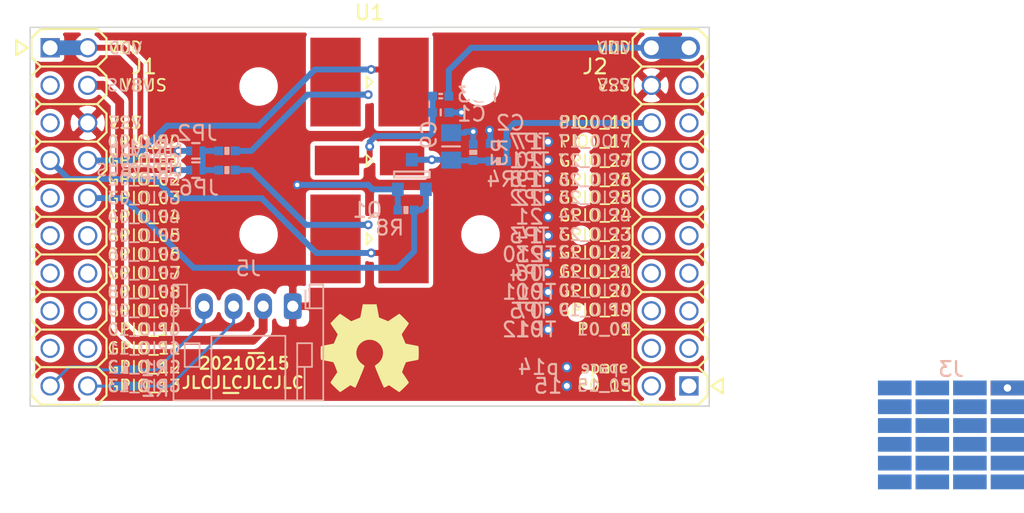
<source format=kicad_pcb>
(kicad_pcb (version 20171130) (host pcbnew 5.1.9-73d0e3b20d~88~ubuntu20.10.1)

  (general
    (thickness 1.6)
    (drawings 4)
    (tracks 116)
    (zones 0)
    (modules 35)
    (nets 45)
  )

  (page A4)
  (layers
    (0 F.Cu signal)
    (31 B.Cu signal)
    (32 B.Adhes user)
    (33 F.Adhes user)
    (34 B.Paste user)
    (35 F.Paste user)
    (36 B.SilkS user)
    (37 F.SilkS user)
    (38 B.Mask user)
    (39 F.Mask user)
    (40 Dwgs.User user)
    (41 Cmts.User user)
    (42 Eco1.User user)
    (43 Eco2.User user)
    (44 Edge.Cuts user)
    (45 Margin user)
    (46 B.CrtYd user)
    (47 F.CrtYd user)
    (48 B.Fab user)
    (49 F.Fab user)
  )

  (setup
    (last_trace_width 0.127)
    (user_trace_width 0.15)
    (user_trace_width 0.2)
    (user_trace_width 0.3)
    (user_trace_width 0.4)
    (user_trace_width 0.6)
    (user_trace_width 1)
    (user_trace_width 1.5)
    (user_trace_width 2)
    (trace_clearance 0.127)
    (zone_clearance 0.3)
    (zone_45_only no)
    (trace_min 0.127)
    (via_size 0.6)
    (via_drill 0.3)
    (via_min_size 0.6)
    (via_min_drill 0.3)
    (user_via 0.6 0.3)
    (user_via 0.65 0.4)
    (user_via 0.75 0.6)
    (user_via 0.95 0.8)
    (user_via 1.3 1)
    (user_via 1.5 1.2)
    (user_via 1.7 1.4)
    (user_via 1.9 1.6)
    (uvia_size 0.6)
    (uvia_drill 0.3)
    (uvias_allowed no)
    (uvia_min_size 0.381)
    (uvia_min_drill 0.254)
    (edge_width 0.1)
    (segment_width 0.2)
    (pcb_text_width 0.3)
    (pcb_text_size 1.5 1.5)
    (mod_edge_width 0.15)
    (mod_text_size 0.8 0.8)
    (mod_text_width 0.12)
    (pad_size 0.5 0.5)
    (pad_drill 0.3)
    (pad_to_mask_clearance 0.1)
    (aux_axis_origin 0 0)
    (visible_elements FFFFFF7F)
    (pcbplotparams
      (layerselection 0x010fc_ffffffff)
      (usegerberextensions false)
      (usegerberattributes false)
      (usegerberadvancedattributes false)
      (creategerberjobfile false)
      (excludeedgelayer false)
      (linewidth 0.150000)
      (plotframeref false)
      (viasonmask false)
      (mode 1)
      (useauxorigin false)
      (hpglpennumber 1)
      (hpglpenspeed 20)
      (hpglpendiameter 15.000000)
      (psnegative false)
      (psa4output false)
      (plotreference true)
      (plotvalue true)
      (plotinvisibletext false)
      (padsonsilk false)
      (subtractmaskfromsilk false)
      (outputformat 1)
      (mirror false)
      (drillshape 0)
      (scaleselection 1)
      (outputdirectory "plots/"))
  )

  (net 0 "")
  (net 1 /VBUS)
  (net 2 /VSS)
  (net 3 /VDD)
  (net 4 /VDDA)
  (net 5 "Net-(J5-Pad4)")
  (net 6 "Net-(J5-Pad3)")
  (net 7 /UART_RX)
  (net 8 /UART_TX)
  (net 9 /PD_BIAS)
  (net 10 /PD_OUT)
  (net 11 /I_reset)
  (net 12 "Net-(J1-Pad18)")
  (net 13 "Net-(J1-Pad17)")
  (net 14 "Net-(J1-Pad16)")
  (net 15 "Net-(J1-Pad15)")
  (net 16 "Net-(J1-Pad13)")
  (net 17 "Net-(J1-Pad11)")
  (net 18 "Net-(J1-Pad9)")
  (net 19 "Net-(J2-Pad5)")
  (net 20 "Net-(J2-Pad4)")
  (net 21 /LED1_A)
  (net 22 /LED2_A)
  (net 23 "Net-(J1-Pad14)")
  (net 24 "Net-(J1-Pad12)")
  (net 25 "Net-(J1-Pad5)")
  (net 26 "Net-(J1-Pad3)")
  (net 27 "Net-(J2-Pad17)")
  (net 28 /PD_ADC)
  (net 29 /LED_VDD)
  (net 30 /LED1_C)
  (net 31 /LED2_C)
  (net 32 /P0_17)
  (net 33 /P0_20)
  (net 34 /P0_19)
  (net 35 /P0_22)
  (net 36 /P0_21)
  (net 37 /P0_14)
  (net 38 /P0_23)
  (net 39 /P0_06)
  (net 40 /P0_00)
  (net 41 /P0_07)
  (net 42 /P0_01)
  (net 43 /P0_15)
  (net 44 /GPIO_14)

  (net_class Default "This is the default net class."
    (clearance 0.127)
    (trace_width 0.127)
    (via_dia 0.6)
    (via_drill 0.3)
    (uvia_dia 0.6)
    (uvia_drill 0.3)
    (add_net /GPIO_14)
    (add_net /I_reset)
    (add_net /LED1_A)
    (add_net /LED1_C)
    (add_net /LED2_A)
    (add_net /LED2_C)
    (add_net /LED_VDD)
    (add_net /P0_00)
    (add_net /P0_01)
    (add_net /P0_06)
    (add_net /P0_07)
    (add_net /P0_14)
    (add_net /P0_15)
    (add_net /P0_17)
    (add_net /P0_19)
    (add_net /P0_20)
    (add_net /P0_21)
    (add_net /P0_22)
    (add_net /P0_23)
    (add_net /PD_ADC)
    (add_net /PD_BIAS)
    (add_net /PD_OUT)
    (add_net /UART_RX)
    (add_net /UART_TX)
    (add_net /VBUS)
    (add_net /VDD)
    (add_net /VDDA)
    (add_net /VSS)
    (add_net "Net-(J1-Pad11)")
    (add_net "Net-(J1-Pad12)")
    (add_net "Net-(J1-Pad13)")
    (add_net "Net-(J1-Pad14)")
    (add_net "Net-(J1-Pad15)")
    (add_net "Net-(J1-Pad16)")
    (add_net "Net-(J1-Pad17)")
    (add_net "Net-(J1-Pad18)")
    (add_net "Net-(J1-Pad3)")
    (add_net "Net-(J1-Pad5)")
    (add_net "Net-(J1-Pad9)")
    (add_net "Net-(J2-Pad17)")
    (add_net "Net-(J2-Pad4)")
    (add_net "Net-(J2-Pad5)")
    (add_net "Net-(J5-Pad3)")
    (add_net "Net-(J5-Pad4)")
  )

  (module SquantorProto:proto-SMD-0127-08X06-P010X020+pin (layer B.Cu) (tedit 602AE130) (tstamp 602B3440)
    (at 124.4 101.1 180)
    (descr "Prototyping area 8*6 1.27mm by 2.54mm pads")
    (tags "prototyping area")
    (path /602B2F80)
    (fp_text reference J3 (at 0 4.445) (layer B.SilkS)
      (effects (font (size 1 1) (thickness 0.15)) (justify mirror))
    )
    (fp_text value Proto_1pin (at 0 -4.445) (layer B.Fab)
      (effects (font (size 1 1) (thickness 0.15)) (justify mirror))
    )
    (pad 1 thru_hole rect (at -3.81 3.175 180) (size 2.27 1) (drill 0.5) (layers *.Cu *.Mask)
      (net 2 /VSS))
    (pad 2 smd rect (at -3.81 1.905 180) (size 2.27 1) (layers B.Cu B.Mask))
    (pad 3 smd rect (at -3.81 0.635 180) (size 2.27 1) (layers B.Cu B.Mask))
    (pad 4 smd rect (at -3.81 -0.635 180) (size 2.27 1) (layers B.Cu B.Mask))
    (pad 5 smd rect (at -3.81 -1.905 180) (size 2.27 1) (layers B.Cu B.Mask))
    (pad 6 smd rect (at -3.81 -3.175 180) (size 2.27 1) (layers B.Cu B.Mask))
    (pad 9 smd rect (at -1.27 3.175 180) (size 2.27 1) (layers B.Cu B.Mask))
    (pad 10 smd rect (at -1.27 1.905 180) (size 2.27 1) (layers B.Cu B.Mask))
    (pad 11 smd rect (at -1.27 0.635 180) (size 2.27 1) (layers B.Cu B.Mask))
    (pad 12 smd rect (at -1.27 -0.635 180) (size 2.27 1) (layers B.Cu B.Mask))
    (pad 13 smd rect (at -1.27 -1.905 180) (size 2.27 1) (layers B.Cu B.Mask))
    (pad 14 smd rect (at -1.27 -3.175 180) (size 2.27 1) (layers B.Cu B.Mask))
    (pad 17 smd rect (at 1.27 3.175 180) (size 2.27 1) (layers B.Cu B.Mask))
    (pad 18 smd rect (at 1.27 1.905 180) (size 2.27 1) (layers B.Cu B.Mask))
    (pad 19 smd rect (at 1.27 0.635 180) (size 2.27 1) (layers B.Cu B.Mask))
    (pad 20 smd rect (at 1.27 -0.635 180) (size 2.27 1) (layers B.Cu B.Mask))
    (pad 21 smd rect (at 1.27 -1.905 180) (size 2.27 1) (layers B.Cu B.Mask))
    (pad 22 smd rect (at 1.27 -3.175 180) (size 2.27 1) (layers B.Cu B.Mask))
    (pad 25 smd rect (at 3.81 3.175 180) (size 2.27 1) (layers B.Cu B.Mask))
    (pad 26 smd rect (at 3.81 1.905 180) (size 2.27 1) (layers B.Cu B.Mask))
    (pad 27 smd rect (at 3.81 0.635 180) (size 2.27 1) (layers B.Cu B.Mask))
    (pad 28 smd rect (at 3.81 -0.635 180) (size 2.27 1) (layers B.Cu B.Mask))
    (pad 29 smd rect (at 3.81 -1.905 180) (size 2.27 1) (layers B.Cu B.Mask))
    (pad 30 smd rect (at 3.81 -3.175 180) (size 2.27 1) (layers B.Cu B.Mask))
  )

  (module SquantorConnectorsNamed:nuclone_small_right (layer F.Cu) (tedit 5FB14C60) (tstamp 602AEB5D)
    (at 105.41 86.36 90)
    (descr "PIN HEADER")
    (tags "PIN HEADER")
    (path /5F2AD81B)
    (attr virtual)
    (fp_text reference J2 (at 10.16 -5.08 180) (layer F.SilkS)
      (effects (font (size 1 1) (thickness 0.15)))
    )
    (fp_text value nuclone_small_right (at 0 3.81 90) (layer F.Fab)
      (effects (font (size 1 1) (thickness 0.15)))
    )
    (fp_text user GPIO_24 (at 0.1 -5.06 180) (layer F.SilkS)
      (effects (font (size 0.8 0.8) (thickness 0.12)))
    )
    (fp_text user GPIO_22 (at -2.4 -5.06 180) (layer F.SilkS)
      (effects (font (size 0.8 0.8) (thickness 0.12)))
    )
    (fp_text user GPIO_20 (at -5 -5.06 180) (layer F.SilkS)
      (effects (font (size 0.8 0.8) (thickness 0.12)))
    )
    (fp_text user PIO0_17 (at 5.1 -5.06 180) (layer F.SilkS)
      (effects (font (size 0.8 0.8) (thickness 0.12)))
    )
    (fp_text user GPIO_26 (at 2.5 -5.06 180) (layer F.SilkS)
      (effects (font (size 0.8 0.8) (thickness 0.12)))
    )
    (fp_text user P0_01 (at -7.6 -4.445 180) (layer F.SilkS)
      (effects (font (size 0.8 0.8) (thickness 0.12)))
    )
    (fp_text user spare (at -10.16 -4.445 180) (layer F.SilkS)
      (effects (font (size 0.8 0.8) (thickness 0.12)))
    )
    (fp_text user VDD (at 11.43 -3.81 180) (layer F.SilkS)
      (effects (font (size 0.8 0.8) (thickness 0.12)))
    )
    (fp_text user PIO0_18 (at 6.39 -5.06 180) (layer F.SilkS)
      (effects (font (size 0.8 0.8) (thickness 0.12)))
    )
    (fp_text user GPIO_27 (at 3.8 -5.06 180) (layer F.SilkS)
      (effects (font (size 0.8 0.8) (thickness 0.12)))
    )
    (fp_text user GPIO_25 (at 1.3 -5.06 180) (layer F.SilkS)
      (effects (font (size 0.8 0.8) (thickness 0.12)))
    )
    (fp_text user GPIO_23 (at -1.2 -5.06 180) (layer F.SilkS)
      (effects (font (size 0.8 0.8) (thickness 0.12)))
    )
    (fp_text user GPIO_21 (at -3.7 -5.06 180) (layer F.SilkS)
      (effects (font (size 0.8 0.8) (thickness 0.12)))
    )
    (fp_text user GPIO_19 (at -6.3 -5.06 180) (layer F.SilkS)
      (effects (font (size 0.8 0.8) (thickness 0.12)))
    )
    (fp_text user P0_15 (at -11.4 -4.445 180) (layer F.SilkS)
      (effects (font (size 0.8 0.8) (thickness 0.12)))
    )
    (fp_text user VSS (at 8.89 -3.81 180) (layer F.SilkS)
      (effects (font (size 0.8 0.8) (thickness 0.12)))
    )
    (fp_text user GPIO_24 (at 0.1 -5.1 180) (layer B.SilkS)
      (effects (font (size 0.8 0.8) (thickness 0.12)) (justify mirror))
    )
    (fp_text user GPIO_22 (at -2.4 -5.1 180) (layer B.SilkS)
      (effects (font (size 0.8 0.8) (thickness 0.12)) (justify mirror))
    )
    (fp_text user GPIO_20 (at -5 -5.1 180) (layer B.SilkS)
      (effects (font (size 0.8 0.8) (thickness 0.12)) (justify mirror))
    )
    (fp_text user PIO0_17 (at 5.1 -5.1 180) (layer B.SilkS)
      (effects (font (size 0.8 0.8) (thickness 0.12)) (justify mirror))
    )
    (fp_text user GPIO_26 (at 2.5 -5.1 180) (layer B.SilkS)
      (effects (font (size 0.8 0.8) (thickness 0.12)) (justify mirror))
    )
    (fp_text user P0_01 (at -7.6 -4.445 180) (layer B.SilkS)
      (effects (font (size 0.8 0.8) (thickness 0.12)) (justify mirror))
    )
    (fp_text user spare (at -10.16 -4.445 180) (layer B.SilkS)
      (effects (font (size 0.8 0.8) (thickness 0.12)) (justify mirror))
    )
    (fp_text user VDD (at 11.4 -3.8 180) (layer B.SilkS)
      (effects (font (size 0.8 0.8) (thickness 0.12)) (justify mirror))
    )
    (fp_text user PIO0_18 (at 6.39 -5.1 180) (layer B.SilkS)
      (effects (font (size 0.8 0.8) (thickness 0.12)) (justify mirror))
    )
    (fp_text user GPIO_27 (at 3.8 -5.1 180) (layer B.SilkS)
      (effects (font (size 0.8 0.8) (thickness 0.12)) (justify mirror))
    )
    (fp_text user GPIO_25 (at 1.3 -5.1 180) (layer B.SilkS)
      (effects (font (size 0.8 0.8) (thickness 0.12)) (justify mirror))
    )
    (fp_text user GPIO_23 (at -1.2 -5.1 180) (layer B.SilkS)
      (effects (font (size 0.8 0.8) (thickness 0.12)) (justify mirror))
    )
    (fp_text user GPIO_21 (at -3.7 -5.1 180) (layer B.SilkS)
      (effects (font (size 0.8 0.8) (thickness 0.12)) (justify mirror))
    )
    (fp_text user GPIO_19 (at -6.3 -5.1 180) (layer B.SilkS)
      (effects (font (size 0.8 0.8) (thickness 0.12)) (justify mirror))
    )
    (fp_text user P0_15 (at -11.4 -4.445 180) (layer B.SilkS)
      (effects (font (size 0.8 0.8) (thickness 0.12)) (justify mirror))
    )
    (fp_text user VSS (at 8.9 -3.8 180) (layer B.SilkS)
      (effects (font (size 0.8 0.8) (thickness 0.12)) (justify mirror))
    )
    (fp_line (start -10.922 3.556) (end -11.43 2.794) (layer F.SilkS) (width 0.15))
    (fp_line (start -11.938 3.556) (end -10.922 3.556) (layer F.SilkS) (width 0.15))
    (fp_line (start -11.43 2.794) (end -11.938 3.556) (layer F.SilkS) (width 0.15))
    (fp_line (start 10.795 2.54) (end 12.065 2.54) (layer F.SilkS) (width 0.15))
    (fp_line (start 12.7 -1.905) (end 12.7 1.905) (layer F.SilkS) (width 0.15))
    (fp_line (start 10.16 1.905) (end 10.795 2.54) (layer F.SilkS) (width 0.15))
    (fp_line (start 12.7 1.905) (end 12.065 2.54) (layer F.SilkS) (width 0.15))
    (fp_line (start 12.065 -2.54) (end 12.7 -1.905) (layer F.SilkS) (width 0.15))
    (fp_line (start 10.795 -2.54) (end 12.065 -2.54) (layer F.SilkS) (width 0.15))
    (fp_line (start 10.16 -1.905) (end 10.795 -2.54) (layer F.SilkS) (width 0.15))
    (fp_line (start -12.065 2.54) (end -10.795 2.54) (layer F.SilkS) (width 0.15))
    (fp_line (start -9.525 2.54) (end -8.255 2.54) (layer F.SilkS) (width 0.15))
    (fp_line (start -6.985 2.54) (end -5.715 2.54) (layer F.SilkS) (width 0.15))
    (fp_line (start -4.445 2.54) (end -3.175 2.54) (layer F.SilkS) (width 0.15))
    (fp_line (start -1.905 2.54) (end -0.635 2.54) (layer F.SilkS) (width 0.15))
    (fp_line (start 0.635 2.54) (end 1.905 2.54) (layer F.SilkS) (width 0.15))
    (fp_line (start 3.175 2.54) (end 4.445 2.54) (layer F.SilkS) (width 0.15))
    (fp_line (start 5.715 2.54) (end 6.985 2.54) (layer F.SilkS) (width 0.15))
    (fp_line (start 8.255 2.54) (end 9.525 2.54) (layer F.SilkS) (width 0.15))
    (fp_line (start 10.16 -1.905) (end 10.16 1.905) (layer F.SilkS) (width 0.15))
    (fp_line (start 7.62 -1.905) (end 7.62 1.905) (layer F.SilkS) (width 0.15))
    (fp_line (start 5.08 -1.905) (end 5.08 1.905) (layer F.SilkS) (width 0.15))
    (fp_line (start 2.54 -1.905) (end 2.54 1.905) (layer F.SilkS) (width 0.15))
    (fp_line (start 0 -1.905) (end 0 1.905) (layer F.SilkS) (width 0.15))
    (fp_line (start -2.54 -1.905) (end -2.54 1.905) (layer F.SilkS) (width 0.15))
    (fp_line (start -5.08 -1.905) (end -5.08 1.905) (layer F.SilkS) (width 0.15))
    (fp_line (start -7.62 -1.905) (end -7.62 1.905) (layer F.SilkS) (width 0.15))
    (fp_line (start -10.16 -1.905) (end -10.16 1.905) (layer F.SilkS) (width 0.15))
    (fp_line (start 2.54 1.905) (end 3.175 2.54) (layer F.SilkS) (width 0.15))
    (fp_line (start 5.08 1.905) (end 4.445 2.54) (layer F.SilkS) (width 0.15))
    (fp_line (start 5.08 1.905) (end 5.715 2.54) (layer F.SilkS) (width 0.15))
    (fp_line (start 7.62 1.905) (end 6.985 2.54) (layer F.SilkS) (width 0.15))
    (fp_line (start 7.62 1.905) (end 8.255 2.54) (layer F.SilkS) (width 0.15))
    (fp_line (start 10.16 1.905) (end 9.525 2.54) (layer F.SilkS) (width 0.15))
    (fp_line (start 9.525 -2.54) (end 10.16 -1.905) (layer F.SilkS) (width 0.15))
    (fp_line (start 8.255 -2.54) (end 9.525 -2.54) (layer F.SilkS) (width 0.15))
    (fp_line (start 7.62 -1.905) (end 8.255 -2.54) (layer F.SilkS) (width 0.15))
    (fp_line (start 6.985 -2.54) (end 7.62 -1.905) (layer F.SilkS) (width 0.15))
    (fp_line (start 5.715 -2.54) (end 6.985 -2.54) (layer F.SilkS) (width 0.15))
    (fp_line (start 5.08 -1.905) (end 5.715 -2.54) (layer F.SilkS) (width 0.15))
    (fp_line (start 4.445 -2.54) (end 5.08 -1.905) (layer F.SilkS) (width 0.15))
    (fp_line (start 3.175 -2.54) (end 4.445 -2.54) (layer F.SilkS) (width 0.15))
    (fp_line (start 2.54 -1.905) (end 3.175 -2.54) (layer F.SilkS) (width 0.15))
    (fp_line (start 1.905 -2.54) (end 2.54 -1.905) (layer F.SilkS) (width 0.15))
    (fp_line (start 0.635 -2.54) (end 1.905 -2.54) (layer F.SilkS) (width 0.15))
    (fp_line (start 0 -1.905) (end 0.635 -2.54) (layer F.SilkS) (width 0.15))
    (fp_line (start -0.635 -2.54) (end 0 -1.905) (layer F.SilkS) (width 0.15))
    (fp_line (start -1.905 -2.54) (end -0.635 -2.54) (layer F.SilkS) (width 0.15))
    (fp_line (start -2.54 -1.905) (end -1.905 -2.54) (layer F.SilkS) (width 0.15))
    (fp_line (start -3.175 -2.54) (end -2.54 -1.905) (layer F.SilkS) (width 0.15))
    (fp_line (start -4.445 -2.54) (end -3.175 -2.54) (layer F.SilkS) (width 0.15))
    (fp_line (start -5.08 -1.905) (end -4.445 -2.54) (layer F.SilkS) (width 0.15))
    (fp_line (start -5.715 -2.54) (end -5.08 -1.905) (layer F.SilkS) (width 0.15))
    (fp_line (start -6.985 -2.54) (end -5.715 -2.54) (layer F.SilkS) (width 0.15))
    (fp_line (start -7.62 -1.905) (end -6.985 -2.54) (layer F.SilkS) (width 0.15))
    (fp_line (start -8.255 -2.54) (end -7.62 -1.905) (layer F.SilkS) (width 0.15))
    (fp_line (start -9.525 -2.54) (end -8.255 -2.54) (layer F.SilkS) (width 0.15))
    (fp_line (start -10.16 -1.905) (end -9.525 -2.54) (layer F.SilkS) (width 0.15))
    (fp_line (start -10.795 -2.54) (end -10.16 -1.905) (layer F.SilkS) (width 0.15))
    (fp_line (start -12.065 -2.54) (end -10.795 -2.54) (layer F.SilkS) (width 0.15))
    (fp_line (start -12.7 -1.905) (end -12.065 -2.54) (layer F.SilkS) (width 0.15))
    (fp_line (start -12.7 1.905) (end -12.7 -1.905) (layer F.SilkS) (width 0.15))
    (fp_line (start 1.905 2.54) (end 2.54 1.905) (layer F.SilkS) (width 0.15))
    (fp_line (start 0 1.905) (end 0.635 2.54) (layer F.SilkS) (width 0.15))
    (fp_line (start -0.635 2.54) (end 0 1.905) (layer F.SilkS) (width 0.15))
    (fp_line (start -2.54 1.905) (end -1.905 2.54) (layer F.SilkS) (width 0.15))
    (fp_line (start -3.175 2.54) (end -2.54 1.905) (layer F.SilkS) (width 0.15))
    (fp_line (start -5.08 1.905) (end -4.445 2.54) (layer F.SilkS) (width 0.15))
    (fp_line (start -5.715 2.54) (end -5.08 1.905) (layer F.SilkS) (width 0.15))
    (fp_line (start -7.62 1.905) (end -6.985 2.54) (layer F.SilkS) (width 0.15))
    (fp_line (start -8.255 2.54) (end -7.62 1.905) (layer F.SilkS) (width 0.15))
    (fp_line (start -10.16 1.905) (end -9.525 2.54) (layer F.SilkS) (width 0.15))
    (fp_line (start -10.795 2.54) (end -10.16 1.905) (layer F.SilkS) (width 0.15))
    (fp_line (start -12.7 1.905) (end -12.065 2.54) (layer F.SilkS) (width 0.15))
    (pad 20 thru_hole circle (at 11.43 -1.27 90) (size 1.3 1.3) (drill 1) (layers *.Cu *.Mask)
      (net 4 /VDDA))
    (pad 19 thru_hole circle (at 11.43 1.27 90) (size 1.3 1.3) (drill 1) (layers *.Cu *.Mask)
      (net 4 /VDDA))
    (pad 18 thru_hole circle (at 8.89 -1.27 90) (size 1.3 1.3) (drill 1) (layers *.Cu *.Mask)
      (net 2 /VSS))
    (pad 17 thru_hole circle (at 8.89 1.27 90) (size 1.3 1.3) (drill 1) (layers *.Cu *.Mask)
      (net 27 "Net-(J2-Pad17)"))
    (pad 16 thru_hole circle (at 6.35 -1.27 90) (size 1.3 1.3) (drill 1) (layers *.Cu *.Mask)
      (net 28 /PD_ADC))
    (pad 15 thru_hole circle (at 6.35 1.27 90) (size 1.3 1.3) (drill 1) (layers *.Cu *.Mask)
      (net 32 /P0_17))
    (pad 14 thru_hole circle (at 3.81 -1.27 90) (size 1.3 1.3) (drill 1) (layers *.Cu *.Mask)
      (net 33 /P0_20))
    (pad 13 thru_hole circle (at 3.81 1.27 90) (size 1.3 1.3) (drill 1) (layers *.Cu *.Mask)
      (net 34 /P0_19))
    (pad 12 thru_hole circle (at 1.27 -1.27 90) (size 1.3 1.3) (drill 1) (layers *.Cu *.Mask)
      (net 35 /P0_22))
    (pad 11 thru_hole circle (at 1.27 1.27 90) (size 1.3 1.3) (drill 1) (layers *.Cu *.Mask)
      (net 36 /P0_21))
    (pad 10 thru_hole circle (at -1.27 -1.27 90) (size 1.3 1.3) (drill 1) (layers *.Cu *.Mask)
      (net 37 /P0_14))
    (pad 9 thru_hole circle (at -1.27 1.27 90) (size 1.3 1.3) (drill 1) (layers *.Cu *.Mask)
      (net 38 /P0_23))
    (pad 8 thru_hole circle (at -3.81 -1.27 90) (size 1.3 1.3) (drill 1) (layers *.Cu *.Mask)
      (net 39 /P0_06))
    (pad 7 thru_hole circle (at -3.81 1.27 90) (size 1.3 1.3) (drill 1) (layers *.Cu *.Mask)
      (net 40 /P0_00))
    (pad 6 thru_hole circle (at -6.35 -1.27 90) (size 1.3 1.3) (drill 1) (layers *.Cu *.Mask)
      (net 41 /P0_07))
    (pad 5 thru_hole circle (at -6.35 1.27 90) (size 1.3 1.3) (drill 1) (layers *.Cu *.Mask)
      (net 19 "Net-(J2-Pad5)"))
    (pad 4 thru_hole circle (at -8.89 -1.27 90) (size 1.3 1.3) (drill 1) (layers *.Cu *.Mask)
      (net 20 "Net-(J2-Pad4)"))
    (pad 3 thru_hole circle (at -8.89 1.27 90) (size 1.3 1.3) (drill 1) (layers *.Cu *.Mask)
      (net 42 /P0_01))
    (pad 2 thru_hole circle (at -11.43 -1.27 90) (size 1.3 1.3) (drill 1) (layers *.Cu *.Mask)
      (net 43 /P0_15))
    (pad 1 thru_hole rect (at -11.43 1.27 90) (size 1.3 1.3) (drill 1) (layers *.Cu *.Mask)
      (net 44 /GPIO_14))
    (model ${KISYS3DMOD}/Connector_PinHeader_2.54mm.3dshapes/PinHeader_2x10_P2.54mm_Vertical.step
      (offset (xyz -11.43 -1.27 0))
      (scale (xyz 1 1 1))
      (rotate (xyz 0 0 -90))
    )
  )

  (module SquantorConnectorsNamed:nuclone_small_left (layer F.Cu) (tedit 5FB14BB6) (tstamp 5F2AA036)
    (at 64.77 86.36 270)
    (descr "PIN HEADER")
    (tags "PIN HEADER")
    (path /5F2AC8A4)
    (attr virtual)
    (fp_text reference J1 (at -10.16 -5.08) (layer F.SilkS)
      (effects (font (size 1 1) (thickness 0.15)))
    )
    (fp_text value nuclone_small_left (at 0 3.81 90) (layer F.Fab)
      (effects (font (size 1 1) (thickness 0.15)))
    )
    (fp_text user VBUS (at -8.89 -5.08) (layer F.SilkS)
      (effects (font (size 0.8 0.8) (thickness 0.12)))
    )
    (fp_text user VDD (at -11.43 -3.81) (layer F.SilkS)
      (effects (font (size 0.8 0.8) (thickness 0.12)))
    )
    (fp_text user GPIO_12 (at 10.16 -5.08) (layer F.SilkS)
      (effects (font (size 0.8 0.8) (thickness 0.12)))
    )
    (fp_text user GPIO_10 (at 7.62 -5.08) (layer F.SilkS)
      (effects (font (size 0.8 0.8) (thickness 0.12)))
    )
    (fp_text user GPIO_08 (at 5.08 -5.08) (layer F.SilkS)
      (effects (font (size 0.8 0.8) (thickness 0.12)))
    )
    (fp_text user GPIO_06 (at 2.54 -5.08) (layer F.SilkS)
      (effects (font (size 0.8 0.8) (thickness 0.12)))
    )
    (fp_text user GPIO_04 (at 0 -5.08) (layer F.SilkS)
      (effects (font (size 0.8 0.8) (thickness 0.12)))
    )
    (fp_text user GPIO_13 (at 11.43 -5.08) (layer F.SilkS)
      (effects (font (size 0.8 0.8) (thickness 0.12)))
    )
    (fp_text user GPIO_11 (at 8.89 -5.08) (layer F.SilkS)
      (effects (font (size 0.8 0.8) (thickness 0.12)))
    )
    (fp_text user GPIO_09 (at 6.35 -5.08) (layer F.SilkS)
      (effects (font (size 0.8 0.8) (thickness 0.12)))
    )
    (fp_text user GPIO_07 (at 3.81 -5.08) (layer F.SilkS)
      (effects (font (size 0.8 0.8) (thickness 0.12)))
    )
    (fp_text user GPIO_05 (at 1.27 -5.08) (layer F.SilkS)
      (effects (font (size 0.8 0.8) (thickness 0.12)))
    )
    (fp_text user GPIO_01 (at -3.81 -5.08) (layer F.SilkS)
      (effects (font (size 0.8 0.8) (thickness 0.12)))
    )
    (fp_text user GPIO_00 (at -5.08 -5.08) (layer F.SilkS)
      (effects (font (size 0.8 0.8) (thickness 0.12)))
    )
    (fp_text user VSS (at -6.35 -3.81) (layer F.SilkS)
      (effects (font (size 0.8 0.8) (thickness 0.12)))
    )
    (fp_text user GPIO_03 (at -1.27 -5.08) (layer F.SilkS)
      (effects (font (size 0.8 0.8) (thickness 0.12)))
    )
    (fp_text user GPIO_02 (at -2.54 -5.08) (layer F.SilkS)
      (effects (font (size 0.8 0.8) (thickness 0.12)))
    )
    (fp_text user VBUS (at -8.89 -4.1) (layer B.SilkS)
      (effects (font (size 0.8 0.8) (thickness 0.12)) (justify mirror))
    )
    (fp_text user VDD (at -11.4 -3.81) (layer B.SilkS)
      (effects (font (size 0.8 0.8) (thickness 0.12)) (justify mirror))
    )
    (fp_text user GPIO_12 (at 10.16 -5.08) (layer B.SilkS)
      (effects (font (size 0.8 0.8) (thickness 0.12)) (justify mirror))
    )
    (fp_text user GPIO_10 (at 7.62 -5.08) (layer B.SilkS)
      (effects (font (size 0.8 0.8) (thickness 0.12)) (justify mirror))
    )
    (fp_text user GPIO_08 (at 5.08 -5.08) (layer B.SilkS)
      (effects (font (size 0.8 0.8) (thickness 0.12)) (justify mirror))
    )
    (fp_text user GPIO_06 (at 2.54 -5.08) (layer B.SilkS)
      (effects (font (size 0.8 0.8) (thickness 0.12)) (justify mirror))
    )
    (fp_text user GPIO_04 (at 0 -5.08) (layer B.SilkS)
      (effects (font (size 0.8 0.8) (thickness 0.12)) (justify mirror))
    )
    (fp_text user GPIO_13 (at 11.43 -5.08) (layer B.SilkS)
      (effects (font (size 0.8 0.8) (thickness 0.12)) (justify mirror))
    )
    (fp_text user GPIO_11 (at 8.89 -5.08) (layer B.SilkS)
      (effects (font (size 0.8 0.8) (thickness 0.12)) (justify mirror))
    )
    (fp_text user GPIO_09 (at 6.35 -5.08) (layer B.SilkS)
      (effects (font (size 0.8 0.8) (thickness 0.12)) (justify mirror))
    )
    (fp_text user GPIO_07 (at 3.81 -5.08) (layer B.SilkS)
      (effects (font (size 0.8 0.8) (thickness 0.12)) (justify mirror))
    )
    (fp_text user GPIO_05 (at 1.27 -5.08) (layer B.SilkS)
      (effects (font (size 0.8 0.8) (thickness 0.12)) (justify mirror))
    )
    (fp_text user GPIO_03 (at -1.27 -5.08) (layer B.SilkS)
      (effects (font (size 0.8 0.8) (thickness 0.12)) (justify mirror))
    )
    (fp_text user GPIO_02 (at -2.54 -5.08) (layer B.SilkS)
      (effects (font (size 0.8 0.8) (thickness 0.12)) (justify mirror))
    )
    (fp_text user GPIO_01 (at -3.81 -5.08) (layer B.SilkS)
      (effects (font (size 0.8 0.8) (thickness 0.12)) (justify mirror))
    )
    (fp_text user GPIO_00 (at -5.08 -5.08) (layer B.SilkS)
      (effects (font (size 0.8 0.8) (thickness 0.12)) (justify mirror))
    )
    (fp_text user VSS (at -6.35 -3.81) (layer B.SilkS)
      (effects (font (size 0.8 0.8) (thickness 0.12)) (justify mirror))
    )
    (fp_line (start -10.922 3.556) (end -11.43 2.794) (layer F.SilkS) (width 0.15))
    (fp_line (start -11.938 3.556) (end -10.922 3.556) (layer F.SilkS) (width 0.15))
    (fp_line (start -11.43 2.794) (end -11.938 3.556) (layer F.SilkS) (width 0.15))
    (fp_line (start 10.795 2.54) (end 12.065 2.54) (layer F.SilkS) (width 0.15))
    (fp_line (start 12.7 -1.905) (end 12.7 1.905) (layer F.SilkS) (width 0.15))
    (fp_line (start 10.16 1.905) (end 10.795 2.54) (layer F.SilkS) (width 0.15))
    (fp_line (start 12.7 1.905) (end 12.065 2.54) (layer F.SilkS) (width 0.15))
    (fp_line (start 12.065 -2.54) (end 12.7 -1.905) (layer F.SilkS) (width 0.15))
    (fp_line (start 10.795 -2.54) (end 12.065 -2.54) (layer F.SilkS) (width 0.15))
    (fp_line (start 10.16 -1.905) (end 10.795 -2.54) (layer F.SilkS) (width 0.15))
    (fp_line (start -12.065 2.54) (end -10.795 2.54) (layer F.SilkS) (width 0.15))
    (fp_line (start -9.525 2.54) (end -8.255 2.54) (layer F.SilkS) (width 0.15))
    (fp_line (start -6.985 2.54) (end -5.715 2.54) (layer F.SilkS) (width 0.15))
    (fp_line (start -4.445 2.54) (end -3.175 2.54) (layer F.SilkS) (width 0.15))
    (fp_line (start -1.905 2.54) (end -0.635 2.54) (layer F.SilkS) (width 0.15))
    (fp_line (start 0.635 2.54) (end 1.905 2.54) (layer F.SilkS) (width 0.15))
    (fp_line (start 3.175 2.54) (end 4.445 2.54) (layer F.SilkS) (width 0.15))
    (fp_line (start 5.715 2.54) (end 6.985 2.54) (layer F.SilkS) (width 0.15))
    (fp_line (start 8.255 2.54) (end 9.525 2.54) (layer F.SilkS) (width 0.15))
    (fp_line (start 10.16 -1.905) (end 10.16 1.905) (layer F.SilkS) (width 0.15))
    (fp_line (start 7.62 -1.905) (end 7.62 1.905) (layer F.SilkS) (width 0.15))
    (fp_line (start 5.08 -1.905) (end 5.08 1.905) (layer F.SilkS) (width 0.15))
    (fp_line (start 2.54 -1.905) (end 2.54 1.905) (layer F.SilkS) (width 0.15))
    (fp_line (start 0 -1.905) (end 0 1.905) (layer F.SilkS) (width 0.15))
    (fp_line (start -2.54 -1.905) (end -2.54 1.905) (layer F.SilkS) (width 0.15))
    (fp_line (start -5.08 -1.905) (end -5.08 1.905) (layer F.SilkS) (width 0.15))
    (fp_line (start -7.62 -1.905) (end -7.62 1.905) (layer F.SilkS) (width 0.15))
    (fp_line (start -10.16 -1.905) (end -10.16 1.905) (layer F.SilkS) (width 0.15))
    (fp_line (start 2.54 1.905) (end 3.175 2.54) (layer F.SilkS) (width 0.15))
    (fp_line (start 5.08 1.905) (end 4.445 2.54) (layer F.SilkS) (width 0.15))
    (fp_line (start 5.08 1.905) (end 5.715 2.54) (layer F.SilkS) (width 0.15))
    (fp_line (start 7.62 1.905) (end 6.985 2.54) (layer F.SilkS) (width 0.15))
    (fp_line (start 7.62 1.905) (end 8.255 2.54) (layer F.SilkS) (width 0.15))
    (fp_line (start 10.16 1.905) (end 9.525 2.54) (layer F.SilkS) (width 0.15))
    (fp_line (start 9.525 -2.54) (end 10.16 -1.905) (layer F.SilkS) (width 0.15))
    (fp_line (start 8.255 -2.54) (end 9.525 -2.54) (layer F.SilkS) (width 0.15))
    (fp_line (start 7.62 -1.905) (end 8.255 -2.54) (layer F.SilkS) (width 0.15))
    (fp_line (start 6.985 -2.54) (end 7.62 -1.905) (layer F.SilkS) (width 0.15))
    (fp_line (start 5.715 -2.54) (end 6.985 -2.54) (layer F.SilkS) (width 0.15))
    (fp_line (start 5.08 -1.905) (end 5.715 -2.54) (layer F.SilkS) (width 0.15))
    (fp_line (start 4.445 -2.54) (end 5.08 -1.905) (layer F.SilkS) (width 0.15))
    (fp_line (start 3.175 -2.54) (end 4.445 -2.54) (layer F.SilkS) (width 0.15))
    (fp_line (start 2.54 -1.905) (end 3.175 -2.54) (layer F.SilkS) (width 0.15))
    (fp_line (start 1.905 -2.54) (end 2.54 -1.905) (layer F.SilkS) (width 0.15))
    (fp_line (start 0.635 -2.54) (end 1.905 -2.54) (layer F.SilkS) (width 0.15))
    (fp_line (start 0 -1.905) (end 0.635 -2.54) (layer F.SilkS) (width 0.15))
    (fp_line (start -0.635 -2.54) (end 0 -1.905) (layer F.SilkS) (width 0.15))
    (fp_line (start -1.905 -2.54) (end -0.635 -2.54) (layer F.SilkS) (width 0.15))
    (fp_line (start -2.54 -1.905) (end -1.905 -2.54) (layer F.SilkS) (width 0.15))
    (fp_line (start -3.175 -2.54) (end -2.54 -1.905) (layer F.SilkS) (width 0.15))
    (fp_line (start -4.445 -2.54) (end -3.175 -2.54) (layer F.SilkS) (width 0.15))
    (fp_line (start -5.08 -1.905) (end -4.445 -2.54) (layer F.SilkS) (width 0.15))
    (fp_line (start -5.715 -2.54) (end -5.08 -1.905) (layer F.SilkS) (width 0.15))
    (fp_line (start -6.985 -2.54) (end -5.715 -2.54) (layer F.SilkS) (width 0.15))
    (fp_line (start -7.62 -1.905) (end -6.985 -2.54) (layer F.SilkS) (width 0.15))
    (fp_line (start -8.255 -2.54) (end -7.62 -1.905) (layer F.SilkS) (width 0.15))
    (fp_line (start -9.525 -2.54) (end -8.255 -2.54) (layer F.SilkS) (width 0.15))
    (fp_line (start -10.16 -1.905) (end -9.525 -2.54) (layer F.SilkS) (width 0.15))
    (fp_line (start -10.795 -2.54) (end -10.16 -1.905) (layer F.SilkS) (width 0.15))
    (fp_line (start -12.065 -2.54) (end -10.795 -2.54) (layer F.SilkS) (width 0.15))
    (fp_line (start -12.7 -1.905) (end -12.065 -2.54) (layer F.SilkS) (width 0.15))
    (fp_line (start -12.7 1.905) (end -12.7 -1.905) (layer F.SilkS) (width 0.15))
    (fp_line (start 1.905 2.54) (end 2.54 1.905) (layer F.SilkS) (width 0.15))
    (fp_line (start 0 1.905) (end 0.635 2.54) (layer F.SilkS) (width 0.15))
    (fp_line (start -0.635 2.54) (end 0 1.905) (layer F.SilkS) (width 0.15))
    (fp_line (start -2.54 1.905) (end -1.905 2.54) (layer F.SilkS) (width 0.15))
    (fp_line (start -3.175 2.54) (end -2.54 1.905) (layer F.SilkS) (width 0.15))
    (fp_line (start -5.08 1.905) (end -4.445 2.54) (layer F.SilkS) (width 0.15))
    (fp_line (start -5.715 2.54) (end -5.08 1.905) (layer F.SilkS) (width 0.15))
    (fp_line (start -7.62 1.905) (end -6.985 2.54) (layer F.SilkS) (width 0.15))
    (fp_line (start -8.255 2.54) (end -7.62 1.905) (layer F.SilkS) (width 0.15))
    (fp_line (start -10.16 1.905) (end -9.525 2.54) (layer F.SilkS) (width 0.15))
    (fp_line (start -10.795 2.54) (end -10.16 1.905) (layer F.SilkS) (width 0.15))
    (fp_line (start -12.7 1.905) (end -12.065 2.54) (layer F.SilkS) (width 0.15))
    (pad 20 thru_hole circle (at 11.43 -1.27 270) (size 1.3 1.3) (drill 1) (layers *.Cu *.Mask)
      (net 8 /UART_TX))
    (pad 19 thru_hole circle (at 11.43 1.27 270) (size 1.3 1.3) (drill 1) (layers *.Cu *.Mask)
      (net 7 /UART_RX))
    (pad 18 thru_hole circle (at 8.89 -1.27 270) (size 1.3 1.3) (drill 1) (layers *.Cu *.Mask)
      (net 12 "Net-(J1-Pad18)"))
    (pad 17 thru_hole circle (at 8.89 1.27 270) (size 1.3 1.3) (drill 1) (layers *.Cu *.Mask)
      (net 13 "Net-(J1-Pad17)"))
    (pad 16 thru_hole circle (at 6.35 -1.27 270) (size 1.3 1.3) (drill 1) (layers *.Cu *.Mask)
      (net 14 "Net-(J1-Pad16)"))
    (pad 15 thru_hole circle (at 6.35 1.27 270) (size 1.3 1.3) (drill 1) (layers *.Cu *.Mask)
      (net 15 "Net-(J1-Pad15)"))
    (pad 14 thru_hole circle (at 3.81 -1.27 270) (size 1.3 1.3) (drill 1) (layers *.Cu *.Mask)
      (net 23 "Net-(J1-Pad14)"))
    (pad 13 thru_hole circle (at 3.81 1.27 270) (size 1.3 1.3) (drill 1) (layers *.Cu *.Mask)
      (net 16 "Net-(J1-Pad13)"))
    (pad 12 thru_hole circle (at 1.27 -1.27 270) (size 1.3 1.3) (drill 1) (layers *.Cu *.Mask)
      (net 24 "Net-(J1-Pad12)"))
    (pad 11 thru_hole circle (at 1.27 1.27 270) (size 1.3 1.3) (drill 1) (layers *.Cu *.Mask)
      (net 17 "Net-(J1-Pad11)"))
    (pad 10 thru_hole circle (at -1.27 -1.27 270) (size 1.3 1.3) (drill 1) (layers *.Cu *.Mask)
      (net 11 /I_reset))
    (pad 9 thru_hole circle (at -1.27 1.27 270) (size 1.3 1.3) (drill 1) (layers *.Cu *.Mask)
      (net 18 "Net-(J1-Pad9)"))
    (pad 8 thru_hole circle (at -3.81 -1.27 270) (size 1.3 1.3) (drill 1) (layers *.Cu *.Mask)
      (net 31 /LED2_C))
    (pad 7 thru_hole circle (at -3.81 1.27 270) (size 1.3 1.3) (drill 1) (layers *.Cu *.Mask)
      (net 30 /LED1_C))
    (pad 6 thru_hole circle (at -6.35 -1.27 270) (size 1.3 1.3) (drill 1) (layers *.Cu *.Mask)
      (net 2 /VSS))
    (pad 5 thru_hole circle (at -6.35 1.27 270) (size 1.3 1.3) (drill 1) (layers *.Cu *.Mask)
      (net 25 "Net-(J1-Pad5)"))
    (pad 4 thru_hole circle (at -8.89 -1.27 270) (size 1.3 1.3) (drill 1) (layers *.Cu *.Mask)
      (net 1 /VBUS))
    (pad 3 thru_hole circle (at -8.89 1.27 270) (size 1.3 1.3) (drill 1) (layers *.Cu *.Mask)
      (net 26 "Net-(J1-Pad3)"))
    (pad 2 thru_hole circle (at -11.43 -1.27 270) (size 1.3 1.3) (drill 1) (layers *.Cu *.Mask)
      (net 3 /VDD))
    (pad 1 thru_hole rect (at -11.43 1.27 270) (size 1.3 1.3) (drill 1) (layers *.Cu *.Mask)
      (net 3 /VDD))
    (model ${KISYS3DMOD}/Connector_PinHeader_2.54mm.3dshapes/PinHeader_2x10_P2.54mm_Vertical.step
      (offset (xyz -11.43 -1.27 0))
      (scale (xyz 1 1 1))
      (rotate (xyz -0 0 -90))
    )
  )

  (module SquantorOpto:PPG_sensor_front_universal locked (layer F.Cu) (tedit 602A990D) (tstamp 602A762B)
    (at 85.09 82.55)
    (descr "combination of detector footprint and two LEDS")
    (tags "PPG sensor")
    (path /5F30F2AF)
    (fp_text reference U1 (at 0 -10) (layer F.SilkS)
      (effects (font (size 1 1) (thickness 0.15)))
    )
    (fp_text value PPG_sensor (at 0 9) (layer F.Fab)
      (effects (font (size 1 1) (thickness 0.15)))
    )
    (fp_line (start 0.2 -5.3) (end -0.2 -5.7) (layer F.SilkS) (width 0.12))
    (fp_line (start 0.2 -5.3) (end -0.2 -4.9) (layer F.SilkS) (width 0.12))
    (fp_line (start -0.2 -4.9) (end -0.2 -5.7) (layer F.SilkS) (width 0.12))
    (fp_line (start 0.2 0) (end -0.2 -0.4) (layer F.SilkS) (width 0.12))
    (fp_line (start 0.2 0) (end -0.2 0.4) (layer F.SilkS) (width 0.12))
    (fp_line (start -0.2 0.4) (end -0.2 -0.4) (layer F.SilkS) (width 0.12))
    (fp_line (start 0.2 5.3) (end -0.2 4.9) (layer F.SilkS) (width 0.12))
    (fp_line (start 0.2 5.3) (end -0.2 5.7) (layer F.SilkS) (width 0.12))
    (fp_line (start -0.2 5.7) (end -0.2 4.9) (layer F.SilkS) (width 0.12))
    (pad "" np_thru_hole circle (at 7.5 5) (size 2 2) (drill 2) (layers *.Cu *.Mask))
    (pad "" np_thru_hole circle (at -7.5 5) (size 2 2) (drill 2) (layers *.Cu *.Mask))
    (pad "" np_thru_hole circle (at -7.5 -5) (size 2 2) (drill 2) (layers *.Cu *.Mask))
    (pad "" np_thru_hole circle (at 7.5 -5) (size 2 2) (drill 2) (layers *.Cu *.Mask))
    (pad 6 smd rect (at 2.3 5.3) (size 3.4 6) (layers F.Cu F.Paste F.Mask)
      (net 30 /LED1_C))
    (pad 4 smd rect (at 2.3 -5.3) (size 3.4 6) (layers F.Cu F.Paste F.Mask)
      (net 31 /LED2_C))
    (pad 3 smd rect (at -2.3 -5.3) (size 3.4 6) (layers F.Cu F.Paste F.Mask)
      (net 22 /LED2_A))
    (pad 1 smd rect (at -2.3 5.3) (size 3.4 6) (layers F.Cu F.Paste F.Mask)
      (net 21 /LED1_A))
    (pad 2 smd rect (at -2.2 0) (size 3 2) (layers F.Cu F.Paste F.Mask)
      (net 9 /PD_BIAS))
    (pad 5 smd rect (at 2.2 0) (size 3 2) (layers F.Cu F.Paste F.Mask)
      (net 10 /PD_OUT))
  )

  (module SquantorTestPoints:TestPoint_hole_H04R07 (layer B.Cu) (tedit 602A5ACA) (tstamp 6029B259)
    (at 98.425 96.52)
    (descr "Test point with 0.4mm hole and 0.7mm annular ring")
    (tags "Test point hole 0.4mm")
    (path /603D23AB)
    (fp_text reference TP13 (at -1.27 0) (layer B.SilkS) hide
      (effects (font (size 1 1) (thickness 0.15)) (justify mirror))
    )
    (fp_text value p14 (at -1.905 0) (layer B.SilkS)
      (effects (font (size 1 1) (thickness 0.15)) (justify mirror))
    )
    (fp_circle (center 0 0) (end 0.5 0) (layer B.CrtYd) (width 0.12))
    (fp_circle (center 0 0) (end 0.5 0) (layer F.CrtYd) (width 0.12))
    (pad 1 thru_hole circle (at 0 0) (size 0.7 0.7) (drill 0.4) (layers *.Cu *.Mask)
      (net 44 /GPIO_14))
  )

  (module SquantorTestPoints:TestPoint_hole_H04R07 (layer B.Cu) (tedit 602A5ACA) (tstamp 6029B252)
    (at 97.155 93.98)
    (descr "Test point with 0.4mm hole and 0.7mm annular ring")
    (tags "Test point hole 0.4mm")
    (path /603D193C)
    (fp_text reference TP12 (at -1.27 0) (layer B.SilkS)
      (effects (font (size 1 1) (thickness 0.15)) (justify mirror))
    )
    (fp_text value 01 (at -1.27 0) (layer B.SilkS)
      (effects (font (size 1 1) (thickness 0.15)) (justify mirror))
    )
    (fp_circle (center 0 0) (end 0.5 0) (layer B.CrtYd) (width 0.12))
    (fp_circle (center 0 0) (end 0.5 0) (layer F.CrtYd) (width 0.12))
    (pad 1 thru_hole circle (at 0 0) (size 0.7 0.7) (drill 0.4) (layers *.Cu *.Mask)
      (net 42 /P0_01))
  )

  (module SquantorTestPoints:TestPoint_hole_H04R07 (layer B.Cu) (tedit 602A5ACA) (tstamp 6029B24B)
    (at 97.155 91.44)
    (descr "Test point with 0.4mm hole and 0.7mm annular ring")
    (tags "Test point hole 0.4mm")
    (path /603C9E7D)
    (fp_text reference TP11 (at -1.27 0) (layer B.SilkS)
      (effects (font (size 1 1) (thickness 0.15)) (justify mirror))
    )
    (fp_text value 00 (at -1.27 0) (layer B.SilkS)
      (effects (font (size 1 1) (thickness 0.15)) (justify mirror))
    )
    (fp_circle (center 0 0) (end 0.5 0) (layer B.CrtYd) (width 0.12))
    (fp_circle (center 0 0) (end 0.5 0) (layer F.CrtYd) (width 0.12))
    (pad 1 thru_hole circle (at 0 0) (size 0.7 0.7) (drill 0.4) (layers *.Cu *.Mask)
      (net 40 /P0_00))
  )

  (module SquantorTestPoints:TestPoint_hole_H04R07 (layer B.Cu) (tedit 602A5ACA) (tstamp 6029B244)
    (at 97.155 88.9)
    (descr "Test point with 0.4mm hole and 0.7mm annular ring")
    (tags "Test point hole 0.4mm")
    (path /603C928C)
    (fp_text reference TP10 (at -1.27 0) (layer B.SilkS)
      (effects (font (size 1 1) (thickness 0.15)) (justify mirror))
    )
    (fp_text value 23 (at -1.27 0) (layer B.SilkS)
      (effects (font (size 1 1) (thickness 0.15)) (justify mirror))
    )
    (fp_circle (center 0 0) (end 0.5 0) (layer B.CrtYd) (width 0.12))
    (fp_circle (center 0 0) (end 0.5 0) (layer F.CrtYd) (width 0.12))
    (pad 1 thru_hole circle (at 0 0) (size 0.7 0.7) (drill 0.4) (layers *.Cu *.Mask)
      (net 38 /P0_23))
  )

  (module SquantorTestPoints:TestPoint_hole_H04R07 (layer B.Cu) (tedit 602A5ACA) (tstamp 6029B23D)
    (at 97.155 86.36)
    (descr "Test point with 0.4mm hole and 0.7mm annular ring")
    (tags "Test point hole 0.4mm")
    (path /603C8A60)
    (fp_text reference TP9 (at -1.27 0) (layer Dwgs.User)
      (effects (font (size 1 1) (thickness 0.15)) (justify mirror))
    )
    (fp_text value 21 (at -1.27 0) (layer B.SilkS)
      (effects (font (size 1 1) (thickness 0.15)) (justify mirror))
    )
    (fp_circle (center 0 0) (end 0.5 0) (layer B.CrtYd) (width 0.12))
    (fp_circle (center 0 0) (end 0.5 0) (layer F.CrtYd) (width 0.12))
    (pad 1 thru_hole circle (at 0 0) (size 0.7 0.7) (drill 0.4) (layers *.Cu *.Mask)
      (net 36 /P0_21))
  )

  (module SquantorTestPoints:TestPoint_hole_H04R07 (layer B.Cu) (tedit 602A5ACA) (tstamp 6029B236)
    (at 97.155 83.82)
    (descr "Test point with 0.4mm hole and 0.7mm annular ring")
    (tags "Test point hole 0.4mm")
    (path /603C8080)
    (fp_text reference TP8 (at -1.27 0) (layer B.SilkS)
      (effects (font (size 1 1) (thickness 0.15)) (justify mirror))
    )
    (fp_text value 19 (at -1.27 0) (layer B.SilkS)
      (effects (font (size 1 1) (thickness 0.15)) (justify mirror))
    )
    (fp_circle (center 0 0) (end 0.5 0) (layer B.CrtYd) (width 0.12))
    (fp_circle (center 0 0) (end 0.5 0) (layer F.CrtYd) (width 0.12))
    (pad 1 thru_hole circle (at 0 0) (size 0.7 0.7) (drill 0.4) (layers *.Cu *.Mask)
      (net 34 /P0_19))
  )

  (module SquantorTestPoints:TestPoint_hole_H04R07 (layer B.Cu) (tedit 602A5ACA) (tstamp 6029B22F)
    (at 97.155 81.28)
    (descr "Test point with 0.4mm hole and 0.7mm annular ring")
    (tags "Test point hole 0.4mm")
    (path /603C6353)
    (fp_text reference TP7 (at -1.27 0) (layer B.SilkS)
      (effects (font (size 1 1) (thickness 0.15)) (justify mirror))
    )
    (fp_text value 17 (at -1.27 0) (layer B.SilkS)
      (effects (font (size 1 1) (thickness 0.15)) (justify mirror))
    )
    (fp_circle (center 0 0) (end 0.5 0) (layer B.CrtYd) (width 0.12))
    (fp_circle (center 0 0) (end 0.5 0) (layer F.CrtYd) (width 0.12))
    (pad 1 thru_hole circle (at 0 0) (size 0.7 0.7) (drill 0.4) (layers *.Cu *.Mask)
      (net 32 /P0_17))
  )

  (module SquantorTestPoints:TestPoint_hole_H04R07 (layer B.Cu) (tedit 602A5ACA) (tstamp 6029B228)
    (at 98.425 97.79)
    (descr "Test point with 0.4mm hole and 0.7mm annular ring")
    (tags "Test point hole 0.4mm")
    (path /603D1F0C)
    (fp_text reference TP6 (at -1.27 0) (layer B.SilkS) hide
      (effects (font (size 1 1) (thickness 0.15)) (justify mirror))
    )
    (fp_text value 15 (at -1.27 0) (layer B.SilkS)
      (effects (font (size 1 1) (thickness 0.15)) (justify mirror))
    )
    (fp_circle (center 0 0) (end 0.5 0) (layer B.CrtYd) (width 0.12))
    (fp_circle (center 0 0) (end 0.5 0) (layer F.CrtYd) (width 0.12))
    (pad 1 thru_hole circle (at 0 0) (size 0.7 0.7) (drill 0.4) (layers *.Cu *.Mask)
      (net 43 /P0_15))
  )

  (module SquantorTestPoints:TestPoint_hole_H04R07 (layer B.Cu) (tedit 602A5ACA) (tstamp 6029B221)
    (at 97.155 92.71)
    (descr "Test point with 0.4mm hole and 0.7mm annular ring")
    (tags "Test point hole 0.4mm")
    (path /603CA86C)
    (fp_text reference TP5 (at -1.27 0) (layer B.SilkS)
      (effects (font (size 1 1) (thickness 0.15)) (justify mirror))
    )
    (fp_text value 07 (at -1.27 0) (layer B.SilkS)
      (effects (font (size 1 1) (thickness 0.15)) (justify mirror))
    )
    (fp_circle (center 0 0) (end 0.5 0) (layer B.CrtYd) (width 0.12))
    (fp_circle (center 0 0) (end 0.5 0) (layer F.CrtYd) (width 0.12))
    (pad 1 thru_hole circle (at 0 0) (size 0.7 0.7) (drill 0.4) (layers *.Cu *.Mask)
      (net 41 /P0_07))
  )

  (module SquantorTestPoints:TestPoint_hole_H04R07 (layer B.Cu) (tedit 602A5ACA) (tstamp 6029B21A)
    (at 97.155 90.17)
    (descr "Test point with 0.4mm hole and 0.7mm annular ring")
    (tags "Test point hole 0.4mm")
    (path /603C9871)
    (fp_text reference TP4 (at -1.27 0) (layer B.SilkS)
      (effects (font (size 1 1) (thickness 0.15)) (justify mirror))
    )
    (fp_text value 06 (at -1.27 0) (layer B.SilkS)
      (effects (font (size 1 1) (thickness 0.15)) (justify mirror))
    )
    (fp_circle (center 0 0) (end 0.5 0) (layer B.CrtYd) (width 0.12))
    (fp_circle (center 0 0) (end 0.5 0) (layer F.CrtYd) (width 0.12))
    (pad 1 thru_hole circle (at 0 0) (size 0.7 0.7) (drill 0.4) (layers *.Cu *.Mask)
      (net 39 /P0_06))
  )

  (module SquantorTestPoints:TestPoint_hole_H04R07 (layer B.Cu) (tedit 602A5ACA) (tstamp 6029B213)
    (at 97.155 87.63)
    (descr "Test point with 0.4mm hole and 0.7mm annular ring")
    (tags "Test point hole 0.4mm")
    (path /603C8E2B)
    (fp_text reference TP3 (at -1.27 0) (layer B.SilkS)
      (effects (font (size 1 1) (thickness 0.15)) (justify mirror))
    )
    (fp_text value 14 (at -1.27 0) (layer B.SilkS)
      (effects (font (size 1 1) (thickness 0.15)) (justify mirror))
    )
    (fp_circle (center 0 0) (end 0.5 0) (layer B.CrtYd) (width 0.12))
    (fp_circle (center 0 0) (end 0.5 0) (layer F.CrtYd) (width 0.12))
    (pad 1 thru_hole circle (at 0 0) (size 0.7 0.7) (drill 0.4) (layers *.Cu *.Mask)
      (net 37 /P0_14))
  )

  (module SquantorTestPoints:TestPoint_hole_H04R07 (layer B.Cu) (tedit 602A5ACA) (tstamp 6029B20C)
    (at 97.155 85.09)
    (descr "Test point with 0.4mm hole and 0.7mm annular ring")
    (tags "Test point hole 0.4mm")
    (path /603C854D)
    (fp_text reference TP2 (at -1.27 0) (layer B.SilkS)
      (effects (font (size 1 1) (thickness 0.15)) (justify mirror))
    )
    (fp_text value 22 (at -1.27 0) (layer B.SilkS)
      (effects (font (size 1 1) (thickness 0.15)) (justify mirror))
    )
    (fp_circle (center 0 0) (end 0.5 0) (layer B.CrtYd) (width 0.12))
    (fp_circle (center 0 0) (end 0.5 0) (layer F.CrtYd) (width 0.12))
    (pad 1 thru_hole circle (at 0 0) (size 0.7 0.7) (drill 0.4) (layers *.Cu *.Mask)
      (net 35 /P0_22))
  )

  (module SquantorTestPoints:TestPoint_hole_H04R07 (layer B.Cu) (tedit 602A5ACA) (tstamp 6029B205)
    (at 97.155 82.55)
    (descr "Test point with 0.4mm hole and 0.7mm annular ring")
    (tags "Test point hole 0.4mm")
    (path /603C7A30)
    (fp_text reference TP1 (at -1.27 0) (layer B.SilkS)
      (effects (font (size 1 1) (thickness 0.15)) (justify mirror))
    )
    (fp_text value 20 (at -1.27 0) (layer B.SilkS)
      (effects (font (size 1 1) (thickness 0.15)) (justify mirror))
    )
    (fp_circle (center 0 0) (end 0.5 0) (layer B.CrtYd) (width 0.12))
    (fp_circle (center 0 0) (end 0.5 0) (layer F.CrtYd) (width 0.12))
    (pad 1 thru_hole circle (at 0 0) (size 0.7 0.7) (drill 0.4) (layers *.Cu *.Mask)
      (net 33 /P0_20))
  )

  (module SquantorRcl:R_0402_hand (layer B.Cu) (tedit 5D440136) (tstamp 6029BC13)
    (at 93.8 82.6 180)
    (descr "Resistor SMD 0402, reflow soldering, Vishay (see dcrcw.pdf)")
    (tags "resistor 0402")
    (path /6043A3BF)
    (attr smd)
    (fp_text reference R4 (at -0.18 -1.22) (layer B.SilkS)
      (effects (font (size 1 1) (thickness 0.15)) (justify mirror))
    )
    (fp_text value TBD (at -0.18 -1.22) (layer B.Fab)
      (effects (font (size 1 1) (thickness 0.15)) (justify mirror))
    )
    (fp_line (start 0 0.2) (end 0 -0.2) (layer B.SilkS) (width 0.15))
    (fp_line (start -0.1 -0.2) (end -0.1 0.2) (layer B.SilkS) (width 0.15))
    (fp_line (start 0.1 -0.2) (end -0.1 -0.2) (layer B.SilkS) (width 0.15))
    (fp_line (start 0.1 0.2) (end 0.1 -0.2) (layer B.SilkS) (width 0.15))
    (fp_line (start -0.1 0.2) (end 0.1 0.2) (layer B.SilkS) (width 0.15))
    (fp_line (start 1.1 0.55) (end 1.1 -0.55) (layer B.CrtYd) (width 0.05))
    (fp_line (start -1.1 0.55) (end -1.1 -0.55) (layer B.CrtYd) (width 0.05))
    (fp_line (start -1.1 -0.55) (end 1.1 -0.55) (layer B.CrtYd) (width 0.05))
    (fp_line (start -1.1 0.55) (end 1.1 0.55) (layer B.CrtYd) (width 0.05))
    (fp_line (start -0.5 0.25) (end 0.5 0.25) (layer B.Fab) (width 0.1))
    (fp_line (start 0.5 0.25) (end 0.5 -0.25) (layer B.Fab) (width 0.1))
    (fp_line (start 0.5 -0.25) (end -0.5 -0.25) (layer B.Fab) (width 0.1))
    (fp_line (start -0.5 -0.25) (end -0.5 0.25) (layer B.Fab) (width 0.1))
    (pad 2 smd rect (at 0.55 0 180) (size 0.6 0.6) (layers B.Cu B.Paste B.Mask)
      (net 10 /PD_OUT))
    (pad 1 smd rect (at -0.55 0 180) (size 0.6 0.6) (layers B.Cu B.Paste B.Mask)
      (net 28 /PD_ADC))
    (model ${KISYS3DMOD}/Resistor_SMD.3dshapes/R_0402_1005Metric.step
      (at (xyz 0 0 0))
      (scale (xyz 1 1 1))
      (rotate (xyz 0 0 0))
    )
  )

  (module SquantorRcl:C_0402 (layer B.Cu) (tedit 5D442507) (tstamp 6029B8FE)
    (at 93.8 81.4)
    (descr "Capacitor SMD 0402, reflow soldering, AVX (see smccp.pdf)")
    (tags "capacitor 0402")
    (path /60447BC5)
    (attr smd)
    (fp_text reference C2 (at 0.815 -1.39) (layer B.SilkS)
      (effects (font (size 1 1) (thickness 0.15)) (justify mirror))
    )
    (fp_text value TBD (at 0.815 -1.39) (layer B.Fab)
      (effects (font (size 1 1) (thickness 0.15)) (justify mirror))
    )
    (fp_line (start 0 0.2) (end 0 -0.2) (layer B.SilkS) (width 0.15))
    (fp_line (start 1.1 0.55) (end 1.1 -0.55) (layer B.CrtYd) (width 0.05))
    (fp_line (start -1.1 0.55) (end -1.1 -0.55) (layer B.CrtYd) (width 0.05))
    (fp_line (start -1.1 -0.55) (end 1.1 -0.55) (layer B.CrtYd) (width 0.05))
    (fp_line (start -1.1 0.55) (end 1.1 0.55) (layer B.CrtYd) (width 0.05))
    (fp_line (start -0.5 0.25) (end 0.5 0.25) (layer B.Fab) (width 0.1))
    (fp_line (start 0.5 0.25) (end 0.5 -0.25) (layer B.Fab) (width 0.1))
    (fp_line (start 0.5 -0.25) (end -0.5 -0.25) (layer B.Fab) (width 0.1))
    (fp_line (start -0.5 -0.25) (end -0.5 0.25) (layer B.Fab) (width 0.1))
    (pad 2 smd rect (at 0.55 0) (size 0.6 0.6) (layers B.Cu B.Paste B.Mask)
      (net 28 /PD_ADC))
    (pad 1 smd rect (at -0.55 0) (size 0.6 0.6) (layers B.Cu B.Paste B.Mask)
      (net 2 /VSS))
    (model ${KISYS3DMOD}/Capacitor_SMD.3dshapes/C_0402_1005Metric.step
      (at (xyz 0 0 0))
      (scale (xyz 1 1 1))
      (rotate (xyz 0 0 0))
    )
  )

  (module SquantorRcl:R_0402_hand (layer B.Cu) (tedit 5D440136) (tstamp 6029B192)
    (at 92.1 82 90)
    (descr "Resistor SMD 0402, reflow soldering, Vishay (see dcrcw.pdf)")
    (tags "resistor 0402")
    (path /602D49AD)
    (attr smd)
    (fp_text reference R3 (at 0 1.8 90) (layer B.SilkS)
      (effects (font (size 1 1) (thickness 0.15)) (justify mirror))
    )
    (fp_text value TBD (at 0 -1.8 90) (layer B.Fab)
      (effects (font (size 1 1) (thickness 0.15)) (justify mirror))
    )
    (fp_line (start 0 0.2) (end 0 -0.2) (layer B.SilkS) (width 0.15))
    (fp_line (start -0.1 -0.2) (end -0.1 0.2) (layer B.SilkS) (width 0.15))
    (fp_line (start 0.1 -0.2) (end -0.1 -0.2) (layer B.SilkS) (width 0.15))
    (fp_line (start 0.1 0.2) (end 0.1 -0.2) (layer B.SilkS) (width 0.15))
    (fp_line (start -0.1 0.2) (end 0.1 0.2) (layer B.SilkS) (width 0.15))
    (fp_line (start 1.1 0.55) (end 1.1 -0.55) (layer B.CrtYd) (width 0.05))
    (fp_line (start -1.1 0.55) (end -1.1 -0.55) (layer B.CrtYd) (width 0.05))
    (fp_line (start -1.1 -0.55) (end 1.1 -0.55) (layer B.CrtYd) (width 0.05))
    (fp_line (start -1.1 0.55) (end 1.1 0.55) (layer B.CrtYd) (width 0.05))
    (fp_line (start -0.5 0.25) (end 0.5 0.25) (layer B.Fab) (width 0.1))
    (fp_line (start 0.5 0.25) (end 0.5 -0.25) (layer B.Fab) (width 0.1))
    (fp_line (start 0.5 -0.25) (end -0.5 -0.25) (layer B.Fab) (width 0.1))
    (fp_line (start -0.5 -0.25) (end -0.5 0.25) (layer B.Fab) (width 0.1))
    (pad 2 smd rect (at 0.55 0 90) (size 0.6 0.6) (layers B.Cu B.Paste B.Mask)
      (net 2 /VSS))
    (pad 1 smd rect (at -0.55 0 90) (size 0.6 0.6) (layers B.Cu B.Paste B.Mask)
      (net 10 /PD_OUT))
    (model ${KISYS3DMOD}/Resistor_SMD.3dshapes/R_0402_1005Metric.step
      (at (xyz 0 0 0))
      (scale (xyz 1 1 1))
      (rotate (xyz 0 0 0))
    )
  )

  (module SquantorRcl:C_0805+0603 (layer B.Cu) (tedit 5D4424FD) (tstamp 5F309404)
    (at 90.6 81.6 90)
    (descr "Capacitor SMD 0805 and 0603 pad sizes, reflow soldering, based on AVX dimensions")
    (tags "capacitor 0805 0603 mixed")
    (path /5F38C9B5)
    (attr smd)
    (fp_text reference C9 (at 0.8 -1.5 270) (layer B.SilkS)
      (effects (font (size 1 1) (thickness 0.15)) (justify mirror))
    )
    (fp_text value 4n7 (at 0 -2.1 90) (layer B.Fab)
      (effects (font (size 1 1) (thickness 0.15)) (justify mirror))
    )
    (fp_line (start 1.75 0.95) (end 1.75 -0.95) (layer B.CrtYd) (width 0.05))
    (fp_line (start -1.75 0.95) (end -1.75 -0.95) (layer B.CrtYd) (width 0.05))
    (fp_line (start -1.75 -0.95) (end 1.75 -0.95) (layer B.CrtYd) (width 0.05))
    (fp_line (start -1.75 0.95) (end 1.75 0.95) (layer B.CrtYd) (width 0.05))
    (fp_line (start -0.9 0.625) (end 0.9 0.625) (layer B.Fab) (width 0.1))
    (fp_line (start 0.9 0.625) (end 0.9 -0.625) (layer B.Fab) (width 0.1))
    (fp_line (start 0.9 -0.625) (end -0.9 -0.625) (layer B.Fab) (width 0.1))
    (fp_line (start -0.9 -0.625) (end -0.9 0.625) (layer B.Fab) (width 0.1))
    (fp_line (start 0 0.6) (end 0 -0.6) (layer B.SilkS) (width 0.15))
    (pad 1 smd rect (at -0.925 0 90) (size 1.15 1.35) (layers B.Cu B.Paste B.Mask)
      (net 10 /PD_OUT))
    (pad 2 smd rect (at 0.925 0 90) (size 1.15 1.35) (layers B.Cu B.Paste B.Mask)
      (net 2 /VSS))
    (model ${KISYS3DMOD}/Capacitor_SMD.3dshapes/C_0805_2012Metric.step
      (at (xyz 0 0 0))
      (scale (xyz 1 1 1))
      (rotate (xyz 0 0 0))
    )
  )

  (module SquantorRcl:R_0402_hand (layer B.Cu) (tedit 5D440136) (tstamp 5FD40371)
    (at 75.45 81.9)
    (descr "Resistor SMD 0402, reflow soldering, Vishay (see dcrcw.pdf)")
    (tags "resistor 0402")
    (path /5FE2E212)
    (attr smd)
    (fp_text reference R11 (at -5.4 -0.2) (layer B.SilkS)
      (effects (font (size 1 1) (thickness 0.15)) (justify mirror))
    )
    (fp_text value 1K (at -5.3 -0.2) (layer B.Fab)
      (effects (font (size 1 1) (thickness 0.15)) (justify mirror))
    )
    (fp_line (start 0 0.2) (end 0 -0.2) (layer B.SilkS) (width 0.15))
    (fp_line (start -0.1 -0.2) (end -0.1 0.2) (layer B.SilkS) (width 0.15))
    (fp_line (start 0.1 -0.2) (end -0.1 -0.2) (layer B.SilkS) (width 0.15))
    (fp_line (start 0.1 0.2) (end 0.1 -0.2) (layer B.SilkS) (width 0.15))
    (fp_line (start -0.1 0.2) (end 0.1 0.2) (layer B.SilkS) (width 0.15))
    (fp_line (start 1.1 0.55) (end 1.1 -0.55) (layer B.CrtYd) (width 0.05))
    (fp_line (start -1.1 0.55) (end -1.1 -0.55) (layer B.CrtYd) (width 0.05))
    (fp_line (start -1.1 -0.55) (end 1.1 -0.55) (layer B.CrtYd) (width 0.05))
    (fp_line (start -1.1 0.55) (end 1.1 0.55) (layer B.CrtYd) (width 0.05))
    (fp_line (start -0.5 0.25) (end 0.5 0.25) (layer B.Fab) (width 0.1))
    (fp_line (start 0.5 0.25) (end 0.5 -0.25) (layer B.Fab) (width 0.1))
    (fp_line (start 0.5 -0.25) (end -0.5 -0.25) (layer B.Fab) (width 0.1))
    (fp_line (start -0.5 -0.25) (end -0.5 0.25) (layer B.Fab) (width 0.1))
    (pad 2 smd rect (at 0.55 0) (size 0.6 0.6) (layers B.Cu B.Paste B.Mask)
      (net 22 /LED2_A))
    (pad 1 smd rect (at -0.55 0) (size 0.6 0.6) (layers B.Cu B.Paste B.Mask)
      (net 29 /LED_VDD))
    (model ${KISYS3DMOD}/Resistor_SMD.3dshapes/R_0402_1005Metric.step
      (at (xyz 0 0 0))
      (scale (xyz 1 1 1))
      (rotate (xyz 0 0 0))
    )
  )

  (module SquantorRcl:R_0402_hand (layer B.Cu) (tedit 5D440136) (tstamp 5FD4035E)
    (at 75.45 83.2)
    (descr "Resistor SMD 0402, reflow soldering, Vishay (see dcrcw.pdf)")
    (tags "resistor 0402")
    (path /5FDE999B)
    (attr smd)
    (fp_text reference R10 (at -5.3 0.1) (layer B.SilkS)
      (effects (font (size 1 1) (thickness 0.15)) (justify mirror))
    )
    (fp_text value 1K (at -5.2 0.1) (layer B.Fab)
      (effects (font (size 1 1) (thickness 0.15)) (justify mirror))
    )
    (fp_line (start 0 0.2) (end 0 -0.2) (layer B.SilkS) (width 0.15))
    (fp_line (start -0.1 -0.2) (end -0.1 0.2) (layer B.SilkS) (width 0.15))
    (fp_line (start 0.1 -0.2) (end -0.1 -0.2) (layer B.SilkS) (width 0.15))
    (fp_line (start 0.1 0.2) (end 0.1 -0.2) (layer B.SilkS) (width 0.15))
    (fp_line (start -0.1 0.2) (end 0.1 0.2) (layer B.SilkS) (width 0.15))
    (fp_line (start 1.1 0.55) (end 1.1 -0.55) (layer B.CrtYd) (width 0.05))
    (fp_line (start -1.1 0.55) (end -1.1 -0.55) (layer B.CrtYd) (width 0.05))
    (fp_line (start -1.1 -0.55) (end 1.1 -0.55) (layer B.CrtYd) (width 0.05))
    (fp_line (start -1.1 0.55) (end 1.1 0.55) (layer B.CrtYd) (width 0.05))
    (fp_line (start -0.5 0.25) (end 0.5 0.25) (layer B.Fab) (width 0.1))
    (fp_line (start 0.5 0.25) (end 0.5 -0.25) (layer B.Fab) (width 0.1))
    (fp_line (start 0.5 -0.25) (end -0.5 -0.25) (layer B.Fab) (width 0.1))
    (fp_line (start -0.5 -0.25) (end -0.5 0.25) (layer B.Fab) (width 0.1))
    (pad 2 smd rect (at 0.55 0) (size 0.6 0.6) (layers B.Cu B.Paste B.Mask)
      (net 21 /LED1_A))
    (pad 1 smd rect (at -0.55 0) (size 0.6 0.6) (layers B.Cu B.Paste B.Mask)
      (net 29 /LED_VDD))
    (model ${KISYS3DMOD}/Resistor_SMD.3dshapes/R_0402_1005Metric.step
      (at (xyz 0 0 0))
      (scale (xyz 1 1 1))
      (rotate (xyz 0 0 0))
    )
  )

  (module SquantorSpecial:solder_jumper_2way_noconn (layer B.Cu) (tedit 5C9BE0F0) (tstamp 5FD401BC)
    (at 73.35 83.2 180)
    (descr "Resistor SMD 0402, reflow soldering, Vishay (see dcrcw.pdf)")
    (tags "resistor 0402")
    (path /5FE3B27B)
    (attr smd)
    (fp_text reference JP6 (at -0.2 -1.2) (layer B.SilkS)
      (effects (font (size 1 1) (thickness 0.15)) (justify mirror))
    )
    (fp_text value LED_VBUS (at 3.8 0) (layer B.SilkS)
      (effects (font (size 0.8 0.8) (thickness 0.12)) (justify mirror))
    )
    (fp_line (start -0.25 -0.525) (end 0.25 -0.525) (layer B.SilkS) (width 0.15))
    (fp_line (start 0.25 0.525) (end -0.25 0.525) (layer B.SilkS) (width 0.15))
    (fp_line (start 0.95 0.65) (end 0.95 -0.65) (layer B.CrtYd) (width 0.05))
    (fp_line (start -0.95 0.65) (end -0.95 -0.65) (layer B.CrtYd) (width 0.05))
    (fp_line (start -0.95 -0.65) (end 0.95 -0.65) (layer B.CrtYd) (width 0.05))
    (fp_line (start -0.95 0.65) (end 0.95 0.65) (layer B.CrtYd) (width 0.05))
    (fp_line (start -0.5 0.25) (end 0.5 0.25) (layer B.Fab) (width 0.1))
    (fp_line (start 0.5 0.25) (end 0.5 -0.25) (layer B.Fab) (width 0.1))
    (fp_line (start 0.5 -0.25) (end -0.5 -0.25) (layer B.Fab) (width 0.1))
    (fp_line (start -0.5 -0.25) (end -0.5 0.25) (layer B.Fab) (width 0.1))
    (pad 2 smd rect (at 0.45 0 180) (size 0.4 0.6) (layers B.Cu B.Mask)
      (net 1 /VBUS))
    (pad 1 smd rect (at -0.45 0 180) (size 0.4 0.6) (layers B.Cu B.Mask)
      (net 29 /LED_VDD))
    (model Resistors_SMD.3dshapes/R_0402.wrl
      (at (xyz 0 0 0))
      (scale (xyz 1 1 1))
      (rotate (xyz 0 0 0))
    )
  )

  (module SquantorSpecial:solder_jumper_2way_noconn (layer B.Cu) (tedit 5C9BE0F0) (tstamp 5FD40152)
    (at 73.35 81.9 180)
    (descr "Resistor SMD 0402, reflow soldering, Vishay (see dcrcw.pdf)")
    (tags "resistor 0402")
    (path /5FE39C17)
    (attr smd)
    (fp_text reference JP2 (at -0.1 1.2) (layer B.SilkS)
      (effects (font (size 1 1) (thickness 0.15)) (justify mirror))
    )
    (fp_text value LED_VDD (at 3.4 0) (layer B.SilkS)
      (effects (font (size 0.8 0.8) (thickness 0.12)) (justify mirror))
    )
    (fp_line (start -0.25 -0.525) (end 0.25 -0.525) (layer B.SilkS) (width 0.15))
    (fp_line (start 0.25 0.525) (end -0.25 0.525) (layer B.SilkS) (width 0.15))
    (fp_line (start 0.95 0.65) (end 0.95 -0.65) (layer B.CrtYd) (width 0.05))
    (fp_line (start -0.95 0.65) (end -0.95 -0.65) (layer B.CrtYd) (width 0.05))
    (fp_line (start -0.95 -0.65) (end 0.95 -0.65) (layer B.CrtYd) (width 0.05))
    (fp_line (start -0.95 0.65) (end 0.95 0.65) (layer B.CrtYd) (width 0.05))
    (fp_line (start -0.5 0.25) (end 0.5 0.25) (layer B.Fab) (width 0.1))
    (fp_line (start 0.5 0.25) (end 0.5 -0.25) (layer B.Fab) (width 0.1))
    (fp_line (start 0.5 -0.25) (end -0.5 -0.25) (layer B.Fab) (width 0.1))
    (fp_line (start -0.5 -0.25) (end -0.5 0.25) (layer B.Fab) (width 0.1))
    (pad 2 smd rect (at 0.45 0 180) (size 0.4 0.6) (layers B.Cu B.Mask)
      (net 3 /VDD))
    (pad 1 smd rect (at -0.45 0 180) (size 0.4 0.6) (layers B.Cu B.Mask)
      (net 29 /LED_VDD))
    (model Resistors_SMD.3dshapes/R_0402.wrl
      (at (xyz 0 0 0))
      (scale (xyz 1 1 1))
      (rotate (xyz 0 0 0))
    )
  )

  (module SquantorRcl:L_0402 (layer B.Cu) (tedit 5D554A2D) (tstamp 6029B39F)
    (at 89.9 78.2 180)
    (descr "Inductor SMD 0402")
    (tags "Inductor 0402")
    (path /5FA8F62F)
    (attr smd)
    (fp_text reference FB3 (at -2.5 0.1) (layer B.SilkS)
      (effects (font (size 1 1) (thickness 0.15)) (justify mirror))
    )
    (fp_text value Ferrite_Bead (at -5.3 0.1) (layer B.Fab)
      (effects (font (size 1 1) (thickness 0.15)) (justify mirror))
    )
    (fp_line (start -0.1 -0.15) (end 0.1 -0.15) (layer B.SilkS) (width 0.15))
    (fp_line (start -0.1 0.15) (end 0.1 0.15) (layer B.SilkS) (width 0.15))
    (fp_line (start 1.1 0.55) (end 1.1 -0.55) (layer B.CrtYd) (width 0.05))
    (fp_line (start -1.1 0.55) (end -1.1 -0.55) (layer B.CrtYd) (width 0.05))
    (fp_line (start -1.1 -0.55) (end 1.1 -0.55) (layer B.CrtYd) (width 0.05))
    (fp_line (start -1.1 0.55) (end 1.1 0.55) (layer B.CrtYd) (width 0.05))
    (fp_line (start -0.5 0.25) (end 0.5 0.25) (layer B.Fab) (width 0.1))
    (fp_line (start 0.5 0.25) (end 0.5 -0.25) (layer B.Fab) (width 0.1))
    (fp_line (start 0.5 -0.25) (end -0.5 -0.25) (layer B.Fab) (width 0.1))
    (fp_line (start -0.5 -0.25) (end -0.5 0.25) (layer B.Fab) (width 0.1))
    (pad 2 smd rect (at 0.55 0 180) (size 0.6 0.6) (layers B.Cu B.Paste B.Mask)
      (net 9 /PD_BIAS))
    (pad 1 smd rect (at -0.55 0 180) (size 0.6 0.6) (layers B.Cu B.Paste B.Mask)
      (net 4 /VDDA))
    (model ${KISYS3DMOD}/Inductor_SMD.3dshapes/L_0402_1005Metric.step
      (at (xyz 0 0 0))
      (scale (xyz 1 1 1))
      (rotate (xyz 0 0 0))
    )
  )

  (module SquantorRcl:C_0402 (layer B.Cu) (tedit 5D442507) (tstamp 5FD3FE66)
    (at 89.9 79.3 180)
    (descr "Capacitor SMD 0402, reflow soldering, AVX (see smccp.pdf)")
    (tags "capacitor 0402")
    (path /5FA94DA7)
    (attr smd)
    (fp_text reference C1 (at -2.1 -0.1) (layer B.SilkS)
      (effects (font (size 1 1) (thickness 0.15)) (justify mirror))
    )
    (fp_text value 1u (at 0 -1.7) (layer B.Fab)
      (effects (font (size 1 1) (thickness 0.15)) (justify mirror))
    )
    (fp_line (start 0 0.2) (end 0 -0.2) (layer B.SilkS) (width 0.15))
    (fp_line (start 1.1 0.55) (end 1.1 -0.55) (layer B.CrtYd) (width 0.05))
    (fp_line (start -1.1 0.55) (end -1.1 -0.55) (layer B.CrtYd) (width 0.05))
    (fp_line (start -1.1 -0.55) (end 1.1 -0.55) (layer B.CrtYd) (width 0.05))
    (fp_line (start -1.1 0.55) (end 1.1 0.55) (layer B.CrtYd) (width 0.05))
    (fp_line (start -0.5 0.25) (end 0.5 0.25) (layer B.Fab) (width 0.1))
    (fp_line (start 0.5 0.25) (end 0.5 -0.25) (layer B.Fab) (width 0.1))
    (fp_line (start 0.5 -0.25) (end -0.5 -0.25) (layer B.Fab) (width 0.1))
    (fp_line (start -0.5 -0.25) (end -0.5 0.25) (layer B.Fab) (width 0.1))
    (pad 2 smd rect (at 0.55 0 180) (size 0.6 0.6) (layers B.Cu B.Paste B.Mask)
      (net 9 /PD_BIAS))
    (pad 1 smd rect (at -0.55 0 180) (size 0.6 0.6) (layers B.Cu B.Paste B.Mask)
      (net 2 /VSS))
    (model ${KISYS3DMOD}/Capacitor_SMD.3dshapes/C_0402_1005Metric.step
      (at (xyz 0 0 0))
      (scale (xyz 1 1 1))
      (rotate (xyz 0 0 0))
    )
  )

  (module SquantorRcl:R_0402_hand (layer B.Cu) (tedit 5D440136) (tstamp 5F3097FD)
    (at 87.55 85.9)
    (descr "Resistor SMD 0402, reflow soldering, Vishay (see dcrcw.pdf)")
    (tags "resistor 0402")
    (path /5F3AF303)
    (attr smd)
    (fp_text reference R8 (at -1.1 1.2) (layer B.SilkS)
      (effects (font (size 1 1) (thickness 0.15)) (justify mirror))
    )
    (fp_text value 100K (at 0 -1.8) (layer B.Fab)
      (effects (font (size 1 1) (thickness 0.15)) (justify mirror))
    )
    (fp_line (start -0.5 -0.25) (end -0.5 0.25) (layer B.Fab) (width 0.1))
    (fp_line (start 0.5 -0.25) (end -0.5 -0.25) (layer B.Fab) (width 0.1))
    (fp_line (start 0.5 0.25) (end 0.5 -0.25) (layer B.Fab) (width 0.1))
    (fp_line (start -0.5 0.25) (end 0.5 0.25) (layer B.Fab) (width 0.1))
    (fp_line (start -1.1 0.55) (end 1.1 0.55) (layer B.CrtYd) (width 0.05))
    (fp_line (start -1.1 -0.55) (end 1.1 -0.55) (layer B.CrtYd) (width 0.05))
    (fp_line (start -1.1 0.55) (end -1.1 -0.55) (layer B.CrtYd) (width 0.05))
    (fp_line (start 1.1 0.55) (end 1.1 -0.55) (layer B.CrtYd) (width 0.05))
    (fp_line (start -0.1 0.2) (end 0.1 0.2) (layer B.SilkS) (width 0.15))
    (fp_line (start 0.1 0.2) (end 0.1 -0.2) (layer B.SilkS) (width 0.15))
    (fp_line (start 0.1 -0.2) (end -0.1 -0.2) (layer B.SilkS) (width 0.15))
    (fp_line (start -0.1 -0.2) (end -0.1 0.2) (layer B.SilkS) (width 0.15))
    (fp_line (start 0 0.2) (end 0 -0.2) (layer B.SilkS) (width 0.15))
    (pad 2 smd rect (at 0.55 0) (size 0.6 0.6) (layers B.Cu B.Paste B.Mask)
      (net 11 /I_reset))
    (pad 1 smd rect (at -0.55 0) (size 0.6 0.6) (layers B.Cu B.Paste B.Mask)
      (net 2 /VSS))
    (model ${KISYS3DMOD}/Resistor_SMD.3dshapes/R_0402_1005Metric.step
      (at (xyz 0 0 0))
      (scale (xyz 1 1 1))
      (rotate (xyz 0 0 0))
    )
  )

  (module SquantorIC:SOT23-3 (layer B.Cu) (tedit 5D43446D) (tstamp 5F6534FF)
    (at 87.95 83.5 180)
    (path /5F666A62)
    (fp_text reference Q1 (at 3 -2.4) (layer B.SilkS)
      (effects (font (size 1 1) (thickness 0.15)) (justify mirror))
    )
    (fp_text value DMG1012 (at 0 -2.5) (layer B.Fab)
      (effects (font (size 1 1) (thickness 0.15)) (justify mirror))
    )
    (fp_line (start -1.2 0.2) (end 1.2 0.2) (layer B.SilkS) (width 0.15))
    (fp_line (start 1.2 0.2) (end 1.2 -0.2) (layer B.SilkS) (width 0.15))
    (fp_line (start 1.2 -0.2) (end -1.2 -0.2) (layer B.SilkS) (width 0.15))
    (fp_line (start -1.2 -0.2) (end -1.2 0.2) (layer B.SilkS) (width 0.15))
    (fp_line (start -1.7 -1.8) (end 1.7 -1.8) (layer B.CrtYd) (width 0.05))
    (fp_line (start -1.7 -1.8) (end -1.7 1.1) (layer B.CrtYd) (width 0.05))
    (fp_line (start -1.7 1.1) (end -0.7 1.1) (layer B.CrtYd) (width 0.05))
    (fp_line (start -0.7 1.1) (end -0.7 1.8) (layer B.CrtYd) (width 0.05))
    (fp_line (start -0.7 1.8) (end 0.7 1.8) (layer B.CrtYd) (width 0.05))
    (fp_line (start 0.7 1.8) (end 0.7 1.1) (layer B.CrtYd) (width 0.05))
    (fp_line (start 0.7 1.1) (end 1.7 1.1) (layer B.CrtYd) (width 0.05))
    (fp_line (start 1.7 1.1) (end 1.7 -1.8) (layer B.CrtYd) (width 0.05))
    (pad 3 smd rect (at 0 1 180) (size 0.8 0.9) (layers B.Cu B.Paste B.Mask)
      (net 10 /PD_OUT))
    (pad 2 smd rect (at 0.95 -1 180) (size 0.8 0.9) (layers B.Cu B.Paste B.Mask)
      (net 2 /VSS))
    (pad 1 smd rect (at -0.95 -1 180) (size 0.8 0.9) (layers B.Cu B.Paste B.Mask)
      (net 11 /I_reset))
    (model ${KISYS3DMOD}/Package_TO_SOT_SMD.3dshapes/SOT-23.step
      (at (xyz 0 0 0))
      (scale (xyz 1 1 1))
      (rotate (xyz 0 0 -90))
    )
  )

  (module SquantorRcl:R_0402_hand (layer B.Cu) (tedit 5D440136) (tstamp 5F2EAB32)
    (at 68.6 97.8)
    (descr "Resistor SMD 0402, reflow soldering, Vishay (see dcrcw.pdf)")
    (tags "resistor 0402")
    (path /5F2F4505)
    (attr smd)
    (fp_text reference R2 (at 2 0.2) (layer B.SilkS)
      (effects (font (size 1 1) (thickness 0.15)) (justify mirror))
    )
    (fp_text value 100 (at 2.5 0.2) (layer B.Fab)
      (effects (font (size 1 1) (thickness 0.15)) (justify mirror))
    )
    (fp_line (start -0.5 -0.25) (end -0.5 0.25) (layer B.Fab) (width 0.1))
    (fp_line (start 0.5 -0.25) (end -0.5 -0.25) (layer B.Fab) (width 0.1))
    (fp_line (start 0.5 0.25) (end 0.5 -0.25) (layer B.Fab) (width 0.1))
    (fp_line (start -0.5 0.25) (end 0.5 0.25) (layer B.Fab) (width 0.1))
    (fp_line (start -1.1 0.55) (end 1.1 0.55) (layer B.CrtYd) (width 0.05))
    (fp_line (start -1.1 -0.55) (end 1.1 -0.55) (layer B.CrtYd) (width 0.05))
    (fp_line (start -1.1 0.55) (end -1.1 -0.55) (layer B.CrtYd) (width 0.05))
    (fp_line (start 1.1 0.55) (end 1.1 -0.55) (layer B.CrtYd) (width 0.05))
    (fp_line (start -0.1 0.2) (end 0.1 0.2) (layer B.SilkS) (width 0.15))
    (fp_line (start 0.1 0.2) (end 0.1 -0.2) (layer B.SilkS) (width 0.15))
    (fp_line (start 0.1 -0.2) (end -0.1 -0.2) (layer B.SilkS) (width 0.15))
    (fp_line (start -0.1 -0.2) (end -0.1 0.2) (layer B.SilkS) (width 0.15))
    (fp_line (start 0 0.2) (end 0 -0.2) (layer B.SilkS) (width 0.15))
    (pad 1 smd rect (at -0.55 0) (size 0.6 0.6) (layers B.Cu B.Paste B.Mask)
      (net 8 /UART_TX))
    (pad 2 smd rect (at 0.55 0) (size 0.6 0.6) (layers B.Cu B.Paste B.Mask)
      (net 6 "Net-(J5-Pad3)"))
    (model ${KISYS3DMOD}/Resistor_SMD.3dshapes/R_0402_1005Metric.step
      (at (xyz 0 0 0))
      (scale (xyz 1 1 1))
      (rotate (xyz 0 0 0))
    )
  )

  (module SquantorRcl:R_0402_hand (layer B.Cu) (tedit 5D440136) (tstamp 5F2EAB1C)
    (at 68.6 96.7)
    (descr "Resistor SMD 0402, reflow soldering, Vishay (see dcrcw.pdf)")
    (tags "resistor 0402")
    (path /5F2F3702)
    (attr smd)
    (fp_text reference R1 (at 2 -0.1) (layer B.SilkS)
      (effects (font (size 1 1) (thickness 0.15)) (justify mirror))
    )
    (fp_text value 100 (at 2.5 -0.1) (layer B.Fab)
      (effects (font (size 1 1) (thickness 0.15)) (justify mirror))
    )
    (fp_line (start 0 0.2) (end 0 -0.2) (layer B.SilkS) (width 0.15))
    (fp_line (start -0.1 -0.2) (end -0.1 0.2) (layer B.SilkS) (width 0.15))
    (fp_line (start 0.1 -0.2) (end -0.1 -0.2) (layer B.SilkS) (width 0.15))
    (fp_line (start 0.1 0.2) (end 0.1 -0.2) (layer B.SilkS) (width 0.15))
    (fp_line (start -0.1 0.2) (end 0.1 0.2) (layer B.SilkS) (width 0.15))
    (fp_line (start 1.1 0.55) (end 1.1 -0.55) (layer B.CrtYd) (width 0.05))
    (fp_line (start -1.1 0.55) (end -1.1 -0.55) (layer B.CrtYd) (width 0.05))
    (fp_line (start -1.1 -0.55) (end 1.1 -0.55) (layer B.CrtYd) (width 0.05))
    (fp_line (start -1.1 0.55) (end 1.1 0.55) (layer B.CrtYd) (width 0.05))
    (fp_line (start -0.5 0.25) (end 0.5 0.25) (layer B.Fab) (width 0.1))
    (fp_line (start 0.5 0.25) (end 0.5 -0.25) (layer B.Fab) (width 0.1))
    (fp_line (start 0.5 -0.25) (end -0.5 -0.25) (layer B.Fab) (width 0.1))
    (fp_line (start -0.5 -0.25) (end -0.5 0.25) (layer B.Fab) (width 0.1))
    (pad 2 smd rect (at 0.55 0) (size 0.6 0.6) (layers B.Cu B.Paste B.Mask)
      (net 5 "Net-(J5-Pad4)"))
    (pad 1 smd rect (at -0.55 0) (size 0.6 0.6) (layers B.Cu B.Paste B.Mask)
      (net 7 /UART_RX))
    (model ${KISYS3DMOD}/Resistor_SMD.3dshapes/R_0402_1005Metric.step
      (at (xyz 0 0 0))
      (scale (xyz 1 1 1))
      (rotate (xyz 0 0 0))
    )
  )

  (module Connector_JST:JST_PH_S4B-PH-K_1x04_P2.00mm_Horizontal (layer B.Cu) (tedit 5B7745C6) (tstamp 602A7705)
    (at 79.9 92.4 180)
    (descr "JST PH series connector, S4B-PH-K (http://www.jst-mfg.com/product/pdf/eng/ePH.pdf), generated with kicad-footprint-generator")
    (tags "connector JST PH top entry")
    (path /5F2EE742)
    (fp_text reference J5 (at 3 2.55) (layer B.SilkS)
      (effects (font (size 1 1) (thickness 0.15)) (justify mirror))
    )
    (fp_text value DevBoardUartInput (at 2.9 2.5) (layer B.Fab)
      (effects (font (size 1 1) (thickness 0.15)) (justify mirror))
    )
    (fp_line (start 0.5 -1.375) (end 0 -0.875) (layer B.Fab) (width 0.1))
    (fp_line (start -0.5 -1.375) (end 0.5 -1.375) (layer B.Fab) (width 0.1))
    (fp_line (start 0 -0.875) (end -0.5 -1.375) (layer B.Fab) (width 0.1))
    (fp_line (start -0.86 -0.14) (end -0.86 1.075) (layer B.SilkS) (width 0.12))
    (fp_line (start 7.25 -0.25) (end -1.25 -0.25) (layer B.Fab) (width 0.1))
    (fp_line (start 7.25 1.35) (end 7.25 -0.25) (layer B.Fab) (width 0.1))
    (fp_line (start 7.95 1.35) (end 7.25 1.35) (layer B.Fab) (width 0.1))
    (fp_line (start 7.95 -6.25) (end 7.95 1.35) (layer B.Fab) (width 0.1))
    (fp_line (start -1.95 -6.25) (end 7.95 -6.25) (layer B.Fab) (width 0.1))
    (fp_line (start -1.95 1.35) (end -1.95 -6.25) (layer B.Fab) (width 0.1))
    (fp_line (start -1.25 1.35) (end -1.95 1.35) (layer B.Fab) (width 0.1))
    (fp_line (start -1.25 -0.25) (end -1.25 1.35) (layer B.Fab) (width 0.1))
    (fp_line (start 8.45 1.85) (end -2.45 1.85) (layer B.CrtYd) (width 0.05))
    (fp_line (start 8.45 -6.75) (end 8.45 1.85) (layer B.CrtYd) (width 0.05))
    (fp_line (start -2.45 -6.75) (end 8.45 -6.75) (layer B.CrtYd) (width 0.05))
    (fp_line (start -2.45 1.85) (end -2.45 -6.75) (layer B.CrtYd) (width 0.05))
    (fp_line (start -0.8 -4.1) (end -0.8 -6.36) (layer B.SilkS) (width 0.12))
    (fp_line (start -0.3 -4.1) (end -0.3 -6.36) (layer B.SilkS) (width 0.12))
    (fp_line (start 6.3 -2.5) (end 7.3 -2.5) (layer B.SilkS) (width 0.12))
    (fp_line (start 6.3 -4.1) (end 6.3 -2.5) (layer B.SilkS) (width 0.12))
    (fp_line (start 7.3 -4.1) (end 6.3 -4.1) (layer B.SilkS) (width 0.12))
    (fp_line (start 7.3 -2.5) (end 7.3 -4.1) (layer B.SilkS) (width 0.12))
    (fp_line (start -0.3 -2.5) (end -1.3 -2.5) (layer B.SilkS) (width 0.12))
    (fp_line (start -0.3 -4.1) (end -0.3 -2.5) (layer B.SilkS) (width 0.12))
    (fp_line (start -1.3 -4.1) (end -0.3 -4.1) (layer B.SilkS) (width 0.12))
    (fp_line (start -1.3 -2.5) (end -1.3 -4.1) (layer B.SilkS) (width 0.12))
    (fp_line (start 8.06 -0.14) (end 7.14 -0.14) (layer B.SilkS) (width 0.12))
    (fp_line (start -2.06 -0.14) (end -1.14 -0.14) (layer B.SilkS) (width 0.12))
    (fp_line (start 5.5 -2) (end 5.5 -6.36) (layer B.SilkS) (width 0.12))
    (fp_line (start 0.5 -2) (end 5.5 -2) (layer B.SilkS) (width 0.12))
    (fp_line (start 0.5 -6.36) (end 0.5 -2) (layer B.SilkS) (width 0.12))
    (fp_line (start 7.14 -0.14) (end 6.86 -0.14) (layer B.SilkS) (width 0.12))
    (fp_line (start 7.14 1.46) (end 7.14 -0.14) (layer B.SilkS) (width 0.12))
    (fp_line (start 8.06 1.46) (end 7.14 1.46) (layer B.SilkS) (width 0.12))
    (fp_line (start 8.06 -6.36) (end 8.06 1.46) (layer B.SilkS) (width 0.12))
    (fp_line (start -2.06 -6.36) (end 8.06 -6.36) (layer B.SilkS) (width 0.12))
    (fp_line (start -2.06 1.46) (end -2.06 -6.36) (layer B.SilkS) (width 0.12))
    (fp_line (start -1.14 1.46) (end -2.06 1.46) (layer B.SilkS) (width 0.12))
    (fp_line (start -1.14 -0.14) (end -1.14 1.46) (layer B.SilkS) (width 0.12))
    (fp_line (start -0.86 -0.14) (end -1.14 -0.14) (layer B.SilkS) (width 0.12))
    (fp_text user %R (at 3 -2.5) (layer B.Fab)
      (effects (font (size 1 1) (thickness 0.15)) (justify mirror))
    )
    (pad 4 thru_hole oval (at 6 0 180) (size 1.2 1.75) (drill 0.75) (layers *.Cu *.Mask)
      (net 5 "Net-(J5-Pad4)"))
    (pad 3 thru_hole oval (at 4 0 180) (size 1.2 1.75) (drill 0.75) (layers *.Cu *.Mask)
      (net 6 "Net-(J5-Pad3)"))
    (pad 2 thru_hole oval (at 2 0 180) (size 1.2 1.75) (drill 0.75) (layers *.Cu *.Mask)
      (net 1 /VBUS))
    (pad 1 thru_hole roundrect (at 0 0 180) (size 1.2 1.75) (drill 0.75) (layers *.Cu *.Mask) (roundrect_rratio 0.208333)
      (net 2 /VSS))
    (model ${KISYS3DMOD}/Connector_JST.3dshapes/JST_PH_S4B-PH-K_1x04_P2.00mm_Horizontal.wrl
      (at (xyz 0 0 0))
      (scale (xyz 1 1 1))
      (rotate (xyz 0 0 0))
    )
  )

  (module SquantorLabels:Label_Generic (layer F.Cu) (tedit 5D8A7D4C) (tstamp 5F33195F)
    (at 77.42 96.165 180)
    (descr "Label for general purpose use")
    (tags Label)
    (path /5D6A68B9)
    (attr smd)
    (fp_text reference N2 (at 0 1.85) (layer F.Fab) hide
      (effects (font (size 1 1) (thickness 0.15)))
    )
    (fp_text value 20210215 (at 0.8 -0.1) (layer F.SilkS)
      (effects (font (size 0.8 0.8) (thickness 0.15)))
    )
    (fp_line (start -0.5 0.6) (end 0.5 0.6) (layer F.SilkS) (width 0.15))
  )

  (module Symbol:OSHW-Symbol_6.7x6mm_SilkScreen (layer F.Cu) (tedit 0) (tstamp 5F331938)
    (at 85.09 95.25)
    (descr "Open Source Hardware Symbol")
    (tags "Logo Symbol OSHW")
    (path /5A135869)
    (attr virtual)
    (fp_text reference N1 (at 0 0) (layer F.SilkS) hide
      (effects (font (size 1 1) (thickness 0.15)))
    )
    (fp_text value OHWLOGO (at 0.75 0) (layer F.Fab) hide
      (effects (font (size 1 1) (thickness 0.15)))
    )
    (fp_poly (pts (xy 0.555814 -2.531069) (xy 0.639635 -2.086445) (xy 0.94892 -1.958947) (xy 1.258206 -1.831449)
      (xy 1.629246 -2.083754) (xy 1.733157 -2.154004) (xy 1.827087 -2.216728) (xy 1.906652 -2.269062)
      (xy 1.96747 -2.308143) (xy 2.005157 -2.331107) (xy 2.015421 -2.336058) (xy 2.03391 -2.323324)
      (xy 2.07342 -2.288118) (xy 2.129522 -2.234938) (xy 2.197787 -2.168282) (xy 2.273786 -2.092646)
      (xy 2.353092 -2.012528) (xy 2.431275 -1.932426) (xy 2.503907 -1.856836) (xy 2.566559 -1.790255)
      (xy 2.614803 -1.737182) (xy 2.64421 -1.702113) (xy 2.651241 -1.690377) (xy 2.641123 -1.66874)
      (xy 2.612759 -1.621338) (xy 2.569129 -1.552807) (xy 2.513218 -1.467785) (xy 2.448006 -1.370907)
      (xy 2.410219 -1.31565) (xy 2.341343 -1.214752) (xy 2.28014 -1.123701) (xy 2.229578 -1.04703)
      (xy 2.192628 -0.989272) (xy 2.172258 -0.954957) (xy 2.169197 -0.947746) (xy 2.176136 -0.927252)
      (xy 2.195051 -0.879487) (xy 2.223087 -0.811168) (xy 2.257391 -0.729011) (xy 2.295109 -0.63973)
      (xy 2.333387 -0.550042) (xy 2.36937 -0.466662) (xy 2.400206 -0.396306) (xy 2.423039 -0.34569)
      (xy 2.435017 -0.321529) (xy 2.435724 -0.320578) (xy 2.454531 -0.315964) (xy 2.504618 -0.305672)
      (xy 2.580793 -0.290713) (xy 2.677865 -0.272099) (xy 2.790643 -0.250841) (xy 2.856442 -0.238582)
      (xy 2.97695 -0.215638) (xy 3.085797 -0.193805) (xy 3.177476 -0.174278) (xy 3.246481 -0.158252)
      (xy 3.287304 -0.146921) (xy 3.295511 -0.143326) (xy 3.303548 -0.118994) (xy 3.310033 -0.064041)
      (xy 3.31497 0.015108) (xy 3.318364 0.112026) (xy 3.320218 0.220287) (xy 3.320538 0.333465)
      (xy 3.319327 0.445135) (xy 3.31659 0.548868) (xy 3.312331 0.638241) (xy 3.306555 0.706826)
      (xy 3.299267 0.748197) (xy 3.294895 0.75681) (xy 3.268764 0.767133) (xy 3.213393 0.781892)
      (xy 3.136107 0.799352) (xy 3.04423 0.81778) (xy 3.012158 0.823741) (xy 2.857524 0.852066)
      (xy 2.735375 0.874876) (xy 2.641673 0.89308) (xy 2.572384 0.907583) (xy 2.523471 0.919292)
      (xy 2.490897 0.929115) (xy 2.470628 0.937956) (xy 2.458626 0.946724) (xy 2.456947 0.948457)
      (xy 2.440184 0.976371) (xy 2.414614 1.030695) (xy 2.382788 1.104777) (xy 2.34726 1.191965)
      (xy 2.310583 1.285608) (xy 2.275311 1.379052) (xy 2.243996 1.465647) (xy 2.219193 1.53874)
      (xy 2.203454 1.591678) (xy 2.199332 1.617811) (xy 2.199676 1.618726) (xy 2.213641 1.640086)
      (xy 2.245322 1.687084) (xy 2.291391 1.754827) (xy 2.348518 1.838423) (xy 2.413373 1.932982)
      (xy 2.431843 1.959854) (xy 2.497699 2.057275) (xy 2.55565 2.146163) (xy 2.602538 2.221412)
      (xy 2.635207 2.27792) (xy 2.6505 2.310581) (xy 2.651241 2.314593) (xy 2.638392 2.335684)
      (xy 2.602888 2.377464) (xy 2.549293 2.435445) (xy 2.482171 2.505135) (xy 2.406087 2.582045)
      (xy 2.325604 2.661683) (xy 2.245287 2.739561) (xy 2.169699 2.811186) (xy 2.103405 2.87207)
      (xy 2.050969 2.917721) (xy 2.016955 2.94365) (xy 2.007545 2.947883) (xy 1.985643 2.937912)
      (xy 1.9408 2.91102) (xy 1.880321 2.871736) (xy 1.833789 2.840117) (xy 1.749475 2.782098)
      (xy 1.649626 2.713784) (xy 1.549473 2.645579) (xy 1.495627 2.609075) (xy 1.313371 2.4858)
      (xy 1.160381 2.56852) (xy 1.090682 2.604759) (xy 1.031414 2.632926) (xy 0.991311 2.648991)
      (xy 0.981103 2.651226) (xy 0.968829 2.634722) (xy 0.944613 2.588082) (xy 0.910263 2.515609)
      (xy 0.867588 2.421606) (xy 0.818394 2.310374) (xy 0.76449 2.186215) (xy 0.707684 2.053432)
      (xy 0.649782 1.916327) (xy 0.592593 1.779202) (xy 0.537924 1.646358) (xy 0.487584 1.522098)
      (xy 0.44338 1.410725) (xy 0.407119 1.316539) (xy 0.380609 1.243844) (xy 0.365658 1.196941)
      (xy 0.363254 1.180833) (xy 0.382311 1.160286) (xy 0.424036 1.126933) (xy 0.479706 1.087702)
      (xy 0.484378 1.084599) (xy 0.628264 0.969423) (xy 0.744283 0.835053) (xy 0.83143 0.685784)
      (xy 0.888699 0.525913) (xy 0.915086 0.359737) (xy 0.909585 0.191552) (xy 0.87119 0.025655)
      (xy 0.798895 -0.133658) (xy 0.777626 -0.168513) (xy 0.666996 -0.309263) (xy 0.536302 -0.422286)
      (xy 0.390064 -0.506997) (xy 0.232808 -0.562806) (xy 0.069057 -0.589126) (xy -0.096667 -0.58537)
      (xy -0.259838 -0.55095) (xy -0.415935 -0.485277) (xy -0.560433 -0.387765) (xy -0.605131 -0.348187)
      (xy -0.718888 -0.224297) (xy -0.801782 -0.093876) (xy -0.858644 0.052315) (xy -0.890313 0.197088)
      (xy -0.898131 0.35986) (xy -0.872062 0.52344) (xy -0.814755 0.682298) (xy -0.728856 0.830906)
      (xy -0.617014 0.963735) (xy -0.481877 1.075256) (xy -0.464117 1.087011) (xy -0.40785 1.125508)
      (xy -0.365077 1.158863) (xy -0.344628 1.18016) (xy -0.344331 1.180833) (xy -0.348721 1.203871)
      (xy -0.366124 1.256157) (xy -0.394732 1.33339) (xy -0.432735 1.431268) (xy -0.478326 1.545491)
      (xy -0.529697 1.671758) (xy -0.585038 1.805767) (xy -0.642542 1.943218) (xy -0.700399 2.079808)
      (xy -0.756802 2.211237) (xy -0.809942 2.333205) (xy -0.85801 2.441409) (xy -0.899199 2.531549)
      (xy -0.931699 2.599323) (xy -0.953703 2.64043) (xy -0.962564 2.651226) (xy -0.98964 2.642819)
      (xy -1.040303 2.620272) (xy -1.105817 2.587613) (xy -1.141841 2.56852) (xy -1.294832 2.4858)
      (xy -1.477088 2.609075) (xy -1.570125 2.672228) (xy -1.671985 2.741727) (xy -1.767438 2.807165)
      (xy -1.81525 2.840117) (xy -1.882495 2.885273) (xy -1.939436 2.921057) (xy -1.978646 2.942938)
      (xy -1.991381 2.947563) (xy -2.009917 2.935085) (xy -2.050941 2.900252) (xy -2.110475 2.846678)
      (xy -2.184542 2.777983) (xy -2.269165 2.697781) (xy -2.322685 2.646286) (xy -2.416319 2.554286)
      (xy -2.497241 2.471999) (xy -2.562177 2.402945) (xy -2.607858 2.350644) (xy -2.631011 2.318616)
      (xy -2.633232 2.312116) (xy -2.622924 2.287394) (xy -2.594439 2.237405) (xy -2.550937 2.167212)
      (xy -2.495577 2.081875) (xy -2.43152 1.986456) (xy -2.413303 1.959854) (xy -2.346927 1.863167)
      (xy -2.287378 1.776117) (xy -2.237984 1.703595) (xy -2.202075 1.650493) (xy -2.182981 1.621703)
      (xy -2.181136 1.618726) (xy -2.183895 1.595782) (xy -2.198538 1.545336) (xy -2.222513 1.474041)
      (xy -2.253266 1.388547) (xy -2.288244 1.295507) (xy -2.324893 1.201574) (xy -2.360661 1.113399)
      (xy -2.392994 1.037634) (xy -2.419338 0.980931) (xy -2.437142 0.949943) (xy -2.438407 0.948457)
      (xy -2.449294 0.939601) (xy -2.467682 0.930843) (xy -2.497606 0.921277) (xy -2.543103 0.909996)
      (xy -2.608209 0.896093) (xy -2.696961 0.878663) (xy -2.813393 0.856798) (xy -2.961542 0.829591)
      (xy -2.993618 0.823741) (xy -3.088686 0.805374) (xy -3.171565 0.787405) (xy -3.23493 0.771569)
      (xy -3.271458 0.7596) (xy -3.276356 0.75681) (xy -3.284427 0.732072) (xy -3.290987 0.67679)
      (xy -3.296033 0.597389) (xy -3.299559 0.500296) (xy -3.301561 0.391938) (xy -3.302036 0.27874)
      (xy -3.300977 0.167128) (xy -3.298382 0.063529) (xy -3.294246 -0.025632) (xy -3.288563 -0.093928)
      (xy -3.281331 -0.134934) (xy -3.276971 -0.143326) (xy -3.252698 -0.151792) (xy -3.197426 -0.165565)
      (xy -3.116662 -0.18345) (xy -3.015912 -0.204252) (xy -2.900683 -0.226777) (xy -2.837902 -0.238582)
      (xy -2.718787 -0.260849) (xy -2.612565 -0.281021) (xy -2.524427 -0.298085) (xy -2.459566 -0.311031)
      (xy -2.423174 -0.318845) (xy -2.417184 -0.320578) (xy -2.407061 -0.34011) (xy -2.385662 -0.387157)
      (xy -2.355839 -0.454997) (xy -2.320445 -0.536909) (xy -2.282332 -0.626172) (xy -2.244353 -0.716065)
      (xy -2.20936 -0.799865) (xy -2.180206 -0.870853) (xy -2.159743 -0.922306) (xy -2.150823 -0.947503)
      (xy -2.150657 -0.948604) (xy -2.160769 -0.968481) (xy -2.189117 -1.014223) (xy -2.232723 -1.081283)
      (xy -2.288606 -1.165116) (xy -2.353787 -1.261174) (xy -2.391679 -1.31635) (xy -2.460725 -1.417519)
      (xy -2.52205 -1.50937) (xy -2.572663 -1.587256) (xy -2.609571 -1.646531) (xy -2.629782 -1.682549)
      (xy -2.632701 -1.690623) (xy -2.620153 -1.709416) (xy -2.585463 -1.749543) (xy -2.533063 -1.806507)
      (xy -2.467384 -1.875815) (xy -2.392856 -1.952969) (xy -2.313913 -2.033475) (xy -2.234983 -2.112837)
      (xy -2.1605 -2.18656) (xy -2.094894 -2.250148) (xy -2.042596 -2.299106) (xy -2.008039 -2.328939)
      (xy -1.996478 -2.336058) (xy -1.977654 -2.326047) (xy -1.932631 -2.297922) (xy -1.865787 -2.254546)
      (xy -1.781499 -2.198782) (xy -1.684144 -2.133494) (xy -1.610707 -2.083754) (xy -1.239667 -1.831449)
      (xy -0.621095 -2.086445) (xy -0.537275 -2.531069) (xy -0.453454 -2.975693) (xy 0.471994 -2.975693)
      (xy 0.555814 -2.531069)) (layer F.SilkS) (width 0.01))
  )

  (module SquantorLabels:Label_Generic (layer F.Cu) (tedit 5D8A7D4C) (tstamp 5F331949)
    (at 75.72 97.665)
    (descr "Label for general purpose use")
    (tags Label)
    (path /5D8B1B32)
    (attr smd)
    (fp_text reference N3 (at 0 1.85) (layer F.Fab) hide
      (effects (font (size 1 1) (thickness 0.15)))
    )
    (fp_text value JLCJLCJLCJLC (at 0.8 -0.1) (layer F.SilkS)
      (effects (font (size 0.8 0.8) (thickness 0.15)))
    )
    (fp_line (start -0.5 0.6) (end 0.5 0.6) (layer F.SilkS) (width 0.15))
  )

  (gr_line (start 108.05 73.55) (end 62.15 73.55) (layer Edge.Cuts) (width 0.1) (tstamp 5D671694))
  (gr_line (start 108.05 99.15) (end 108.05 73.55) (layer Edge.Cuts) (width 0.1))
  (gr_line (start 62.15 99.15) (end 108.05 99.15) (layer Edge.Cuts) (width 0.1))
  (gr_line (start 62.15 73.55) (end 62.15 99.15) (layer Edge.Cuts) (width 0.1))

  (via (at 72.15 83.2) (size 0.6) (drill 0.3) (layers F.Cu B.Cu) (net 1))
  (segment (start 69.2 94.7) (end 68.2 93.7) (width 0.6) (layer F.Cu) (net 1))
  (segment (start 67.07 77.47) (end 66.04 77.47) (width 0.6) (layer F.Cu) (net 1))
  (segment (start 68.2 78.6) (end 67.07 77.47) (width 0.6) (layer F.Cu) (net 1))
  (segment (start 68.2 80.7) (end 68.2 78.6) (width 0.6) (layer F.Cu) (net 1))
  (segment (start 77.2 94.7) (end 69.2 94.7) (width 0.6) (layer F.Cu) (net 1))
  (segment (start 77.9 94) (end 77.2 94.7) (width 0.6) (layer F.Cu) (net 1))
  (segment (start 77.9 92.4) (end 77.9 94) (width 0.6) (layer F.Cu) (net 1))
  (segment (start 72.9 83.2) (end 72.15 83.2) (width 0.4) (layer B.Cu) (net 1))
  (segment (start 68.3 83.2) (end 68.2 83.1) (width 0.4) (layer F.Cu) (net 1))
  (segment (start 72.15 83.2) (end 68.3 83.2) (width 0.4) (layer F.Cu) (net 1))
  (segment (start 68.2 83.1) (end 68.2 80.7) (width 0.6) (layer F.Cu) (net 1))
  (segment (start 68.2 93.7) (end 68.2 83.1) (width 0.6) (layer F.Cu) (net 1))
  (segment (start 87 85.9) (end 87 84.5) (width 0.4) (layer B.Cu) (net 2))
  (via (at 80.2 84.2) (size 0.6) (drill 0.3) (layers F.Cu B.Cu) (net 2))
  (segment (start 85 84.2) (end 80.2 84.2) (width 0.4) (layer B.Cu) (net 2))
  (segment (start 85.3 84.5) (end 85 84.2) (width 0.4) (layer B.Cu) (net 2))
  (segment (start 87 84.5) (end 85.3 84.5) (width 0.4) (layer B.Cu) (net 2))
  (via (at 91.3 79.3) (size 0.6) (drill 0.3) (layers F.Cu B.Cu) (net 2))
  (segment (start 90.45 79.3) (end 91.3 79.3) (width 0.4) (layer B.Cu) (net 2))
  (via (at 92.1 80.6) (size 0.6) (drill 0.3) (layers F.Cu B.Cu) (net 2))
  (segment (start 92.1 81.45) (end 92.1 80.6) (width 0.4) (layer B.Cu) (net 2))
  (segment (start 90.6 80.675) (end 91.525 80.675) (width 0.4) (layer B.Cu) (net 2))
  (segment (start 91.6 80.6) (end 92.1 80.6) (width 0.4) (layer B.Cu) (net 2))
  (segment (start 91.525 80.675) (end 91.6 80.6) (width 0.4) (layer B.Cu) (net 2))
  (via (at 93.2 80.5) (size 0.6) (drill 0.3) (layers F.Cu B.Cu) (net 2))
  (segment (start 93.25 80.55) (end 93.2 80.5) (width 0.4) (layer B.Cu) (net 2))
  (segment (start 93.25 81.4) (end 93.25 80.55) (width 0.4) (layer B.Cu) (net 2))
  (via (at 72.15 81.9) (size 0.6) (drill 0.3) (layers F.Cu B.Cu) (net 3))
  (segment (start 63.5 74.93) (end 66.04 74.93) (width 1) (layer B.Cu) (net 3))
  (segment (start 72.9 81.9) (end 72.15 81.9) (width 0.4) (layer B.Cu) (net 3))
  (segment (start 68.43 74.93) (end 66.04 74.93) (width 0.4) (layer F.Cu) (net 3))
  (segment (start 69.6 76.1) (end 68.43 74.93) (width 0.4) (layer F.Cu) (net 3))
  (segment (start 69.6 81.15) (end 69.6 76.1) (width 0.4) (layer F.Cu) (net 3))
  (segment (start 70.35 81.9) (end 69.6 81.15) (width 0.4) (layer F.Cu) (net 3))
  (segment (start 72.15 81.9) (end 70.35 81.9) (width 0.4) (layer F.Cu) (net 3))
  (segment (start 90.45 78.2) (end 90.45 76.45) (width 0.4) (layer B.Cu) (net 4))
  (segment (start 91.97 74.93) (end 104.14 74.93) (width 0.4) (layer B.Cu) (net 4))
  (segment (start 90.45 76.45) (end 91.97 74.93) (width 0.4) (layer B.Cu) (net 4))
  (segment (start 104.14 74.93) (end 106.68 74.93) (width 1.5) (layer B.Cu) (net 4))
  (segment (start 70.7 96.7) (end 69.15 96.7) (width 0.2) (layer B.Cu) (net 5))
  (segment (start 73.9 92.4) (end 73.9 93.5) (width 0.2) (layer B.Cu) (net 5))
  (segment (start 73.9 93.5) (end 70.7 96.7) (width 0.2) (layer B.Cu) (net 5))
  (segment (start 71.6 97.8) (end 69.15 97.8) (width 0.2) (layer B.Cu) (net 6))
  (segment (start 75.9 92.4) (end 75.9 93.5) (width 0.2) (layer B.Cu) (net 6))
  (segment (start 75.9 93.5) (end 71.6 97.8) (width 0.2) (layer B.Cu) (net 6))
  (segment (start 66.7 96.5) (end 64.79 96.5) (width 0.2) (layer B.Cu) (net 7))
  (segment (start 64.79 96.5) (end 63.5 97.79) (width 0.2) (layer B.Cu) (net 7))
  (segment (start 68.05 96.7) (end 66.9 96.7) (width 0.2) (layer B.Cu) (net 7))
  (segment (start 66.9 96.7) (end 66.7 96.5) (width 0.2) (layer B.Cu) (net 7))
  (segment (start 68.05 97.8) (end 66.05 97.8) (width 0.2) (layer B.Cu) (net 8))
  (segment (start 66.05 97.8) (end 66.04 97.79) (width 0.2) (layer B.Cu) (net 8))
  (via (at 85.1 81.6) (size 0.6) (drill 0.3) (layers F.Cu B.Cu) (net 9))
  (segment (start 84.75 82.55) (end 85.1 82.2) (width 0.4) (layer F.Cu) (net 9))
  (segment (start 85.1 82.2) (end 85.1 81.6) (width 0.4) (layer F.Cu) (net 9))
  (segment (start 82.89 82.55) (end 84.75 82.55) (width 0.4) (layer F.Cu) (net 9))
  (segment (start 85.1 81.6) (end 85.1 81.3) (width 0.4) (layer B.Cu) (net 9))
  (segment (start 85.1 81.3) (end 85.5 80.9) (width 0.4) (layer B.Cu) (net 9))
  (segment (start 85.5 80.9) (end 89.1 80.9) (width 0.4) (layer B.Cu) (net 9))
  (segment (start 89.35 80.65) (end 89.35 79.3) (width 0.4) (layer B.Cu) (net 9))
  (segment (start 89.1 80.9) (end 89.35 80.65) (width 0.4) (layer B.Cu) (net 9))
  (segment (start 89.35 79.3) (end 89.35 78.2) (width 0.4) (layer B.Cu) (net 9))
  (segment (start 90.625 82.55) (end 90.6 82.525) (width 0.4) (layer B.Cu) (net 10))
  (segment (start 92.1 82.55) (end 90.625 82.55) (width 0.4) (layer B.Cu) (net 10))
  (segment (start 93.2 82.55) (end 93.25 82.6) (width 0.4) (layer B.Cu) (net 10))
  (segment (start 92.1 82.55) (end 93.2 82.55) (width 0.4) (layer B.Cu) (net 10))
  (segment (start 90.575 82.5) (end 90.6 82.525) (width 0.4) (layer B.Cu) (net 10))
  (via (at 89.3 82.5) (size 0.6) (drill 0.3) (layers F.Cu B.Cu) (net 10))
  (segment (start 87.34 82.5) (end 89.3 82.5) (width 0.4) (layer F.Cu) (net 10))
  (segment (start 87.29 82.55) (end 87.34 82.5) (width 0.4) (layer F.Cu) (net 10))
  (segment (start 89.3 82.5) (end 90.575 82.5) (width 0.4) (layer B.Cu) (net 10))
  (segment (start 87.95 82.5) (end 89.3 82.5) (width 0.4) (layer B.Cu) (net 10))
  (segment (start 66.04 85.09) (end 68.49 85.09) (width 0.4) (layer B.Cu) (net 11))
  (segment (start 68.49 85.09) (end 73.2 89.8) (width 0.4) (layer B.Cu) (net 11))
  (segment (start 73.2 89.8) (end 87 89.8) (width 0.4) (layer B.Cu) (net 11))
  (segment (start 88.1 88.7) (end 88.1 85.9) (width 0.4) (layer B.Cu) (net 11))
  (segment (start 87 89.8) (end 88.1 88.7) (width 0.4) (layer B.Cu) (net 11))
  (segment (start 88.1 85.9) (end 88.6 85.9) (width 0.4) (layer B.Cu) (net 11))
  (segment (start 88.9 85.6) (end 88.9 84.5) (width 0.4) (layer B.Cu) (net 11))
  (segment (start 88.6 85.9) (end 88.9 85.6) (width 0.4) (layer B.Cu) (net 11))
  (via (at 85 86.9) (size 0.6) (drill 0.3) (layers F.Cu B.Cu) (net 21))
  (segment (start 83.74 86.9) (end 85 86.9) (width 0.4) (layer F.Cu) (net 21))
  (segment (start 82.79 87.85) (end 83.74 86.9) (width 0.4) (layer F.Cu) (net 21))
  (segment (start 77.1 83.2) (end 76 83.2) (width 0.4) (layer B.Cu) (net 21))
  (segment (start 80.8 86.9) (end 77.1 83.2) (width 0.4) (layer B.Cu) (net 21))
  (segment (start 85 86.9) (end 80.8 86.9) (width 0.4) (layer B.Cu) (net 21))
  (segment (start 83.64 78.1) (end 82.79 77.25) (width 0.4) (layer F.Cu) (net 22))
  (segment (start 85 78.1) (end 83.64 78.1) (width 0.4) (layer F.Cu) (net 22))
  (via (at 85 78.1) (size 0.6) (drill 0.3) (layers F.Cu B.Cu) (net 22))
  (segment (start 80.9 78.1) (end 85 78.1) (width 0.4) (layer B.Cu) (net 22))
  (segment (start 77.1 81.9) (end 80.9 78.1) (width 0.4) (layer B.Cu) (net 22))
  (segment (start 76 81.9) (end 77.1 81.9) (width 0.4) (layer B.Cu) (net 22))
  (segment (start 94.35 82.6) (end 94.35 81.4) (width 0.4) (layer B.Cu) (net 28))
  (segment (start 104.14 80.01) (end 94.89 80.01) (width 0.4) (layer B.Cu) (net 28))
  (segment (start 94.35 80.55) (end 94.35 81.4) (width 0.4) (layer B.Cu) (net 28))
  (segment (start 94.89 80.01) (end 94.35 80.55) (width 0.4) (layer B.Cu) (net 28))
  (segment (start 73.8 81.9) (end 74.9 81.9) (width 0.4) (layer B.Cu) (net 29))
  (segment (start 73.8 83.2) (end 74.9 83.2) (width 0.4) (layer B.Cu) (net 29))
  (segment (start 73.8 81.9) (end 73.8 83.2) (width 0.4) (layer B.Cu) (net 29))
  (segment (start 63.5 82.55) (end 64.75 83.8) (width 0.4) (layer B.Cu) (net 30))
  (segment (start 64.75 83.8) (end 70.6 83.8) (width 0.4) (layer B.Cu) (net 30))
  (segment (start 70.6 83.8) (end 71.9 85.1) (width 0.4) (layer B.Cu) (net 30))
  (segment (start 71.9 85.1) (end 77.8 85.1) (width 0.4) (layer B.Cu) (net 30))
  (segment (start 81.5 88.8) (end 85.2 88.8) (width 0.4) (layer B.Cu) (net 30))
  (via (at 85.2 88.8) (size 0.6) (drill 0.3) (layers F.Cu B.Cu) (net 30))
  (segment (start 77.8 85.1) (end 81.5 88.8) (width 0.4) (layer B.Cu) (net 30))
  (segment (start 86.44 88.8) (end 87.39 87.85) (width 0.4) (layer F.Cu) (net 30))
  (segment (start 85.2 88.8) (end 86.44 88.8) (width 0.4) (layer F.Cu) (net 30))
  (segment (start 86.54 76.4) (end 87.39 77.25) (width 0.4) (layer F.Cu) (net 31))
  (segment (start 85.2 76.4) (end 86.54 76.4) (width 0.4) (layer F.Cu) (net 31))
  (via (at 85.2 76.4) (size 0.6) (drill 0.3) (layers F.Cu B.Cu) (net 31))
  (segment (start 81.4 76.4) (end 85.2 76.4) (width 0.4) (layer B.Cu) (net 31))
  (segment (start 77.6 80.2) (end 81.4 76.4) (width 0.4) (layer B.Cu) (net 31))
  (segment (start 71.4 80.2) (end 77.6 80.2) (width 0.4) (layer B.Cu) (net 31))
  (segment (start 69.05 82.55) (end 71.4 80.2) (width 0.4) (layer B.Cu) (net 31))
  (segment (start 66.04 82.55) (end 69.05 82.55) (width 0.4) (layer B.Cu) (net 31))

  (zone (net 2) (net_name /VSS) (layer F.Cu) (tstamp 5FD92C6C) (hatch edge 0.508)
    (connect_pads (clearance 0.3))
    (min_thickness 0.254)
    (fill yes (arc_segments 32) (thermal_gap 0.508) (thermal_bridge_width 0.508))
    (polygon
      (pts
        (xy 108 99.1) (xy 62.2 99.1) (xy 62.2 73.6) (xy 108 73.6)
      )
    )
    (filled_polygon
      (pts
        (xy 65.353453 74.09344) (xy 65.20344 74.243453) (xy 65.085575 74.419849) (xy 65.004389 74.615851) (xy 64.963 74.823925)
        (xy 64.963 75.036075) (xy 65.004389 75.244149) (xy 65.085575 75.440151) (xy 65.20344 75.616547) (xy 65.353453 75.76656)
        (xy 65.529849 75.884425) (xy 65.725851 75.965611) (xy 65.933925 76.007) (xy 66.146075 76.007) (xy 66.354149 75.965611)
        (xy 66.550151 75.884425) (xy 66.726547 75.76656) (xy 66.87656 75.616547) (xy 66.916348 75.557) (xy 68.170289 75.557)
        (xy 68.973001 76.359713) (xy 68.973 81.119206) (xy 68.969967 81.15) (xy 68.977856 81.230095) (xy 68.982073 81.272912)
        (xy 69.017925 81.391102) (xy 69.076147 81.500027) (xy 69.154499 81.595501) (xy 69.178427 81.615138) (xy 69.884866 82.321578)
        (xy 69.904499 82.345501) (xy 69.999972 82.423853) (xy 70.108897 82.482075) (xy 70.227084 82.517926) (xy 70.227087 82.517927)
        (xy 70.349999 82.530033) (xy 70.380793 82.527) (xy 71.779806 82.527) (xy 71.805636 82.544259) (xy 71.819496 82.55)
        (xy 71.805636 82.555741) (xy 71.779806 82.573) (xy 68.927 82.573) (xy 68.927 78.635705) (xy 68.930517 78.599999)
        (xy 68.916694 78.45966) (xy 68.91648 78.457483) (xy 68.87491 78.320443) (xy 68.807403 78.194147) (xy 68.716554 78.083446)
        (xy 68.688812 78.060679) (xy 67.609326 76.981194) (xy 67.586554 76.953446) (xy 67.475853 76.862597) (xy 67.349557 76.79509)
        (xy 67.212517 76.75352) (xy 67.105708 76.743) (xy 67.07 76.739483) (xy 67.034292 76.743) (xy 66.836107 76.743)
        (xy 66.726547 76.63344) (xy 66.550151 76.515575) (xy 66.354149 76.434389) (xy 66.146075 76.393) (xy 65.933925 76.393)
        (xy 65.725851 76.434389) (xy 65.529849 76.515575) (xy 65.353453 76.63344) (xy 65.20344 76.783453) (xy 65.085575 76.959849)
        (xy 65.004389 77.155851) (xy 64.963 77.363925) (xy 64.963 77.576075) (xy 65.004389 77.784149) (xy 65.085575 77.980151)
        (xy 65.20344 78.156547) (xy 65.353453 78.30656) (xy 65.529849 78.424425) (xy 65.725851 78.505611) (xy 65.933925 78.547)
        (xy 66.146075 78.547) (xy 66.354149 78.505611) (xy 66.550151 78.424425) (xy 66.726547 78.30656) (xy 66.802487 78.23062)
        (xy 67.473001 78.901134) (xy 67.473 80.735707) (xy 67.473001 80.735717) (xy 67.473 83.135707) (xy 67.473001 83.135717)
        (xy 67.473 93.664292) (xy 67.469483 93.7) (xy 67.48352 93.842517) (xy 67.523101 93.973) (xy 67.52509 93.979556)
        (xy 67.592597 94.105852) (xy 67.683446 94.216553) (xy 67.711189 94.239321) (xy 68.660679 95.188812) (xy 68.683446 95.216554)
        (xy 68.794147 95.307403) (xy 68.920443 95.37491) (xy 69.057482 95.41648) (xy 69.2 95.430517) (xy 69.235708 95.427)
        (xy 77.164292 95.427) (xy 77.2 95.430517) (xy 77.342517 95.41648) (xy 77.479557 95.37491) (xy 77.605853 95.307403)
        (xy 77.716554 95.216554) (xy 77.739325 95.188807) (xy 77.784207 95.143925) (xy 103.063 95.143925) (xy 103.063 95.356075)
        (xy 103.104389 95.564149) (xy 103.185575 95.760151) (xy 103.30344 95.936547) (xy 103.453453 96.08656) (xy 103.629849 96.204425)
        (xy 103.825851 96.285611) (xy 104.033925 96.327) (xy 104.246075 96.327) (xy 104.454149 96.285611) (xy 104.650151 96.204425)
        (xy 104.826547 96.08656) (xy 104.97656 95.936547) (xy 105.094425 95.760151) (xy 105.175611 95.564149) (xy 105.217 95.356075)
        (xy 105.217 95.143925) (xy 105.175611 94.935851) (xy 105.094425 94.739849) (xy 104.97656 94.563453) (xy 104.826547 94.41344)
        (xy 104.650151 94.295575) (xy 104.454149 94.214389) (xy 104.246075 94.173) (xy 104.033925 94.173) (xy 103.825851 94.214389)
        (xy 103.629849 94.295575) (xy 103.453453 94.41344) (xy 103.30344 94.563453) (xy 103.185575 94.739849) (xy 103.104389 94.935851)
        (xy 103.063 95.143925) (xy 77.784207 95.143925) (xy 78.388811 94.539321) (xy 78.416554 94.516554) (xy 78.507403 94.405853)
        (xy 78.57491 94.279557) (xy 78.61648 94.142517) (xy 78.627 94.035708) (xy 78.627 94.035706) (xy 78.630517 94.000001)
        (xy 78.627 93.964295) (xy 78.627 93.406938) (xy 78.629712 93.404712) (xy 78.669882 93.355764) (xy 78.674188 93.399482)
        (xy 78.710498 93.51918) (xy 78.769463 93.629494) (xy 78.848815 93.726185) (xy 78.945506 93.805537) (xy 79.05582 93.864502)
        (xy 79.175518 93.900812) (xy 79.3 93.913072) (xy 79.61425 93.91) (xy 79.773 93.75125) (xy 79.773 92.527)
        (xy 80.027 92.527) (xy 80.027 93.75125) (xy 80.18575 93.91) (xy 80.5 93.913072) (xy 80.624482 93.900812)
        (xy 80.74418 93.864502) (xy 80.854494 93.805537) (xy 80.951185 93.726185) (xy 81.030537 93.629494) (xy 81.089502 93.51918)
        (xy 81.125812 93.399482) (xy 81.138072 93.275) (xy 81.135197 92.723472) (xy 98.323 92.723472) (xy 98.323 92.876528)
        (xy 98.352859 93.026643) (xy 98.411431 93.168048) (xy 98.496464 93.295309) (xy 98.604691 93.403536) (xy 98.731952 93.488569)
        (xy 98.873357 93.547141) (xy 99.023472 93.577) (xy 99.176528 93.577) (xy 99.326643 93.547141) (xy 99.468048 93.488569)
        (xy 99.595309 93.403536) (xy 99.703536 93.295309) (xy 99.788569 93.168048) (xy 99.847141 93.026643) (xy 99.877 92.876528)
        (xy 99.877 92.723472) (xy 99.853222 92.603925) (xy 103.063 92.603925) (xy 103.063 92.816075) (xy 103.104389 93.024149)
        (xy 103.185575 93.220151) (xy 103.30344 93.396547) (xy 103.453453 93.54656) (xy 103.629849 93.664425) (xy 103.825851 93.745611)
        (xy 104.033925 93.787) (xy 104.246075 93.787) (xy 104.454149 93.745611) (xy 104.650151 93.664425) (xy 104.826547 93.54656)
        (xy 104.97656 93.396547) (xy 105.094425 93.220151) (xy 105.175611 93.024149) (xy 105.217 92.816075) (xy 105.217 92.603925)
        (xy 105.175611 92.395851) (xy 105.094425 92.199849) (xy 104.97656 92.023453) (xy 104.826547 91.87344) (xy 104.650151 91.755575)
        (xy 104.454149 91.674389) (xy 104.246075 91.633) (xy 104.033925 91.633) (xy 103.825851 91.674389) (xy 103.629849 91.755575)
        (xy 103.453453 91.87344) (xy 103.30344 92.023453) (xy 103.185575 92.199849) (xy 103.104389 92.395851) (xy 103.063 92.603925)
        (xy 99.853222 92.603925) (xy 99.847141 92.573357) (xy 99.788569 92.431952) (xy 99.703536 92.304691) (xy 99.595309 92.196464)
        (xy 99.468048 92.111431) (xy 99.326643 92.052859) (xy 99.176528 92.023) (xy 99.023472 92.023) (xy 98.873357 92.052859)
        (xy 98.731952 92.111431) (xy 98.604691 92.196464) (xy 98.496464 92.304691) (xy 98.411431 92.431952) (xy 98.352859 92.573357)
        (xy 98.323 92.723472) (xy 81.135197 92.723472) (xy 81.135 92.68575) (xy 80.97625 92.527) (xy 80.027 92.527)
        (xy 79.773 92.527) (xy 79.753 92.527) (xy 79.753 92.273) (xy 79.773 92.273) (xy 79.773 91.04875)
        (xy 80.027 91.04875) (xy 80.027 92.273) (xy 80.97625 92.273) (xy 81.135 92.11425) (xy 81.138072 91.525)
        (xy 81.125812 91.400518) (xy 81.089502 91.28082) (xy 81.088485 91.278917) (xy 81.09 91.279066) (xy 84.49 91.279066)
        (xy 84.573707 91.270822) (xy 84.654196 91.246405) (xy 84.728376 91.206755) (xy 84.793395 91.153395) (xy 84.846755 91.088376)
        (xy 84.886405 91.014196) (xy 84.910822 90.933707) (xy 84.919066 90.85) (xy 84.919066 89.470533) (xy 84.987942 89.499062)
        (xy 85.128397 89.527) (xy 85.260934 89.527) (xy 85.260934 90.85) (xy 85.269178 90.933707) (xy 85.293595 91.014196)
        (xy 85.333245 91.088376) (xy 85.386605 91.153395) (xy 85.451624 91.206755) (xy 85.525804 91.246405) (xy 85.606293 91.270822)
        (xy 85.69 91.279066) (xy 89.09 91.279066) (xy 89.173707 91.270822) (xy 89.254196 91.246405) (xy 89.328376 91.206755)
        (xy 89.393395 91.153395) (xy 89.446755 91.088376) (xy 89.486405 91.014196) (xy 89.510822 90.933707) (xy 89.519066 90.85)
        (xy 89.519066 90.063925) (xy 103.063 90.063925) (xy 103.063 90.276075) (xy 103.104389 90.484149) (xy 103.185575 90.680151)
        (xy 103.30344 90.856547) (xy 103.453453 91.00656) (xy 103.629849 91.124425) (xy 103.825851 91.205611) (xy 104.033925 91.247)
        (xy 104.246075 91.247) (xy 104.454149 91.205611) (xy 104.650151 91.124425) (xy 104.826547 91.00656) (xy 104.97656 90.856547)
        (xy 105.094425 90.680151) (xy 105.175611 90.484149) (xy 105.217 90.276075) (xy 105.217 90.063925) (xy 105.175611 89.855851)
        (xy 105.094425 89.659849) (xy 104.97656 89.483453) (xy 104.826547 89.33344) (xy 104.650151 89.215575) (xy 104.454149 89.134389)
        (xy 104.246075 89.093) (xy 104.033925 89.093) (xy 103.825851 89.134389) (xy 103.629849 89.215575) (xy 103.453453 89.33344)
        (xy 103.30344 89.483453) (xy 103.185575 89.659849) (xy 103.104389 89.855851) (xy 103.063 90.063925) (xy 89.519066 90.063925)
        (xy 89.519066 87.409453) (xy 91.163 87.409453) (xy 91.163 87.690547) (xy 91.217838 87.966241) (xy 91.325409 88.225938)
        (xy 91.481576 88.45966) (xy 91.68034 88.658424) (xy 91.914062 88.814591) (xy 92.173759 88.922162) (xy 92.449453 88.977)
        (xy 92.730547 88.977) (xy 93.006241 88.922162) (xy 93.265938 88.814591) (xy 93.49966 88.658424) (xy 93.698424 88.45966)
        (xy 93.854591 88.225938) (xy 93.962162 87.966241) (xy 94.017 87.690547) (xy 94.017 87.523472) (xy 98.623 87.523472)
        (xy 98.623 87.676528) (xy 98.652859 87.826643) (xy 98.711431 87.968048) (xy 98.796464 88.095309) (xy 98.904691 88.203536)
        (xy 99.031952 88.288569) (xy 99.173357 88.347141) (xy 99.323472 88.377) (xy 99.476528 88.377) (xy 99.626643 88.347141)
        (xy 99.768048 88.288569) (xy 99.895309 88.203536) (xy 100.003536 88.095309) (xy 100.088569 87.968048) (xy 100.147141 87.826643)
        (xy 100.177 87.676528) (xy 100.177 87.523925) (xy 103.063 87.523925) (xy 103.063 87.736075) (xy 103.104389 87.944149)
        (xy 103.185575 88.140151) (xy 103.30344 88.316547) (xy 103.453453 88.46656) (xy 103.629849 88.584425) (xy 103.825851 88.665611)
        (xy 104.033925 88.707) (xy 104.246075 88.707) (xy 104.454149 88.665611) (xy 104.650151 88.584425) (xy 104.826547 88.46656)
        (xy 104.97656 88.316547) (xy 105.094425 88.140151) (xy 105.175611 87.944149) (xy 105.217 87.736075) (xy 105.217 87.523925)
        (xy 105.175611 87.315851) (xy 105.094425 87.119849) (xy 104.97656 86.943453) (xy 104.826547 86.79344) (xy 104.650151 86.675575)
        (xy 104.454149 86.594389) (xy 104.246075 86.553) (xy 104.033925 86.553) (xy 103.825851 86.594389) (xy 103.629849 86.675575)
        (xy 103.453453 86.79344) (xy 103.30344 86.943453) (xy 103.185575 87.119849) (xy 103.104389 87.315851) (xy 103.063 87.523925)
        (xy 100.177 87.523925) (xy 100.177 87.523472) (xy 100.147141 87.373357) (xy 100.088569 87.231952) (xy 100.003536 87.104691)
        (xy 99.895309 86.996464) (xy 99.768048 86.911431) (xy 99.626643 86.852859) (xy 99.476528 86.823) (xy 99.323472 86.823)
        (xy 99.173357 86.852859) (xy 99.031952 86.911431) (xy 98.904691 86.996464) (xy 98.796464 87.104691) (xy 98.711431 87.231952)
        (xy 98.652859 87.373357) (xy 98.623 87.523472) (xy 94.017 87.523472) (xy 94.017 87.409453) (xy 93.962162 87.133759)
        (xy 93.854591 86.874062) (xy 93.698424 86.64034) (xy 93.49966 86.441576) (xy 93.265938 86.285409) (xy 93.006241 86.177838)
        (xy 92.730547 86.123) (xy 92.449453 86.123) (xy 92.173759 86.177838) (xy 91.914062 86.285409) (xy 91.68034 86.441576)
        (xy 91.481576 86.64034) (xy 91.325409 86.874062) (xy 91.217838 87.133759) (xy 91.163 87.409453) (xy 89.519066 87.409453)
        (xy 89.519066 84.923472) (xy 98.723 84.923472) (xy 98.723 85.076528) (xy 98.752859 85.226643) (xy 98.811431 85.368048)
        (xy 98.896464 85.495309) (xy 99.004691 85.603536) (xy 99.131952 85.688569) (xy 99.273357 85.747141) (xy 99.423472 85.777)
        (xy 99.576528 85.777) (xy 99.726643 85.747141) (xy 99.868048 85.688569) (xy 99.995309 85.603536) (xy 100.103536 85.495309)
        (xy 100.188569 85.368048) (xy 100.247141 85.226643) (xy 100.277 85.076528) (xy 100.277 84.983925) (xy 103.063 84.983925)
        (xy 103.063 85.196075) (xy 103.104389 85.404149) (xy 103.185575 85.600151) (xy 103.30344 85.776547) (xy 103.453453 85.92656)
        (xy 103.629849 86.044425) (xy 103.825851 86.125611) (xy 104.033925 86.167) (xy 104.246075 86.167) (xy 104.454149 86.125611)
        (xy 104.650151 86.044425) (xy 104.826547 85.92656) (xy 104.97656 85.776547) (xy 105.094425 85.600151) (xy 105.175611 85.404149)
        (xy 105.217 85.196075) (xy 105.217 84.983925) (xy 105.175611 84.775851) (xy 105.094425 84.579849) (xy 104.97656 84.403453)
        (xy 104.826547 84.25344) (xy 104.650151 84.135575) (xy 104.454149 84.054389) (xy 104.246075 84.013) (xy 104.033925 84.013)
        (xy 103.825851 84.054389) (xy 103.629849 84.135575) (xy 103.453453 84.25344) (xy 103.30344 84.403453) (xy 103.185575 84.579849)
        (xy 103.104389 84.775851) (xy 103.063 84.983925) (xy 100.277 84.983925) (xy 100.277 84.923472) (xy 100.247141 84.773357)
        (xy 100.188569 84.631952) (xy 100.103536 84.504691) (xy 100.039603 84.440758) (xy 100.095309 84.403536) (xy 100.203536 84.295309)
        (xy 100.288569 84.168048) (xy 100.347141 84.026643) (xy 100.377 83.876528) (xy 100.377 83.723472) (xy 100.347141 83.573357)
        (xy 100.288569 83.431952) (xy 100.203536 83.304691) (xy 100.098845 83.2) (xy 100.203536 83.095309) (xy 100.288569 82.968048)
        (xy 100.347141 82.826643) (xy 100.377 82.676528) (xy 100.377 82.523472) (xy 100.361178 82.443925) (xy 103.063 82.443925)
        (xy 103.063 82.656075) (xy 103.104389 82.864149) (xy 103.185575 83.060151) (xy 103.30344 83.236547) (xy 103.453453 83.38656)
        (xy 103.629849 83.504425) (xy 103.825851 83.585611) (xy 104.033925 83.627) (xy 104.246075 83.627) (xy 104.454149 83.585611)
        (xy 104.650151 83.504425) (xy 104.826547 83.38656) (xy 104.97656 83.236547) (xy 105.094425 83.060151) (xy 105.175611 82.864149)
        (xy 105.217 82.656075) (xy 105.217 82.443925) (xy 105.175611 82.235851) (xy 105.094425 82.039849) (xy 104.97656 81.863453)
        (xy 104.826547 81.71344) (xy 104.650151 81.595575) (xy 104.454149 81.514389) (xy 104.246075 81.473) (xy 104.033925 81.473)
        (xy 103.825851 81.514389) (xy 103.629849 81.595575) (xy 103.453453 81.71344) (xy 103.30344 81.863453) (xy 103.185575 82.039849)
        (xy 103.104389 82.235851) (xy 103.063 82.443925) (xy 100.361178 82.443925) (xy 100.347141 82.373357) (xy 100.288569 82.231952)
        (xy 100.203536 82.104691) (xy 100.095309 81.996464) (xy 100.075771 81.983409) (xy 100.195309 81.903536) (xy 100.303536 81.795309)
        (xy 100.388569 81.668048) (xy 100.447141 81.526643) (xy 100.477 81.376528) (xy 100.477 81.223472) (xy 100.447141 81.073357)
        (xy 100.388569 80.931952) (xy 100.303536 80.804691) (xy 100.195309 80.696464) (xy 100.068048 80.611431) (xy 99.926643 80.552859)
        (xy 99.776528 80.523) (xy 99.623472 80.523) (xy 99.473357 80.552859) (xy 99.331952 80.611431) (xy 99.204691 80.696464)
        (xy 99.096464 80.804691) (xy 99.011431 80.931952) (xy 98.952859 81.073357) (xy 98.923 81.223472) (xy 98.923 81.376528)
        (xy 98.952859 81.526643) (xy 99.011431 81.668048) (xy 99.096464 81.795309) (xy 99.204691 81.903536) (xy 99.224229 81.916591)
        (xy 99.104691 81.996464) (xy 98.996464 82.104691) (xy 98.911431 82.231952) (xy 98.852859 82.373357) (xy 98.823 82.523472)
        (xy 98.823 82.676528) (xy 98.852859 82.826643) (xy 98.911431 82.968048) (xy 98.996464 83.095309) (xy 99.101155 83.2)
        (xy 98.996464 83.304691) (xy 98.911431 83.431952) (xy 98.852859 83.573357) (xy 98.823 83.723472) (xy 98.823 83.876528)
        (xy 98.852859 84.026643) (xy 98.911431 84.168048) (xy 98.996464 84.295309) (xy 99.060397 84.359242) (xy 99.004691 84.396464)
        (xy 98.896464 84.504691) (xy 98.811431 84.631952) (xy 98.752859 84.773357) (xy 98.723 84.923472) (xy 89.519066 84.923472)
        (xy 89.519066 84.85) (xy 89.510822 84.766293) (xy 89.486405 84.685804) (xy 89.446755 84.611624) (xy 89.393395 84.546605)
        (xy 89.328376 84.493245) (xy 89.254196 84.453595) (xy 89.173707 84.429178) (xy 89.09 84.420934) (xy 85.69 84.420934)
        (xy 85.606293 84.429178) (xy 85.525804 84.453595) (xy 85.451624 84.493245) (xy 85.386605 84.546605) (xy 85.333245 84.611624)
        (xy 85.293595 84.685804) (xy 85.269178 84.766293) (xy 85.260934 84.85) (xy 85.260934 86.221183) (xy 85.212058 86.200938)
        (xy 85.071603 86.173) (xy 84.928397 86.173) (xy 84.919066 86.174856) (xy 84.919066 84.85) (xy 84.910822 84.766293)
        (xy 84.886405 84.685804) (xy 84.846755 84.611624) (xy 84.793395 84.546605) (xy 84.728376 84.493245) (xy 84.654196 84.453595)
        (xy 84.573707 84.429178) (xy 84.49 84.420934) (xy 81.09 84.420934) (xy 81.006293 84.429178) (xy 80.925804 84.453595)
        (xy 80.851624 84.493245) (xy 80.786605 84.546605) (xy 80.733245 84.611624) (xy 80.693595 84.685804) (xy 80.669178 84.766293)
        (xy 80.660934 84.85) (xy 80.660934 90.85) (xy 80.66705 90.912101) (xy 80.624482 90.899188) (xy 80.5 90.886928)
        (xy 80.18575 90.89) (xy 80.027 91.04875) (xy 79.773 91.04875) (xy 79.61425 90.89) (xy 79.3 90.886928)
        (xy 79.175518 90.899188) (xy 79.05582 90.935498) (xy 78.945506 90.994463) (xy 78.848815 91.073815) (xy 78.769463 91.170506)
        (xy 78.710498 91.28082) (xy 78.674188 91.400518) (xy 78.669882 91.444236) (xy 78.629712 91.395288) (xy 78.473331 91.266949)
        (xy 78.294917 91.171585) (xy 78.101327 91.11286) (xy 77.9 91.093031) (xy 77.698674 91.11286) (xy 77.505084 91.171585)
        (xy 77.32667 91.266949) (xy 77.170289 91.395288) (xy 77.04195 91.551669) (xy 76.946585 91.730083) (xy 76.9 91.883653)
        (xy 76.853415 91.730084) (xy 76.758051 91.551669) (xy 76.629712 91.395288) (xy 76.473331 91.266949) (xy 76.294917 91.171585)
        (xy 76.101327 91.11286) (xy 75.9 91.093031) (xy 75.698674 91.11286) (xy 75.505084 91.171585) (xy 75.32667 91.266949)
        (xy 75.170289 91.395288) (xy 75.04195 91.551669) (xy 74.946585 91.730083) (xy 74.9 91.883653) (xy 74.853415 91.730084)
        (xy 74.758051 91.551669) (xy 74.629712 91.395288) (xy 74.473331 91.266949) (xy 74.294917 91.171585) (xy 74.101327 91.11286)
        (xy 73.9 91.093031) (xy 73.698674 91.11286) (xy 73.505084 91.171585) (xy 73.32667 91.266949) (xy 73.170289 91.395288)
        (xy 73.04195 91.551669) (xy 72.946585 91.730083) (xy 72.88786 91.923673) (xy 72.873 92.074549) (xy 72.873 92.72545)
        (xy 72.88786 92.876326) (xy 72.946585 93.069916) (xy 73.041949 93.248331) (xy 73.170288 93.404712) (xy 73.326669 93.533051)
        (xy 73.505083 93.628415) (xy 73.698673 93.68714) (xy 73.9 93.706969) (xy 74.101326 93.68714) (xy 74.294916 93.628415)
        (xy 74.473331 93.533051) (xy 74.629712 93.404712) (xy 74.758051 93.248331) (xy 74.853415 93.069917) (xy 74.9 92.916347)
        (xy 74.946585 93.069916) (xy 75.041949 93.248331) (xy 75.170288 93.404712) (xy 75.326669 93.533051) (xy 75.505083 93.628415)
        (xy 75.698673 93.68714) (xy 75.9 93.706969) (xy 76.101326 93.68714) (xy 76.294916 93.628415) (xy 76.473331 93.533051)
        (xy 76.629712 93.404712) (xy 76.758051 93.248331) (xy 76.853415 93.069917) (xy 76.9 92.916347) (xy 76.946585 93.069916)
        (xy 77.041949 93.248331) (xy 77.170288 93.404712) (xy 77.173001 93.406938) (xy 77.173001 93.698867) (xy 76.898868 93.973)
        (xy 69.501133 93.973) (xy 68.927 93.398868) (xy 68.927 87.409453) (xy 76.163 87.409453) (xy 76.163 87.690547)
        (xy 76.217838 87.966241) (xy 76.325409 88.225938) (xy 76.481576 88.45966) (xy 76.68034 88.658424) (xy 76.914062 88.814591)
        (xy 77.173759 88.922162) (xy 77.449453 88.977) (xy 77.730547 88.977) (xy 78.006241 88.922162) (xy 78.265938 88.814591)
        (xy 78.49966 88.658424) (xy 78.698424 88.45966) (xy 78.854591 88.225938) (xy 78.962162 87.966241) (xy 79.017 87.690547)
        (xy 79.017 87.409453) (xy 78.962162 87.133759) (xy 78.854591 86.874062) (xy 78.698424 86.64034) (xy 78.49966 86.441576)
        (xy 78.265938 86.285409) (xy 78.006241 86.177838) (xy 77.730547 86.123) (xy 77.449453 86.123) (xy 77.173759 86.177838)
        (xy 76.914062 86.285409) (xy 76.68034 86.441576) (xy 76.481576 86.64034) (xy 76.325409 86.874062) (xy 76.217838 87.133759)
        (xy 76.163 87.409453) (xy 68.927 87.409453) (xy 68.927 83.827) (xy 71.779806 83.827) (xy 71.805636 83.844259)
        (xy 71.937942 83.899062) (xy 72.078397 83.927) (xy 72.221603 83.927) (xy 72.362058 83.899062) (xy 72.494364 83.844259)
        (xy 72.613436 83.764698) (xy 72.714698 83.663436) (xy 72.794259 83.544364) (xy 72.849062 83.412058) (xy 72.877 83.271603)
        (xy 72.877 83.128397) (xy 72.849062 82.987942) (xy 72.794259 82.855636) (xy 72.714698 82.736564) (xy 72.613436 82.635302)
        (xy 72.494364 82.555741) (xy 72.480504 82.55) (xy 72.494364 82.544259) (xy 72.613436 82.464698) (xy 72.714698 82.363436)
        (xy 72.794259 82.244364) (xy 72.849062 82.112058) (xy 72.877 81.971603) (xy 72.877 81.828397) (xy 72.849062 81.687942)
        (xy 72.794259 81.555636) (xy 72.790494 81.55) (xy 80.960934 81.55) (xy 80.960934 83.55) (xy 80.969178 83.633707)
        (xy 80.993595 83.714196) (xy 81.033245 83.788376) (xy 81.086605 83.853395) (xy 81.151624 83.906755) (xy 81.225804 83.946405)
        (xy 81.306293 83.970822) (xy 81.39 83.979066) (xy 84.39 83.979066) (xy 84.473707 83.970822) (xy 84.554196 83.946405)
        (xy 84.628376 83.906755) (xy 84.693395 83.853395) (xy 84.746755 83.788376) (xy 84.786405 83.714196) (xy 84.810822 83.633707)
        (xy 84.819066 83.55) (xy 84.819066 83.173231) (xy 84.872913 83.167927) (xy 84.991103 83.132075) (xy 85.100028 83.073853)
        (xy 85.195501 82.995501) (xy 85.215138 82.971573) (xy 85.360934 82.825777) (xy 85.360934 83.55) (xy 85.369178 83.633707)
        (xy 85.393595 83.714196) (xy 85.433245 83.788376) (xy 85.486605 83.853395) (xy 85.551624 83.906755) (xy 85.625804 83.946405)
        (xy 85.706293 83.970822) (xy 85.79 83.979066) (xy 88.79 83.979066) (xy 88.873707 83.970822) (xy 88.954196 83.946405)
        (xy 89.028376 83.906755) (xy 89.093395 83.853395) (xy 89.146755 83.788376) (xy 89.186405 83.714196) (xy 89.210822 83.633707)
        (xy 89.219066 83.55) (xy 89.219066 83.225144) (xy 89.228397 83.227) (xy 89.371603 83.227) (xy 89.512058 83.199062)
        (xy 89.644364 83.144259) (xy 89.763436 83.064698) (xy 89.864698 82.963436) (xy 89.944259 82.844364) (xy 89.999062 82.712058)
        (xy 90.027 82.571603) (xy 90.027 82.428397) (xy 89.999062 82.287942) (xy 89.944259 82.155636) (xy 89.864698 82.036564)
        (xy 89.763436 81.935302) (xy 89.644364 81.855741) (xy 89.512058 81.800938) (xy 89.371603 81.773) (xy 89.228397 81.773)
        (xy 89.219066 81.774856) (xy 89.219066 81.55) (xy 89.210822 81.466293) (xy 89.186405 81.385804) (xy 89.146755 81.311624)
        (xy 89.093395 81.246605) (xy 89.028376 81.193245) (xy 88.954196 81.153595) (xy 88.873707 81.129178) (xy 88.79 81.120934)
        (xy 85.79 81.120934) (xy 85.706293 81.129178) (xy 85.667605 81.140914) (xy 85.664698 81.136564) (xy 85.563436 81.035302)
        (xy 85.444364 80.955741) (xy 85.312058 80.900938) (xy 85.171603 80.873) (xy 85.028397 80.873) (xy 84.887942 80.900938)
        (xy 84.755636 80.955741) (xy 84.636564 81.035302) (xy 84.535302 81.136564) (xy 84.529024 81.145959) (xy 84.473707 81.129178)
        (xy 84.39 81.120934) (xy 81.39 81.120934) (xy 81.306293 81.129178) (xy 81.225804 81.153595) (xy 81.151624 81.193245)
        (xy 81.086605 81.246605) (xy 81.033245 81.311624) (xy 80.993595 81.385804) (xy 80.969178 81.466293) (xy 80.960934 81.55)
        (xy 72.790494 81.55) (xy 72.714698 81.436564) (xy 72.613436 81.335302) (xy 72.494364 81.255741) (xy 72.362058 81.200938)
        (xy 72.221603 81.173) (xy 72.078397 81.173) (xy 71.937942 81.200938) (xy 71.805636 81.255741) (xy 71.779806 81.273)
        (xy 70.609712 81.273) (xy 70.227 80.890289) (xy 70.227 77.409453) (xy 76.163 77.409453) (xy 76.163 77.690547)
        (xy 76.217838 77.966241) (xy 76.325409 78.225938) (xy 76.481576 78.45966) (xy 76.68034 78.658424) (xy 76.914062 78.814591)
        (xy 77.173759 78.922162) (xy 77.449453 78.977) (xy 77.730547 78.977) (xy 78.006241 78.922162) (xy 78.265938 78.814591)
        (xy 78.49966 78.658424) (xy 78.698424 78.45966) (xy 78.854591 78.225938) (xy 78.962162 77.966241) (xy 79.017 77.690547)
        (xy 79.017 77.409453) (xy 78.962162 77.133759) (xy 78.854591 76.874062) (xy 78.698424 76.64034) (xy 78.49966 76.441576)
        (xy 78.265938 76.285409) (xy 78.006241 76.177838) (xy 77.730547 76.123) (xy 77.449453 76.123) (xy 77.173759 76.177838)
        (xy 76.914062 76.285409) (xy 76.68034 76.441576) (xy 76.481576 76.64034) (xy 76.325409 76.874062) (xy 76.217838 77.133759)
        (xy 76.163 77.409453) (xy 70.227 77.409453) (xy 70.227 76.130794) (xy 70.230033 76.1) (xy 70.217927 75.977087)
        (xy 70.211075 75.954499) (xy 70.182075 75.858897) (xy 70.123853 75.749972) (xy 70.045501 75.654499) (xy 70.021578 75.634866)
        (xy 68.895138 74.508427) (xy 68.875501 74.484499) (xy 68.780028 74.406147) (xy 68.671103 74.347925) (xy 68.552913 74.312073)
        (xy 68.460794 74.303) (xy 68.43 74.299967) (xy 68.399206 74.303) (xy 66.916348 74.303) (xy 66.87656 74.243453)
        (xy 66.726547 74.09344) (xy 66.627113 74.027) (xy 80.725026 74.027) (xy 80.693595 74.085804) (xy 80.669178 74.166293)
        (xy 80.660934 74.25) (xy 80.660934 80.25) (xy 80.669178 80.333707) (xy 80.693595 80.414196) (xy 80.733245 80.488376)
        (xy 80.786605 80.553395) (xy 80.851624 80.606755) (xy 80.925804 80.646405) (xy 81.006293 80.670822) (xy 81.09 80.679066)
        (xy 84.49 80.679066) (xy 84.573707 80.670822) (xy 84.654196 80.646405) (xy 84.728376 80.606755) (xy 84.793395 80.553395)
        (xy 84.846755 80.488376) (xy 84.886405 80.414196) (xy 84.910822 80.333707) (xy 84.919066 80.25) (xy 84.919066 78.825144)
        (xy 84.928397 78.827) (xy 85.071603 78.827) (xy 85.212058 78.799062) (xy 85.260934 78.778817) (xy 85.260934 80.25)
        (xy 85.269178 80.333707) (xy 85.293595 80.414196) (xy 85.333245 80.488376) (xy 85.386605 80.553395) (xy 85.451624 80.606755)
        (xy 85.525804 80.646405) (xy 85.606293 80.670822) (xy 85.69 80.679066) (xy 89.09 80.679066) (xy 89.173707 80.670822)
        (xy 89.254196 80.646405) (xy 89.328376 80.606755) (xy 89.393395 80.553395) (xy 89.446755 80.488376) (xy 89.486405 80.414196)
        (xy 89.510822 80.333707) (xy 89.519066 80.25) (xy 89.519066 79.903925) (xy 103.063 79.903925) (xy 103.063 80.116075)
        (xy 103.104389 80.324149) (xy 103.185575 80.520151) (xy 103.30344 80.696547) (xy 103.453453 80.84656) (xy 103.629849 80.964425)
        (xy 103.825851 81.045611) (xy 104.033925 81.087) (xy 104.246075 81.087) (xy 104.454149 81.045611) (xy 104.650151 80.964425)
        (xy 104.826547 80.84656) (xy 104.97656 80.696547) (xy 105.094425 80.520151) (xy 105.175611 80.324149) (xy 105.217 80.116075)
        (xy 105.217 79.903925) (xy 105.175611 79.695851) (xy 105.094425 79.499849) (xy 104.97656 79.323453) (xy 104.826547 79.17344)
        (xy 104.650151 79.055575) (xy 104.454149 78.974389) (xy 104.246075 78.933) (xy 104.033925 78.933) (xy 103.825851 78.974389)
        (xy 103.629849 79.055575) (xy 103.453453 79.17344) (xy 103.30344 79.323453) (xy 103.185575 79.499849) (xy 103.104389 79.695851)
        (xy 103.063 79.903925) (xy 89.519066 79.903925) (xy 89.519066 77.409453) (xy 91.163 77.409453) (xy 91.163 77.690547)
        (xy 91.217838 77.966241) (xy 91.325409 78.225938) (xy 91.481576 78.45966) (xy 91.68034 78.658424) (xy 91.914062 78.814591)
        (xy 92.173759 78.922162) (xy 92.449453 78.977) (xy 92.730547 78.977) (xy 93.006241 78.922162) (xy 93.265938 78.814591)
        (xy 93.49966 78.658424) (xy 93.698424 78.45966) (xy 93.768002 78.355527) (xy 103.434078 78.355527) (xy 103.487466 78.584201)
        (xy 103.717374 78.690095) (xy 103.963524 78.749102) (xy 104.216455 78.758952) (xy 104.466449 78.71927) (xy 104.703896 78.631578)
        (xy 104.792534 78.584201) (xy 104.845922 78.355527) (xy 104.14 77.649605) (xy 103.434078 78.355527) (xy 93.768002 78.355527)
        (xy 93.854591 78.225938) (xy 93.962162 77.966241) (xy 94.017 77.690547) (xy 94.017 77.546455) (xy 102.851048 77.546455)
        (xy 102.89073 77.796449) (xy 102.978422 78.033896) (xy 103.025799 78.122534) (xy 103.254473 78.175922) (xy 103.960395 77.47)
        (xy 104.319605 77.47) (xy 105.025527 78.175922) (xy 105.254201 78.122534) (xy 105.360095 77.892626) (xy 105.419102 77.646476)
        (xy 105.428952 77.393545) (xy 105.38927 77.143551) (xy 105.301578 76.906104) (xy 105.254201 76.817466) (xy 105.025527 76.764078)
        (xy 104.319605 77.47) (xy 103.960395 77.47) (xy 103.254473 76.764078) (xy 103.025799 76.817466) (xy 102.919905 77.047374)
        (xy 102.860898 77.293524) (xy 102.851048 77.546455) (xy 94.017 77.546455) (xy 94.017 77.409453) (xy 93.962162 77.133759)
        (xy 93.854591 76.874062) (xy 93.698424 76.64034) (xy 93.642557 76.584473) (xy 103.434078 76.584473) (xy 104.14 77.290395)
        (xy 104.845922 76.584473) (xy 104.792534 76.355799) (xy 104.562626 76.249905) (xy 104.316476 76.190898) (xy 104.063545 76.181048)
        (xy 103.813551 76.22073) (xy 103.576104 76.308422) (xy 103.487466 76.355799) (xy 103.434078 76.584473) (xy 93.642557 76.584473)
        (xy 93.49966 76.441576) (xy 93.265938 76.285409) (xy 93.006241 76.177838) (xy 92.730547 76.123) (xy 92.449453 76.123)
        (xy 92.173759 76.177838) (xy 91.914062 76.285409) (xy 91.68034 76.441576) (xy 91.481576 76.64034) (xy 91.325409 76.874062)
        (xy 91.217838 77.133759) (xy 91.163 77.409453) (xy 89.519066 77.409453) (xy 89.519066 74.25) (xy 89.510822 74.166293)
        (xy 89.486405 74.085804) (xy 89.454974 74.027) (xy 103.552887 74.027) (xy 103.453453 74.09344) (xy 103.30344 74.243453)
        (xy 103.185575 74.419849) (xy 103.104389 74.615851) (xy 103.063 74.823925) (xy 103.063 75.036075) (xy 103.104389 75.244149)
        (xy 103.185575 75.440151) (xy 103.30344 75.616547) (xy 103.453453 75.76656) (xy 103.629849 75.884425) (xy 103.825851 75.965611)
        (xy 104.033925 76.007) (xy 104.246075 76.007) (xy 104.454149 75.965611) (xy 104.650151 75.884425) (xy 104.826547 75.76656)
        (xy 104.97656 75.616547) (xy 105.094425 75.440151) (xy 105.175611 75.244149) (xy 105.217 75.036075) (xy 105.217 74.823925)
        (xy 105.175611 74.615851) (xy 105.094425 74.419849) (xy 104.97656 74.243453) (xy 104.826547 74.09344) (xy 104.727113 74.027)
        (xy 106.092887 74.027) (xy 105.993453 74.09344) (xy 105.84344 74.243453) (xy 105.725575 74.419849) (xy 105.644389 74.615851)
        (xy 105.603 74.823925) (xy 105.603 75.036075) (xy 105.644389 75.244149) (xy 105.725575 75.440151) (xy 105.84344 75.616547)
        (xy 105.993453 75.76656) (xy 106.169849 75.884425) (xy 106.365851 75.965611) (xy 106.573925 76.007) (xy 106.786075 76.007)
        (xy 106.994149 75.965611) (xy 107.190151 75.884425) (xy 107.366547 75.76656) (xy 107.51656 75.616547) (xy 107.573001 75.532078)
        (xy 107.573001 76.867922) (xy 107.51656 76.783453) (xy 107.366547 76.63344) (xy 107.190151 76.515575) (xy 106.994149 76.434389)
        (xy 106.786075 76.393) (xy 106.573925 76.393) (xy 106.365851 76.434389) (xy 106.169849 76.515575) (xy 105.993453 76.63344)
        (xy 105.84344 76.783453) (xy 105.725575 76.959849) (xy 105.644389 77.155851) (xy 105.603 77.363925) (xy 105.603 77.576075)
        (xy 105.644389 77.784149) (xy 105.725575 77.980151) (xy 105.84344 78.156547) (xy 105.993453 78.30656) (xy 106.169849 78.424425)
        (xy 106.365851 78.505611) (xy 106.573925 78.547) (xy 106.786075 78.547) (xy 106.994149 78.505611) (xy 107.190151 78.424425)
        (xy 107.366547 78.30656) (xy 107.51656 78.156547) (xy 107.573001 78.072078) (xy 107.573001 79.407922) (xy 107.51656 79.323453)
        (xy 107.366547 79.17344) (xy 107.190151 79.055575) (xy 106.994149 78.974389) (xy 106.786075 78.933) (xy 106.573925 78.933)
        (xy 106.365851 78.974389) (xy 106.169849 79.055575) (xy 105.993453 79.17344) (xy 105.84344 79.323453) (xy 105.725575 79.499849)
        (xy 105.644389 79.695851) (xy 105.603 79.903925) (xy 105.603 80.116075) (xy 105.644389 80.324149) (xy 105.725575 80.520151)
        (xy 105.84344 80.696547) (xy 105.993453 80.84656) (xy 106.169849 80.964425) (xy 106.365851 81.045611) (xy 106.573925 81.087)
        (xy 106.786075 81.087) (xy 106.994149 81.045611) (xy 107.190151 80.964425) (xy 107.366547 80.84656) (xy 107.51656 80.696547)
        (xy 107.573001 80.612078) (xy 107.573001 81.947922) (xy 107.51656 81.863453) (xy 107.366547 81.71344) (xy 107.190151 81.595575)
        (xy 106.994149 81.514389) (xy 106.786075 81.473) (xy 106.573925 81.473) (xy 106.365851 81.514389) (xy 106.169849 81.595575)
        (xy 105.993453 81.71344) (xy 105.84344 81.863453) (xy 105.725575 82.039849) (xy 105.644389 82.235851) (xy 105.603 82.443925)
        (xy 105.603 82.656075) (xy 105.644389 82.864149) (xy 105.725575 83.060151) (xy 105.84344 83.236547) (xy 105.993453 83.38656)
        (xy 106.169849 83.504425) (xy 106.365851 83.585611) (xy 106.573925 83.627) (xy 106.786075 83.627) (xy 106.994149 83.585611)
        (xy 107.190151 83.504425) (xy 107.366547 83.38656) (xy 107.51656 83.236547) (xy 107.573001 83.152078) (xy 107.573001 84.487922)
        (xy 107.51656 84.403453) (xy 107.366547 84.25344) (xy 107.190151 84.135575) (xy 106.994149 84.054389) (xy 106.786075 84.013)
        (xy 106.573925 84.013) (xy 106.365851 84.054389) (xy 106.169849 84.135575) (xy 105.993453 84.25344) (xy 105.84344 84.403453)
        (xy 105.725575 84.579849) (xy 105.644389 84.775851) (xy 105.603 84.983925) (xy 105.603 85.196075) (xy 105.644389 85.404149)
        (xy 105.725575 85.600151) (xy 105.84344 85.776547) (xy 105.993453 85.92656) (xy 106.169849 86.044425) (xy 106.365851 86.125611)
        (xy 106.573925 86.167) (xy 106.786075 86.167) (xy 106.994149 86.125611) (xy 107.190151 86.044425) (xy 107.366547 85.92656)
        (xy 107.51656 85.776547) (xy 107.573001 85.692078) (xy 107.573 87.027921) (xy 107.51656 86.943453) (xy 107.366547 86.79344)
        (xy 107.190151 86.675575) (xy 106.994149 86.594389) (xy 106.786075 86.553) (xy 106.573925 86.553) (xy 106.365851 86.594389)
        (xy 106.169849 86.675575) (xy 105.993453 86.79344) (xy 105.84344 86.943453) (xy 105.725575 87.119849) (xy 105.644389 87.315851)
        (xy 105.603 87.523925) (xy 105.603 87.736075) (xy 105.644389 87.944149) (xy 105.725575 88.140151) (xy 105.84344 88.316547)
        (xy 105.993453 88.46656) (xy 106.169849 88.584425) (xy 106.365851 88.665611) (xy 106.573925 88.707) (xy 106.786075 88.707)
        (xy 106.994149 88.665611) (xy 107.190151 88.584425) (xy 107.366547 88.46656) (xy 107.51656 88.316547) (xy 107.573 88.232079)
        (xy 107.573 89.567921) (xy 107.51656 89.483453) (xy 107.366547 89.33344) (xy 107.190151 89.215575) (xy 106.994149 89.134389)
        (xy 106.786075 89.093) (xy 106.573925 89.093) (xy 106.365851 89.134389) (xy 106.169849 89.215575) (xy 105.993453 89.33344)
        (xy 105.84344 89.483453) (xy 105.725575 89.659849) (xy 105.644389 89.855851) (xy 105.603 90.063925) (xy 105.603 90.276075)
        (xy 105.644389 90.484149) (xy 105.725575 90.680151) (xy 105.84344 90.856547) (xy 105.993453 91.00656) (xy 106.169849 91.124425)
        (xy 106.365851 91.205611) (xy 106.573925 91.247) (xy 106.786075 91.247) (xy 106.994149 91.205611) (xy 107.190151 91.124425)
        (xy 107.366547 91.00656) (xy 107.51656 90.856547) (xy 107.573 90.772079) (xy 107.573 92.107921) (xy 107.51656 92.023453)
        (xy 107.366547 91.87344) (xy 107.190151 91.755575) (xy 106.994149 91.674389) (xy 106.786075 91.633) (xy 106.573925 91.633)
        (xy 106.365851 91.674389) (xy 106.169849 91.755575) (xy 105.993453 91.87344) (xy 105.84344 92.023453) (xy 105.725575 92.199849)
        (xy 105.644389 92.395851) (xy 105.603 92.603925) (xy 105.603 92.816075) (xy 105.644389 93.024149) (xy 105.725575 93.220151)
        (xy 105.84344 93.396547) (xy 105.993453 93.54656) (xy 106.169849 93.664425) (xy 106.365851 93.745611) (xy 106.573925 93.787)
        (xy 106.786075 93.787) (xy 106.994149 93.745611) (xy 107.190151 93.664425) (xy 107.366547 93.54656) (xy 107.51656 93.396547)
        (xy 107.573 93.312079) (xy 107.573 94.647921) (xy 107.51656 94.563453) (xy 107.366547 94.41344) (xy 107.190151 94.295575)
        (xy 106.994149 94.214389) (xy 106.786075 94.173) (xy 106.573925 94.173) (xy 106.365851 94.214389) (xy 106.169849 94.295575)
        (xy 105.993453 94.41344) (xy 105.84344 94.563453) (xy 105.725575 94.739849) (xy 105.644389 94.935851) (xy 105.603 95.143925)
        (xy 105.603 95.356075) (xy 105.644389 95.564149) (xy 105.725575 95.760151) (xy 105.84344 95.936547) (xy 105.993453 96.08656)
        (xy 106.169849 96.204425) (xy 106.365851 96.285611) (xy 106.573925 96.327) (xy 106.786075 96.327) (xy 106.994149 96.285611)
        (xy 107.190151 96.204425) (xy 107.366547 96.08656) (xy 107.51656 95.936547) (xy 107.573 95.852079) (xy 107.573 96.78704)
        (xy 107.568376 96.783245) (xy 107.494196 96.743595) (xy 107.413707 96.719178) (xy 107.33 96.710934) (xy 106.03 96.710934)
        (xy 105.946293 96.719178) (xy 105.865804 96.743595) (xy 105.791624 96.783245) (xy 105.726605 96.836605) (xy 105.673245 96.901624)
        (xy 105.633595 96.975804) (xy 105.609178 97.056293) (xy 105.600934 97.14) (xy 105.600934 98.44) (xy 105.609178 98.523707)
        (xy 105.633595 98.604196) (xy 105.670371 98.673) (xy 104.757045 98.673) (xy 104.826547 98.62656) (xy 104.97656 98.476547)
        (xy 105.094425 98.300151) (xy 105.175611 98.104149) (xy 105.217 97.896075) (xy 105.217 97.683925) (xy 105.175611 97.475851)
        (xy 105.094425 97.279849) (xy 104.97656 97.103453) (xy 104.826547 96.95344) (xy 104.650151 96.835575) (xy 104.454149 96.754389)
        (xy 104.246075 96.713) (xy 104.033925 96.713) (xy 103.825851 96.754389) (xy 103.629849 96.835575) (xy 103.453453 96.95344)
        (xy 103.30344 97.103453) (xy 103.185575 97.279849) (xy 103.104389 97.475851) (xy 103.063 97.683925) (xy 103.063 97.896075)
        (xy 103.104389 98.104149) (xy 103.185575 98.300151) (xy 103.30344 98.476547) (xy 103.453453 98.62656) (xy 103.522955 98.673)
        (xy 66.657045 98.673) (xy 66.726547 98.62656) (xy 66.87656 98.476547) (xy 66.994425 98.300151) (xy 67.075611 98.104149)
        (xy 67.117 97.896075) (xy 67.117 97.683925) (xy 67.075611 97.475851) (xy 67.012495 97.323472) (xy 99.123 97.323472)
        (xy 99.123 97.476528) (xy 99.152859 97.626643) (xy 99.211431 97.768048) (xy 99.296464 97.895309) (xy 99.404691 98.003536)
        (xy 99.531952 98.088569) (xy 99.673357 98.147141) (xy 99.823472 98.177) (xy 99.976528 98.177) (xy 100.126643 98.147141)
        (xy 100.268048 98.088569) (xy 100.395309 98.003536) (xy 100.503536 97.895309) (xy 100.588569 97.768048) (xy 100.647141 97.626643)
        (xy 100.677 97.476528) (xy 100.677 97.323472) (xy 100.647141 97.173357) (xy 100.588569 97.031952) (xy 100.503536 96.904691)
        (xy 100.395309 96.796464) (xy 100.268048 96.711431) (xy 100.126643 96.652859) (xy 99.976528 96.623) (xy 99.823472 96.623)
        (xy 99.673357 96.652859) (xy 99.531952 96.711431) (xy 99.404691 96.796464) (xy 99.296464 96.904691) (xy 99.211431 97.031952)
        (xy 99.152859 97.173357) (xy 99.123 97.323472) (xy 67.012495 97.323472) (xy 66.994425 97.279849) (xy 66.87656 97.103453)
        (xy 66.726547 96.95344) (xy 66.550151 96.835575) (xy 66.354149 96.754389) (xy 66.146075 96.713) (xy 65.933925 96.713)
        (xy 65.725851 96.754389) (xy 65.529849 96.835575) (xy 65.353453 96.95344) (xy 65.20344 97.103453) (xy 65.085575 97.279849)
        (xy 65.004389 97.475851) (xy 64.963 97.683925) (xy 64.963 97.896075) (xy 65.004389 98.104149) (xy 65.085575 98.300151)
        (xy 65.20344 98.476547) (xy 65.353453 98.62656) (xy 65.422955 98.673) (xy 64.117045 98.673) (xy 64.186547 98.62656)
        (xy 64.33656 98.476547) (xy 64.454425 98.300151) (xy 64.535611 98.104149) (xy 64.577 97.896075) (xy 64.577 97.683925)
        (xy 64.535611 97.475851) (xy 64.454425 97.279849) (xy 64.33656 97.103453) (xy 64.186547 96.95344) (xy 64.010151 96.835575)
        (xy 63.814149 96.754389) (xy 63.606075 96.713) (xy 63.393925 96.713) (xy 63.185851 96.754389) (xy 62.989849 96.835575)
        (xy 62.813453 96.95344) (xy 62.66344 97.103453) (xy 62.627 97.157989) (xy 62.627 95.882011) (xy 62.66344 95.936547)
        (xy 62.813453 96.08656) (xy 62.989849 96.204425) (xy 63.185851 96.285611) (xy 63.393925 96.327) (xy 63.606075 96.327)
        (xy 63.814149 96.285611) (xy 64.010151 96.204425) (xy 64.186547 96.08656) (xy 64.33656 95.936547) (xy 64.454425 95.760151)
        (xy 64.535611 95.564149) (xy 64.577 95.356075) (xy 64.577 95.143925) (xy 64.963 95.143925) (xy 64.963 95.356075)
        (xy 65.004389 95.564149) (xy 65.085575 95.760151) (xy 65.20344 95.936547) (xy 65.353453 96.08656) (xy 65.529849 96.204425)
        (xy 65.725851 96.285611) (xy 65.933925 96.327) (xy 66.146075 96.327) (xy 66.354149 96.285611) (xy 66.550151 96.204425)
        (xy 66.726547 96.08656) (xy 66.87656 95.936547) (xy 66.994425 95.760151) (xy 67.075611 95.564149) (xy 67.117 95.356075)
        (xy 67.117 95.143925) (xy 67.075611 94.935851) (xy 66.994425 94.739849) (xy 66.87656 94.563453) (xy 66.726547 94.41344)
        (xy 66.550151 94.295575) (xy 66.354149 94.214389) (xy 66.146075 94.173) (xy 65.933925 94.173) (xy 65.725851 94.214389)
        (xy 65.529849 94.295575) (xy 65.353453 94.41344) (xy 65.20344 94.563453) (xy 65.085575 94.739849) (xy 65.004389 94.935851)
        (xy 64.963 95.143925) (xy 64.577 95.143925) (xy 64.535611 94.935851) (xy 64.454425 94.739849) (xy 64.33656 94.563453)
        (xy 64.186547 94.41344) (xy 64.010151 94.295575) (xy 63.814149 94.214389) (xy 63.606075 94.173) (xy 63.393925 94.173)
        (xy 63.185851 94.214389) (xy 62.989849 94.295575) (xy 62.813453 94.41344) (xy 62.66344 94.563453) (xy 62.627 94.617989)
        (xy 62.627 93.342011) (xy 62.66344 93.396547) (xy 62.813453 93.54656) (xy 62.989849 93.664425) (xy 63.185851 93.745611)
        (xy 63.393925 93.787) (xy 63.606075 93.787) (xy 63.814149 93.745611) (xy 64.010151 93.664425) (xy 64.186547 93.54656)
        (xy 64.33656 93.396547) (xy 64.454425 93.220151) (xy 64.535611 93.024149) (xy 64.577 92.816075) (xy 64.577 92.603925)
        (xy 64.963 92.603925) (xy 64.963 92.816075) (xy 65.004389 93.024149) (xy 65.085575 93.220151) (xy 65.20344 93.396547)
        (xy 65.353453 93.54656) (xy 65.529849 93.664425) (xy 65.725851 93.745611) (xy 65.933925 93.787) (xy 66.146075 93.787)
        (xy 66.354149 93.745611) (xy 66.550151 93.664425) (xy 66.726547 93.54656) (xy 66.87656 93.396547) (xy 66.994425 93.220151)
        (xy 67.075611 93.024149) (xy 67.117 92.816075) (xy 67.117 92.603925) (xy 67.075611 92.395851) (xy 66.994425 92.199849)
        (xy 66.87656 92.023453) (xy 66.726547 91.87344) (xy 66.550151 91.755575) (xy 66.354149 91.674389) (xy 66.146075 91.633)
        (xy 65.933925 91.633) (xy 65.725851 91.674389) (xy 65.529849 91.755575) (xy 65.353453 91.87344) (xy 65.20344 92.023453)
        (xy 65.085575 92.199849) (xy 65.004389 92.395851) (xy 64.963 92.603925) (xy 64.577 92.603925) (xy 64.535611 92.395851)
        (xy 64.454425 92.199849) (xy 64.33656 92.023453) (xy 64.186547 91.87344) (xy 64.010151 91.755575) (xy 63.814149 91.674389)
        (xy 63.606075 91.633) (xy 63.393925 91.633) (xy 63.185851 91.674389) (xy 62.989849 91.755575) (xy 62.813453 91.87344)
        (xy 62.66344 92.023453) (xy 62.627 92.077989) (xy 62.627 90.802011) (xy 62.66344 90.856547) (xy 62.813453 91.00656)
        (xy 62.989849 91.124425) (xy 63.185851 91.205611) (xy 63.393925 91.247) (xy 63.606075 91.247) (xy 63.814149 91.205611)
        (xy 64.010151 91.124425) (xy 64.186547 91.00656) (xy 64.33656 90.856547) (xy 64.454425 90.680151) (xy 64.535611 90.484149)
        (xy 64.577 90.276075) (xy 64.577 90.063925) (xy 64.963 90.063925) (xy 64.963 90.276075) (xy 65.004389 90.484149)
        (xy 65.085575 90.680151) (xy 65.20344 90.856547) (xy 65.353453 91.00656) (xy 65.529849 91.124425) (xy 65.725851 91.205611)
        (xy 65.933925 91.247) (xy 66.146075 91.247) (xy 66.354149 91.205611) (xy 66.550151 91.124425) (xy 66.726547 91.00656)
        (xy 66.87656 90.856547) (xy 66.994425 90.680151) (xy 67.075611 90.484149) (xy 67.117 90.276075) (xy 67.117 90.063925)
        (xy 67.075611 89.855851) (xy 66.994425 89.659849) (xy 66.87656 89.483453) (xy 66.726547 89.33344) (xy 66.550151 89.215575)
        (xy 66.354149 89.134389) (xy 66.146075 89.093) (xy 65.933925 89.093) (xy 65.725851 89.134389) (xy 65.529849 89.215575)
        (xy 65.353453 89.33344) (xy 65.20344 89.483453) (xy 65.085575 89.659849) (xy 65.004389 89.855851) (xy 64.963 90.063925)
        (xy 64.577 90.063925) (xy 64.535611 89.855851) (xy 64.454425 89.659849) (xy 64.33656 89.483453) (xy 64.186547 89.33344)
        (xy 64.010151 89.215575) (xy 63.814149 89.134389) (xy 63.606075 89.093) (xy 63.393925 89.093) (xy 63.185851 89.134389)
        (xy 62.989849 89.215575) (xy 62.813453 89.33344) (xy 62.66344 89.483453) (xy 62.627 89.537989) (xy 62.627 88.262011)
        (xy 62.66344 88.316547) (xy 62.813453 88.46656) (xy 62.989849 88.584425) (xy 63.185851 88.665611) (xy 63.393925 88.707)
        (xy 63.606075 88.707) (xy 63.814149 88.665611) (xy 64.010151 88.584425) (xy 64.186547 88.46656) (xy 64.33656 88.316547)
        (xy 64.454425 88.140151) (xy 64.535611 87.944149) (xy 64.577 87.736075) (xy 64.577 87.523925) (xy 64.963 87.523925)
        (xy 64.963 87.736075) (xy 65.004389 87.944149) (xy 65.085575 88.140151) (xy 65.20344 88.316547) (xy 65.353453 88.46656)
        (xy 65.529849 88.584425) (xy 65.725851 88.665611) (xy 65.933925 88.707) (xy 66.146075 88.707) (xy 66.354149 88.665611)
        (xy 66.550151 88.584425) (xy 66.726547 88.46656) (xy 66.87656 88.316547) (xy 66.994425 88.140151) (xy 67.075611 87.944149)
        (xy 67.117 87.736075) (xy 67.117 87.523925) (xy 67.075611 87.315851) (xy 66.994425 87.119849) (xy 66.87656 86.943453)
        (xy 66.726547 86.79344) (xy 66.550151 86.675575) (xy 66.354149 86.594389) (xy 66.146075 86.553) (xy 65.933925 86.553)
        (xy 65.725851 86.594389) (xy 65.529849 86.675575) (xy 65.353453 86.79344) (xy 65.20344 86.943453) (xy 65.085575 87.119849)
        (xy 65.004389 87.315851) (xy 64.963 87.523925) (xy 64.577 87.523925) (xy 64.535611 87.315851) (xy 64.454425 87.119849)
        (xy 64.33656 86.943453) (xy 64.186547 86.79344) (xy 64.010151 86.675575) (xy 63.814149 86.594389) (xy 63.606075 86.553)
        (xy 63.393925 86.553) (xy 63.185851 86.594389) (xy 62.989849 86.675575) (xy 62.813453 86.79344) (xy 62.66344 86.943453)
        (xy 62.627 86.997989) (xy 62.627 85.722011) (xy 62.66344 85.776547) (xy 62.813453 85.92656) (xy 62.989849 86.044425)
        (xy 63.185851 86.125611) (xy 63.393925 86.167) (xy 63.606075 86.167) (xy 63.814149 86.125611) (xy 64.010151 86.044425)
        (xy 64.186547 85.92656) (xy 64.33656 85.776547) (xy 64.454425 85.600151) (xy 64.535611 85.404149) (xy 64.577 85.196075)
        (xy 64.577 84.983925) (xy 64.963 84.983925) (xy 64.963 85.196075) (xy 65.004389 85.404149) (xy 65.085575 85.600151)
        (xy 65.20344 85.776547) (xy 65.353453 85.92656) (xy 65.529849 86.044425) (xy 65.725851 86.125611) (xy 65.933925 86.167)
        (xy 66.146075 86.167) (xy 66.354149 86.125611) (xy 66.550151 86.044425) (xy 66.726547 85.92656) (xy 66.87656 85.776547)
        (xy 66.994425 85.600151) (xy 67.075611 85.404149) (xy 67.117 85.196075) (xy 67.117 84.983925) (xy 67.075611 84.775851)
        (xy 66.994425 84.579849) (xy 66.87656 84.403453) (xy 66.726547 84.25344) (xy 66.550151 84.135575) (xy 66.354149 84.054389)
        (xy 66.146075 84.013) (xy 65.933925 84.013) (xy 65.725851 84.054389) (xy 65.529849 84.135575) (xy 65.353453 84.25344)
        (xy 65.20344 84.403453) (xy 65.085575 84.579849) (xy 65.004389 84.775851) (xy 64.963 84.983925) (xy 64.577 84.983925)
        (xy 64.535611 84.775851) (xy 64.454425 84.579849) (xy 64.33656 84.403453) (xy 64.186547 84.25344) (xy 64.010151 84.135575)
        (xy 63.814149 84.054389) (xy 63.606075 84.013) (xy 63.393925 84.013) (xy 63.185851 84.054389) (xy 62.989849 84.135575)
        (xy 62.813453 84.25344) (xy 62.66344 84.403453) (xy 62.627 84.457989) (xy 62.627 83.182011) (xy 62.66344 83.236547)
        (xy 62.813453 83.38656) (xy 62.989849 83.504425) (xy 63.185851 83.585611) (xy 63.393925 83.627) (xy 63.606075 83.627)
        (xy 63.814149 83.585611) (xy 64.010151 83.504425) (xy 64.186547 83.38656) (xy 64.33656 83.236547) (xy 64.454425 83.060151)
        (xy 64.535611 82.864149) (xy 64.577 82.656075) (xy 64.577 82.443925) (xy 64.963 82.443925) (xy 64.963 82.656075)
        (xy 65.004389 82.864149) (xy 65.085575 83.060151) (xy 65.20344 83.236547) (xy 65.353453 83.38656) (xy 65.529849 83.504425)
        (xy 65.725851 83.585611) (xy 65.933925 83.627) (xy 66.146075 83.627) (xy 66.354149 83.585611) (xy 66.550151 83.504425)
        (xy 66.726547 83.38656) (xy 66.87656 83.236547) (xy 66.994425 83.060151) (xy 67.075611 82.864149) (xy 67.117 82.656075)
        (xy 67.117 82.443925) (xy 67.075611 82.235851) (xy 66.994425 82.039849) (xy 66.87656 81.863453) (xy 66.726547 81.71344)
        (xy 66.550151 81.595575) (xy 66.354149 81.514389) (xy 66.146075 81.473) (xy 65.933925 81.473) (xy 65.725851 81.514389)
        (xy 65.529849 81.595575) (xy 65.353453 81.71344) (xy 65.20344 81.863453) (xy 65.085575 82.039849) (xy 65.004389 82.235851)
        (xy 64.963 82.443925) (xy 64.577 82.443925) (xy 64.535611 82.235851) (xy 64.454425 82.039849) (xy 64.33656 81.863453)
        (xy 64.186547 81.71344) (xy 64.010151 81.595575) (xy 63.814149 81.514389) (xy 63.606075 81.473) (xy 63.393925 81.473)
        (xy 63.185851 81.514389) (xy 62.989849 81.595575) (xy 62.813453 81.71344) (xy 62.66344 81.863453) (xy 62.627 81.917989)
        (xy 62.627 80.642011) (xy 62.66344 80.696547) (xy 62.813453 80.84656) (xy 62.989849 80.964425) (xy 63.185851 81.045611)
        (xy 63.393925 81.087) (xy 63.606075 81.087) (xy 63.814149 81.045611) (xy 64.010151 80.964425) (xy 64.113263 80.895527)
        (xy 65.334078 80.895527) (xy 65.387466 81.124201) (xy 65.617374 81.230095) (xy 65.863524 81.289102) (xy 66.116455 81.298952)
        (xy 66.366449 81.25927) (xy 66.603896 81.171578) (xy 66.692534 81.124201) (xy 66.745922 80.895527) (xy 66.04 80.189605)
        (xy 65.334078 80.895527) (xy 64.113263 80.895527) (xy 64.186547 80.84656) (xy 64.33656 80.696547) (xy 64.454425 80.520151)
        (xy 64.535611 80.324149) (xy 64.577 80.116075) (xy 64.577 80.086455) (xy 64.751048 80.086455) (xy 64.79073 80.336449)
        (xy 64.878422 80.573896) (xy 64.925799 80.662534) (xy 65.154473 80.715922) (xy 65.860395 80.01) (xy 66.219605 80.01)
        (xy 66.925527 80.715922) (xy 67.154201 80.662534) (xy 67.260095 80.432626) (xy 67.319102 80.186476) (xy 67.328952 79.933545)
        (xy 67.28927 79.683551) (xy 67.201578 79.446104) (xy 67.154201 79.357466) (xy 66.925527 79.304078) (xy 66.219605 80.01)
        (xy 65.860395 80.01) (xy 65.154473 79.304078) (xy 64.925799 79.357466) (xy 64.819905 79.587374) (xy 64.760898 79.833524)
        (xy 64.751048 80.086455) (xy 64.577 80.086455) (xy 64.577 79.903925) (xy 64.535611 79.695851) (xy 64.454425 79.499849)
        (xy 64.33656 79.323453) (xy 64.186547 79.17344) (xy 64.113264 79.124473) (xy 65.334078 79.124473) (xy 66.04 79.830395)
        (xy 66.745922 79.124473) (xy 66.692534 78.895799) (xy 66.462626 78.789905) (xy 66.216476 78.730898) (xy 65.963545 78.721048)
        (xy 65.713551 78.76073) (xy 65.476104 78.848422) (xy 65.387466 78.895799) (xy 65.334078 79.124473) (xy 64.113264 79.124473)
        (xy 64.010151 79.055575) (xy 63.814149 78.974389) (xy 63.606075 78.933) (xy 63.393925 78.933) (xy 63.185851 78.974389)
        (xy 62.989849 79.055575) (xy 62.813453 79.17344) (xy 62.66344 79.323453) (xy 62.627 79.377989) (xy 62.627 78.102011)
        (xy 62.66344 78.156547) (xy 62.813453 78.30656) (xy 62.989849 78.424425) (xy 63.185851 78.505611) (xy 63.393925 78.547)
        (xy 63.606075 78.547) (xy 63.814149 78.505611) (xy 64.010151 78.424425) (xy 64.186547 78.30656) (xy 64.33656 78.156547)
        (xy 64.454425 77.980151) (xy 64.535611 77.784149) (xy 64.577 77.576075) (xy 64.577 77.363925) (xy 64.535611 77.155851)
        (xy 64.454425 76.959849) (xy 64.33656 76.783453) (xy 64.186547 76.63344) (xy 64.010151 76.515575) (xy 63.814149 76.434389)
        (xy 63.606075 76.393) (xy 63.393925 76.393) (xy 63.185851 76.434389) (xy 62.989849 76.515575) (xy 62.813453 76.63344)
        (xy 62.66344 76.783453) (xy 62.627 76.837989) (xy 62.627 75.944974) (xy 62.685804 75.976405) (xy 62.766293 76.000822)
        (xy 62.85 76.009066) (xy 64.15 76.009066) (xy 64.233707 76.000822) (xy 64.314196 75.976405) (xy 64.388376 75.936755)
        (xy 64.453395 75.883395) (xy 64.506755 75.818376) (xy 64.546405 75.744196) (xy 64.570822 75.663707) (xy 64.579066 75.58)
        (xy 64.579066 74.28) (xy 64.570822 74.196293) (xy 64.546405 74.115804) (xy 64.506755 74.041624) (xy 64.494753 74.027)
        (xy 65.452887 74.027)
      )
    )
  )
)

</source>
